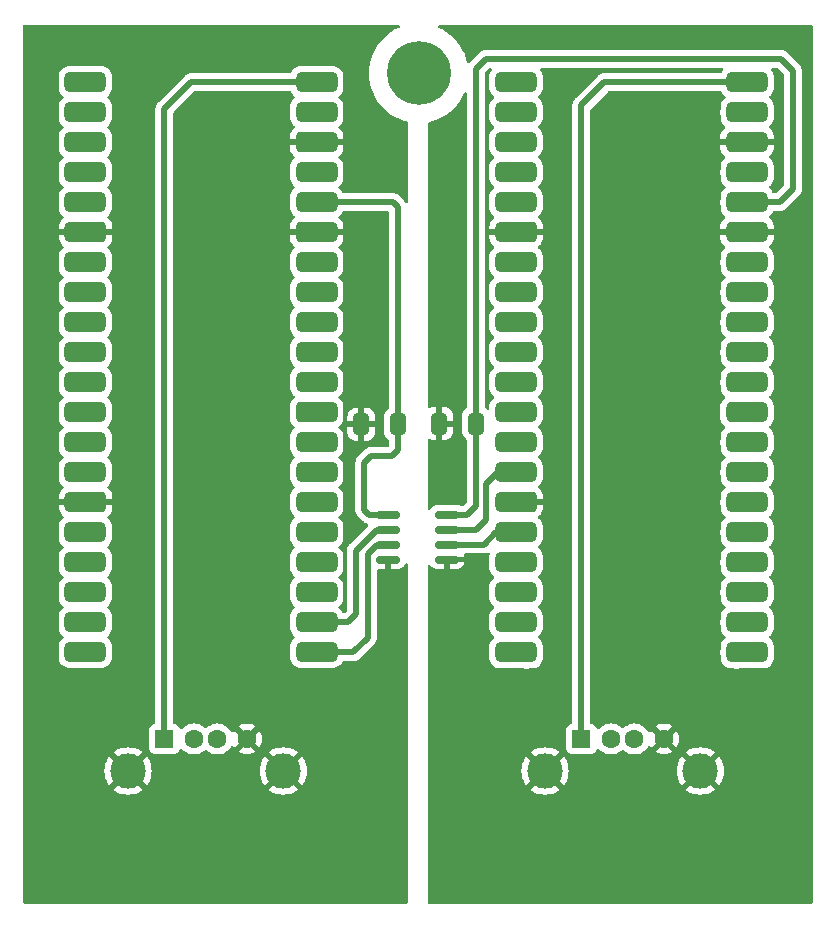
<source format=gbr>
%TF.GenerationSoftware,KiCad,Pcbnew,7.0.10*%
%TF.CreationDate,2024-02-20T22:57:09+05:30*%
%TF.ProjectId,DeskHop,4465736b-486f-4702-9e6b-696361645f70,v1*%
%TF.SameCoordinates,Original*%
%TF.FileFunction,Copper,L1,Top*%
%TF.FilePolarity,Positive*%
%FSLAX46Y46*%
G04 Gerber Fmt 4.6, Leading zero omitted, Abs format (unit mm)*
G04 Created by KiCad (PCBNEW 7.0.10) date 2024-02-20 22:57:09*
%MOMM*%
%LPD*%
G01*
G04 APERTURE LIST*
G04 Aperture macros list*
%AMRoundRect*
0 Rectangle with rounded corners*
0 $1 Rounding radius*
0 $2 $3 $4 $5 $6 $7 $8 $9 X,Y pos of 4 corners*
0 Add a 4 corners polygon primitive as box body*
4,1,4,$2,$3,$4,$5,$6,$7,$8,$9,$2,$3,0*
0 Add four circle primitives for the rounded corners*
1,1,$1+$1,$2,$3*
1,1,$1+$1,$4,$5*
1,1,$1+$1,$6,$7*
1,1,$1+$1,$8,$9*
0 Add four rect primitives between the rounded corners*
20,1,$1+$1,$2,$3,$4,$5,0*
20,1,$1+$1,$4,$5,$6,$7,0*
20,1,$1+$1,$6,$7,$8,$9,0*
20,1,$1+$1,$8,$9,$2,$3,0*%
G04 Aperture macros list end*
%TA.AperFunction,ComponentPad*%
%ADD10C,3.100000*%
%TD*%
%TA.AperFunction,ConnectorPad*%
%ADD11C,5.400000*%
%TD*%
%TA.AperFunction,SMDPad,CuDef*%
%ADD12RoundRect,0.250000X-0.412500X-0.650000X0.412500X-0.650000X0.412500X0.650000X-0.412500X0.650000X0*%
%TD*%
%TA.AperFunction,ComponentPad*%
%ADD13R,1.600000X1.500000*%
%TD*%
%TA.AperFunction,ComponentPad*%
%ADD14C,1.600000*%
%TD*%
%TA.AperFunction,ComponentPad*%
%ADD15C,3.000000*%
%TD*%
%TA.AperFunction,ComponentPad*%
%ADD16C,1.752600*%
%TD*%
%TA.AperFunction,SMDPad,CuDef*%
%ADD17RoundRect,0.425000X1.325000X0.425000X-1.325000X0.425000X-1.325000X-0.425000X1.325000X-0.425000X0*%
%TD*%
%TA.AperFunction,SMDPad,CuDef*%
%ADD18RoundRect,0.425000X-1.325000X-0.425000X1.325000X-0.425000X1.325000X0.425000X-1.325000X0.425000X0*%
%TD*%
%TA.AperFunction,ComponentPad*%
%ADD19RoundRect,0.438150X-0.438150X-0.438150X0.438150X-0.438150X0.438150X0.438150X-0.438150X0.438150X0*%
%TD*%
%TA.AperFunction,SMDPad,CuDef*%
%ADD20RoundRect,0.150000X-0.825000X-0.150000X0.825000X-0.150000X0.825000X0.150000X-0.825000X0.150000X0*%
%TD*%
%TA.AperFunction,SMDPad,CuDef*%
%ADD21RoundRect,0.250000X0.412500X0.650000X-0.412500X0.650000X-0.412500X-0.650000X0.412500X-0.650000X0*%
%TD*%
%TA.AperFunction,ViaPad*%
%ADD22C,0.800000*%
%TD*%
%TA.AperFunction,Conductor*%
%ADD23C,0.500000*%
%TD*%
G04 APERTURE END LIST*
D10*
%TO.P,H3,1,1*%
%TO.N,unconnected-(H3-Pad1)*%
X67310000Y-45212000D03*
D11*
X67310000Y-45212000D03*
%TD*%
D12*
%TO.P,C2,1*%
%TO.N,GND2*%
X69041691Y-74877665D03*
%TO.P,C2,2*%
%TO.N,3V3_BUS1*%
X72166691Y-74877665D03*
%TD*%
D13*
%TO.P,J4,1,VBUS*%
%TO.N,VBUS2*%
X45776000Y-101574000D03*
D14*
%TO.P,J4,2,D-*%
%TO.N,MCU1 D-*%
X48276000Y-101574000D03*
%TO.P,J4,3,D+*%
%TO.N,MCU1 D+*%
X50276000Y-101574000D03*
%TO.P,J4,4,GND*%
%TO.N,GND*%
X52776000Y-101574000D03*
D15*
%TO.P,J4,5,Shield*%
X42706000Y-104284000D03*
X55846000Y-104284000D03*
%TD*%
D10*
%TO.P,H2,1,1*%
%TO.N,GND2*%
X96774000Y-111506000D03*
D11*
X96774000Y-111506000D03*
%TD*%
D13*
%TO.P,J1,1,VBUS*%
%TO.N,VBUS1*%
X81082000Y-101574000D03*
D14*
%TO.P,J1,2,D-*%
%TO.N,MCU2 D-*%
X83582000Y-101574000D03*
%TO.P,J1,3,D+*%
%TO.N,MCU2 D+*%
X85582000Y-101574000D03*
%TO.P,J1,4,GND*%
%TO.N,GND2*%
X88082000Y-101574000D03*
D15*
%TO.P,J1,5,Shield*%
X78012000Y-104284000D03*
X91152000Y-104284000D03*
%TD*%
D16*
%TO.P,MCU2,1,GP0*%
%TO.N,unconnected-(MCU2-GP0-Pad1)*%
X76454000Y-45974000D03*
D17*
X75554000Y-45974000D03*
D16*
%TO.P,MCU2,2,GP1*%
%TO.N,unconnected-(MCU2-GP1-Pad2)*%
X76454000Y-48514000D03*
D18*
X75554000Y-48514000D03*
D16*
%TO.P,MCU2,3,GP2*%
%TO.N,unconnected-(MCU2-GP2-Pad3)*%
X76454000Y-51054000D03*
D18*
X75554000Y-51054000D03*
D16*
%TO.P,MCU2,4,GP3*%
%TO.N,unconnected-(MCU2-GP3-Pad4)*%
X76454000Y-53594000D03*
D18*
X75554000Y-53594000D03*
D16*
%TO.P,MCU2,5,GP4*%
%TO.N,unconnected-(MCU2-GP4-Pad5)*%
X76454000Y-56134000D03*
D18*
X75554000Y-56134000D03*
D19*
%TO.P,MCU2,6,GND*%
%TO.N,GND2*%
X76454000Y-58674000D03*
D18*
X75554000Y-58674000D03*
D16*
%TO.P,MCU2,7,GP5*%
%TO.N,unconnected-(MCU2-GP5-Pad7)*%
X76454000Y-61214000D03*
D18*
X75554000Y-61214000D03*
D16*
%TO.P,MCU2,8,GP6*%
%TO.N,unconnected-(MCU2-GP6-Pad8)*%
X76454000Y-63754000D03*
D18*
X75554000Y-63754000D03*
D16*
%TO.P,MCU2,9,GP7*%
%TO.N,unconnected-(MCU2-GP7-Pad9)*%
X76454000Y-66294000D03*
D18*
X75554000Y-66294000D03*
D16*
%TO.P,MCU2,10,GP8*%
%TO.N,unconnected-(MCU2-GP8-Pad10)*%
X76454000Y-68834000D03*
D18*
X75554000Y-68834000D03*
D16*
%TO.P,MCU2,11,GP9*%
%TO.N,unconnected-(MCU2-GP9-Pad11)*%
X76454000Y-71374000D03*
D18*
X75554000Y-71374000D03*
D16*
%TO.P,MCU2,12,GP10*%
%TO.N,unconnected-(MCU2-GP10-Pad12)*%
X76454000Y-73914000D03*
D18*
X75554000Y-73914000D03*
D16*
%TO.P,MCU2,13,GP11*%
%TO.N,unconnected-(MCU2-GP11-Pad13)*%
X76454000Y-76454000D03*
D18*
X75554000Y-76454000D03*
D16*
%TO.P,MCU2,14,GP12*%
%TO.N,UART A TX*%
X76454000Y-78994000D03*
D18*
X75554000Y-78994000D03*
D19*
%TO.P,MCU2,15,GND*%
%TO.N,GND2*%
X76454000Y-81534000D03*
D18*
X75554000Y-81534000D03*
D16*
%TO.P,MCU2,16,GP13*%
%TO.N,UART A RX*%
X76454000Y-84074000D03*
D18*
X75554000Y-84074000D03*
D16*
%TO.P,MCU2,17,GP14*%
%TO.N,MCU2 D+*%
X76454000Y-86614000D03*
D18*
X75554000Y-86614000D03*
D16*
%TO.P,MCU2,18,GP15*%
%TO.N,MCU2 D-*%
X76454000Y-89154000D03*
D18*
X75554000Y-89154000D03*
D16*
%TO.P,MCU2,19,GP16*%
%TO.N,unconnected-(MCU2-GP16-Pad19)*%
X76454000Y-91694000D03*
D18*
X75554000Y-91694000D03*
D16*
%TO.P,MCU2,20,GP17*%
%TO.N,unconnected-(MCU2-GP17-Pad20)*%
X76454000Y-94234000D03*
D18*
X75554000Y-94234000D03*
D16*
%TO.P,MCU2,21,GP18*%
%TO.N,unconnected-(MCU2-GP18-Pad21)*%
X94234000Y-94234000D03*
D17*
X95134000Y-94234000D03*
D16*
%TO.P,MCU2,22,GP19*%
%TO.N,unconnected-(MCU2-GP19-Pad22)*%
X94234000Y-91694000D03*
D17*
X95134000Y-91694000D03*
D16*
%TO.P,MCU2,23,GP20*%
%TO.N,unconnected-(MCU2-GP20-Pad23)*%
X94234000Y-89154000D03*
D17*
X95134000Y-89154000D03*
D16*
%TO.P,MCU2,24,GP21*%
%TO.N,unconnected-(MCU2-GP21-Pad24)*%
X94234000Y-86614000D03*
D17*
X95134000Y-86614000D03*
D16*
%TO.P,MCU2,25,GP22*%
%TO.N,unconnected-(MCU2-GP22-Pad25)*%
X94234000Y-84074000D03*
D17*
X95134000Y-84074000D03*
D16*
%TO.P,MCU2,26,GP23*%
%TO.N,unconnected-(MCU2-GP23-Pad26)*%
X94234000Y-81534000D03*
D17*
X95134000Y-81534000D03*
D16*
%TO.P,MCU2,27,GP24*%
%TO.N,unconnected-(MCU2-GP24-Pad27)*%
X94234000Y-78994000D03*
D17*
X95134000Y-78994000D03*
D16*
%TO.P,MCU2,28,GP25*%
%TO.N,unconnected-(MCU2-GP25-Pad28)*%
X94234000Y-76454000D03*
D17*
X95134000Y-76454000D03*
D19*
%TO.P,MCU2,29,AGND*%
%TO.N,unconnected-(MCU2-AGND-Pad29)*%
X94234000Y-73914000D03*
D17*
X95134000Y-73914000D03*
D16*
%TO.P,MCU2,30,GP26_A0*%
%TO.N,unconnected-(MCU2-GP26_A0-Pad30)*%
X94234000Y-71374000D03*
D17*
X95134000Y-71374000D03*
D16*
%TO.P,MCU2,31,GP27_A1*%
%TO.N,unconnected-(MCU2-GP27_A1-Pad31)*%
X94234000Y-68834000D03*
D17*
X95134000Y-68834000D03*
D16*
%TO.P,MCU2,32,GP28_A2*%
%TO.N,unconnected-(MCU2-GP28_A2-Pad32)*%
X94234000Y-66294000D03*
D17*
X95134000Y-66294000D03*
D16*
%TO.P,MCU2,33,GP29_A3*%
%TO.N,unconnected-(MCU2-GP29_A3-Pad33)*%
X94234000Y-63754000D03*
D17*
X95134000Y-63754000D03*
D16*
%TO.P,MCU2,34,RUN*%
%TO.N,unconnected-(MCU2-RUN-Pad34)*%
X94234000Y-61214000D03*
D17*
X95134000Y-61214000D03*
D19*
%TO.P,MCU2,35,GND*%
%TO.N,GND2*%
X94234000Y-58674000D03*
D17*
X95134000Y-58674000D03*
D16*
%TO.P,MCU2,36,3V3*%
%TO.N,3V3_BUS1*%
X94234000Y-56134000D03*
D17*
X95134000Y-56134000D03*
D16*
%TO.P,MCU2,37,3V3_EN*%
%TO.N,unconnected-(MCU2-3V3_EN-Pad37)*%
X94234000Y-53594000D03*
D17*
X95134000Y-53594000D03*
D19*
%TO.P,MCU2,38,GND*%
%TO.N,GND2*%
X94234000Y-51054000D03*
D17*
X95134000Y-51054000D03*
D16*
%TO.P,MCU2,39,VIN*%
%TO.N,unconnected-(MCU2-VIN-Pad39)*%
X94234000Y-48514000D03*
D17*
X95134000Y-48514000D03*
D16*
%TO.P,MCU2,40,VBUS*%
%TO.N,VBUS1*%
X94234000Y-45974000D03*
D17*
X95134000Y-45974000D03*
%TD*%
D10*
%TO.P,H1,1,1*%
%TO.N,GND*%
X37846000Y-111506000D03*
D11*
X37846000Y-111506000D03*
%TD*%
D20*
%TO.P,U4,1,VDD1*%
%TO.N,3V3_BUS2*%
X64753070Y-82571110D03*
%TO.P,U4,2,VOA*%
%TO.N,UART B RX*%
X64753070Y-83841110D03*
%TO.P,U4,3,VIB*%
%TO.N,UART B TX*%
X64753070Y-85111110D03*
%TO.P,U4,4,GND1*%
%TO.N,GND*%
X64753070Y-86381110D03*
%TO.P,U4,5,GND2*%
%TO.N,GND2*%
X69703070Y-86381110D03*
%TO.P,U4,6,VOB*%
%TO.N,UART A RX*%
X69703070Y-85111110D03*
%TO.P,U4,7,VIA*%
%TO.N,UART A TX*%
X69703070Y-83841110D03*
%TO.P,U4,8,VDD2*%
%TO.N,3V3_BUS1*%
X69703070Y-82571110D03*
%TD*%
D16*
%TO.P,MCU1,1,GP0*%
%TO.N,unconnected-(MCU1-GP0-Pad1)*%
X39995523Y-45958249D03*
D17*
X39095523Y-45958249D03*
D16*
%TO.P,MCU1,2,GP1*%
%TO.N,unconnected-(MCU1-GP1-Pad2)*%
X39995523Y-48498249D03*
D18*
X39095523Y-48498249D03*
D16*
%TO.P,MCU1,3,GP2*%
%TO.N,unconnected-(MCU1-GP2-Pad3)*%
X39995523Y-51038249D03*
D18*
X39095523Y-51038249D03*
D16*
%TO.P,MCU1,4,GP3*%
%TO.N,unconnected-(MCU1-GP3-Pad4)*%
X39995523Y-53578249D03*
D18*
X39095523Y-53578249D03*
D16*
%TO.P,MCU1,5,GP4*%
%TO.N,unconnected-(MCU1-GP4-Pad5)*%
X39995523Y-56118249D03*
D18*
X39095523Y-56118249D03*
D19*
%TO.P,MCU1,6,GND*%
%TO.N,GND*%
X39995523Y-58658249D03*
D18*
X39095523Y-58658249D03*
D16*
%TO.P,MCU1,7,GP5*%
%TO.N,unconnected-(MCU1-GP5-Pad7)*%
X39995523Y-61198249D03*
D18*
X39095523Y-61198249D03*
D16*
%TO.P,MCU1,8,GP6*%
%TO.N,unconnected-(MCU1-GP6-Pad8)*%
X39995523Y-63738249D03*
D18*
X39095523Y-63738249D03*
D16*
%TO.P,MCU1,9,GP7*%
%TO.N,unconnected-(MCU1-GP7-Pad9)*%
X39995523Y-66278249D03*
D18*
X39095523Y-66278249D03*
D16*
%TO.P,MCU1,10,GP8*%
%TO.N,unconnected-(MCU1-GP8-Pad10)*%
X39995523Y-68818249D03*
D18*
X39095523Y-68818249D03*
D16*
%TO.P,MCU1,11,GP9*%
%TO.N,unconnected-(MCU1-GP9-Pad11)*%
X39995523Y-71358249D03*
D18*
X39095523Y-71358249D03*
%TO.P,MCU1,12,GP10*%
%TO.N,unconnected-(MCU1-GP10-Pad12)*%
X39095523Y-73898249D03*
D19*
X57775523Y-73898249D03*
D16*
%TO.P,MCU1,13,GP11*%
%TO.N,unconnected-(MCU1-GP11-Pad13)*%
X39995523Y-76438249D03*
D18*
X39095523Y-76438249D03*
D16*
%TO.P,MCU1,14,GP12*%
%TO.N,unconnected-(MCU1-GP12-Pad14)*%
X39995523Y-78978249D03*
D18*
X39095523Y-78978249D03*
D19*
%TO.P,MCU1,15,GND*%
%TO.N,GND*%
X39995523Y-81518249D03*
D18*
X39095523Y-81518249D03*
D16*
%TO.P,MCU1,16,GP13*%
%TO.N,unconnected-(MCU1-GP13-Pad16)*%
X39995523Y-84058249D03*
D18*
X39095523Y-84058249D03*
D16*
%TO.P,MCU1,17,GP14*%
%TO.N,MCU1 D+*%
X39995523Y-86598249D03*
D18*
X39095523Y-86598249D03*
D16*
%TO.P,MCU1,18,GP15*%
%TO.N,MCU1 D-*%
X39995523Y-89138249D03*
D18*
X39095523Y-89138249D03*
D16*
%TO.P,MCU1,19,GP16*%
%TO.N,unconnected-(MCU1-GP16-Pad19)*%
X39995523Y-91678249D03*
D18*
X39095523Y-91678249D03*
D16*
%TO.P,MCU1,20,GP17*%
%TO.N,unconnected-(MCU1-GP17-Pad20)*%
X39995523Y-94218249D03*
D18*
X39095523Y-94218249D03*
D16*
%TO.P,MCU1,21,GP18*%
%TO.N,UART B TX*%
X57775523Y-94218249D03*
D17*
X58675523Y-94218249D03*
D16*
%TO.P,MCU1,22,GP19*%
%TO.N,UART B RX*%
X57775523Y-91678249D03*
D17*
X58675523Y-91678249D03*
D16*
%TO.P,MCU1,23,GP20*%
%TO.N,unconnected-(MCU1-GP20-Pad23)*%
X57775523Y-89138249D03*
D17*
X58675523Y-89138249D03*
D16*
%TO.P,MCU1,24,GP21*%
%TO.N,unconnected-(MCU1-GP21-Pad24)*%
X57775523Y-86598249D03*
D17*
X58675523Y-86598249D03*
D16*
%TO.P,MCU1,25,GP22*%
%TO.N,unconnected-(MCU1-GP22-Pad25)*%
X57775523Y-84058249D03*
D17*
X58675523Y-84058249D03*
D16*
%TO.P,MCU1,26,GP23*%
%TO.N,unconnected-(MCU1-GP23-Pad26)*%
X57775523Y-81518249D03*
D17*
X58675523Y-81518249D03*
D16*
%TO.P,MCU1,27,GP24*%
%TO.N,unconnected-(MCU1-GP24-Pad27)*%
X57775523Y-78978249D03*
D17*
X58675523Y-78978249D03*
D16*
%TO.P,MCU1,28,GP25*%
%TO.N,unconnected-(MCU1-GP25-Pad28)*%
X57775523Y-76438249D03*
D17*
X58675523Y-76438249D03*
D16*
%TO.P,MCU1,29,AGND*%
%TO.N,unconnected-(MCU1-AGND-Pad29)*%
X39995523Y-73898249D03*
D17*
X58675523Y-73898249D03*
D16*
%TO.P,MCU1,30,GP26_A0*%
%TO.N,unconnected-(MCU1-GP26_A0-Pad30)*%
X57775523Y-71358249D03*
D17*
X58675523Y-71358249D03*
D16*
%TO.P,MCU1,31,GP27_A1*%
%TO.N,unconnected-(MCU1-GP27_A1-Pad31)*%
X57775523Y-68818249D03*
D17*
X58675523Y-68818249D03*
D16*
%TO.P,MCU1,32,GP28_A2*%
%TO.N,unconnected-(MCU1-GP28_A2-Pad32)*%
X57775523Y-66278249D03*
D17*
X58675523Y-66278249D03*
D16*
%TO.P,MCU1,33,GP29_A3*%
%TO.N,unconnected-(MCU1-GP29_A3-Pad33)*%
X57775523Y-63738249D03*
D17*
X58675523Y-63738249D03*
D16*
%TO.P,MCU1,34,RUN*%
%TO.N,unconnected-(MCU1-RUN-Pad34)*%
X57775523Y-61198249D03*
D17*
X58675523Y-61198249D03*
D19*
%TO.P,MCU1,35,GND*%
%TO.N,GND*%
X57775523Y-58658249D03*
D17*
X58675523Y-58658249D03*
D16*
%TO.P,MCU1,36,3V3*%
%TO.N,3V3_BUS2*%
X57775523Y-56118249D03*
D17*
X58675523Y-56118249D03*
D16*
%TO.P,MCU1,37,3V3_EN*%
%TO.N,unconnected-(MCU1-3V3_EN-Pad37)*%
X57775523Y-53578249D03*
D17*
X58675523Y-53578249D03*
D19*
%TO.P,MCU1,38,GND*%
%TO.N,GND*%
X57775523Y-51038249D03*
D17*
X58675523Y-51038249D03*
D16*
%TO.P,MCU1,39,VIN*%
%TO.N,unconnected-(MCU1-VIN-Pad39)*%
X57775523Y-48498249D03*
D17*
X58675523Y-48498249D03*
D16*
%TO.P,MCU1,40,VBUS*%
%TO.N,VBUS2*%
X57775523Y-45958249D03*
D17*
X58675523Y-45958249D03*
%TD*%
D21*
%TO.P,C1,1*%
%TO.N,3V3_BUS2*%
X65572536Y-74929999D03*
%TO.P,C1,2*%
%TO.N,GND*%
X62447536Y-74929999D03*
%TD*%
D22*
%TO.N,GND2*%
X69060600Y-75014100D03*
%TD*%
D23*
%TO.N,3V3_BUS2*%
X62710200Y-82158300D02*
X63123010Y-82571110D01*
X62710200Y-78189300D02*
X62710200Y-82158300D01*
X65091600Y-77593950D02*
X63305550Y-77593950D01*
X63305550Y-77593950D02*
X62710200Y-78189300D01*
X65572536Y-77113014D02*
X65091600Y-77593950D01*
X65572536Y-74929999D02*
X65572536Y-77113014D01*
X63123010Y-82571110D02*
X64753070Y-82571110D01*
X65572536Y-74929999D02*
X65572536Y-56572536D01*
X65572536Y-56572536D02*
X65118249Y-56118249D01*
X65118249Y-56118249D02*
X57775523Y-56118249D01*
%TO.N,3V3_BUS1*%
X72166691Y-74877665D02*
X72166691Y-44833309D01*
X73000000Y-44000000D02*
X98000000Y-44000000D01*
X72166691Y-74877665D02*
X72166691Y-81833309D01*
X72166691Y-44833309D02*
X73000000Y-44000000D01*
X97866000Y-56134000D02*
X94234000Y-56134000D01*
X98000000Y-44000000D02*
X99000000Y-45000000D01*
X72166691Y-81833309D02*
X71428890Y-82571110D01*
X99000000Y-45000000D02*
X99000000Y-55000000D01*
X71428890Y-82571110D02*
X69703070Y-82571110D01*
X99000000Y-55000000D02*
X97866000Y-56134000D01*
%TO.N,VBUS1*%
X81082000Y-47918000D02*
X81082000Y-101574000D01*
X94234000Y-45974000D02*
X83026000Y-45974000D01*
X83026000Y-45974000D02*
X81082000Y-47918000D01*
%TO.N,VBUS2*%
X45776000Y-48224000D02*
X48041751Y-45958249D01*
X45776000Y-101574000D02*
X45776000Y-48224000D01*
X48041751Y-45958249D02*
X57775523Y-45958249D01*
%TO.N,UART B TX*%
X63000000Y-93000000D02*
X61781751Y-94218249D01*
X61781751Y-94218249D02*
X57775523Y-94218249D01*
X64753070Y-85111110D02*
X63778071Y-85111110D01*
X63778071Y-85111110D02*
X63000000Y-85889181D01*
X63000000Y-85889181D02*
X63000000Y-93000000D01*
%TO.N,UART B RX*%
X62000000Y-91000000D02*
X62000000Y-85619181D01*
X63778071Y-83841110D02*
X64753070Y-83841110D01*
X62000000Y-85619181D02*
X63778071Y-83841110D01*
X57775523Y-91678249D02*
X61321751Y-91678249D01*
X61321751Y-91678249D02*
X62000000Y-91000000D01*
%TO.N,UART A TX*%
X73000000Y-80000000D02*
X74006000Y-78994000D01*
X69703070Y-83841110D02*
X72158890Y-83841110D01*
X74006000Y-78994000D02*
X76454000Y-78994000D01*
X73000000Y-83000000D02*
X73000000Y-80000000D01*
X72158890Y-83841110D02*
X73000000Y-83000000D01*
%TO.N,UART A RX*%
X69703070Y-85111110D02*
X72814890Y-85111110D01*
X72814890Y-85111110D02*
X73852000Y-84074000D01*
X73852000Y-84074000D02*
X76454000Y-84074000D01*
%TD*%
%TA.AperFunction,Conductor*%
%TO.N,GND2*%
G36*
X100607112Y-41130309D02*
G01*
X100652867Y-41183113D01*
X100664073Y-41234624D01*
X100664073Y-115416875D01*
X100644388Y-115483914D01*
X100591584Y-115529669D01*
X100540073Y-115540875D01*
X68196000Y-115540875D01*
X68128961Y-115521190D01*
X68083206Y-115468386D01*
X68072000Y-115416875D01*
X68072000Y-111506000D01*
X94719210Y-111506000D01*
X94738347Y-111785794D01*
X94738348Y-111785796D01*
X94795403Y-112060364D01*
X94795408Y-112060381D01*
X94889319Y-112324622D01*
X94889320Y-112324624D01*
X95018348Y-112573637D01*
X95018352Y-112573643D01*
X95156745Y-112769701D01*
X95659073Y-112267372D01*
X95735890Y-112377078D01*
X95902922Y-112544110D01*
X96012626Y-112620925D01*
X95511741Y-113121811D01*
X95589035Y-113184696D01*
X95589049Y-113184706D01*
X95828664Y-113330419D01*
X95828668Y-113330421D01*
X96085888Y-113442146D01*
X96355935Y-113517810D01*
X96355941Y-113517811D01*
X96633775Y-113556000D01*
X96914225Y-113556000D01*
X97192058Y-113517811D01*
X97192064Y-113517810D01*
X97462111Y-113442146D01*
X97719331Y-113330421D01*
X97719335Y-113330419D01*
X97958950Y-113184706D01*
X97958964Y-113184696D01*
X98036258Y-113121811D01*
X97535373Y-112620926D01*
X97645078Y-112544110D01*
X97812110Y-112377078D01*
X97888926Y-112267373D01*
X98391253Y-112769700D01*
X98529651Y-112573636D01*
X98658679Y-112324624D01*
X98658680Y-112324622D01*
X98752591Y-112060381D01*
X98752596Y-112060364D01*
X98809651Y-111785796D01*
X98809652Y-111785794D01*
X98828789Y-111506000D01*
X98809652Y-111226205D01*
X98809651Y-111226203D01*
X98752596Y-110951635D01*
X98752591Y-110951618D01*
X98658680Y-110687377D01*
X98658679Y-110687375D01*
X98529651Y-110438362D01*
X98529647Y-110438356D01*
X98391253Y-110242297D01*
X97888925Y-110744625D01*
X97812110Y-110634922D01*
X97645078Y-110467890D01*
X97535372Y-110391073D01*
X98036258Y-109890188D01*
X97958965Y-109827303D01*
X97958950Y-109827293D01*
X97719335Y-109681580D01*
X97719331Y-109681578D01*
X97462111Y-109569853D01*
X97192064Y-109494189D01*
X97192058Y-109494188D01*
X96914225Y-109456000D01*
X96633775Y-109456000D01*
X96355941Y-109494188D01*
X96355935Y-109494189D01*
X96085888Y-109569853D01*
X95828668Y-109681578D01*
X95828664Y-109681580D01*
X95589046Y-109827295D01*
X95511740Y-109890188D01*
X96012626Y-110391074D01*
X95902922Y-110467890D01*
X95735890Y-110634922D01*
X95659074Y-110744626D01*
X95156746Y-110242298D01*
X95018345Y-110438368D01*
X94889320Y-110687375D01*
X94889319Y-110687377D01*
X94795408Y-110951618D01*
X94795403Y-110951635D01*
X94738348Y-111226203D01*
X94738347Y-111226205D01*
X94719210Y-111506000D01*
X68072000Y-111506000D01*
X68072000Y-104284001D01*
X76006891Y-104284001D01*
X76027300Y-104569362D01*
X76088109Y-104848895D01*
X76188091Y-105116958D01*
X76325191Y-105368038D01*
X76325196Y-105368046D01*
X76431882Y-105510561D01*
X76431883Y-105510562D01*
X77041438Y-104901006D01*
X77090348Y-104979999D01*
X77233931Y-105137501D01*
X77392388Y-105257163D01*
X76785436Y-105864115D01*
X76927960Y-105970807D01*
X76927961Y-105970808D01*
X77179042Y-106107908D01*
X77179041Y-106107908D01*
X77447104Y-106207890D01*
X77726637Y-106268699D01*
X78011999Y-106289109D01*
X78012001Y-106289109D01*
X78297362Y-106268699D01*
X78576895Y-106207890D01*
X78844958Y-106107908D01*
X79096047Y-105970803D01*
X79238561Y-105864116D01*
X79238562Y-105864115D01*
X78631611Y-105257163D01*
X78790069Y-105137501D01*
X78933652Y-104979999D01*
X78982560Y-104901007D01*
X79592115Y-105510562D01*
X79592116Y-105510561D01*
X79698803Y-105368047D01*
X79835908Y-105116958D01*
X79935890Y-104848895D01*
X79996699Y-104569362D01*
X80017109Y-104284001D01*
X89146891Y-104284001D01*
X89167300Y-104569362D01*
X89228109Y-104848895D01*
X89328091Y-105116958D01*
X89465191Y-105368038D01*
X89465196Y-105368046D01*
X89571882Y-105510561D01*
X89571883Y-105510562D01*
X90181438Y-104901006D01*
X90230348Y-104979999D01*
X90373931Y-105137501D01*
X90532388Y-105257163D01*
X89925436Y-105864115D01*
X90067960Y-105970807D01*
X90067961Y-105970808D01*
X90319042Y-106107908D01*
X90319041Y-106107908D01*
X90587104Y-106207890D01*
X90866637Y-106268699D01*
X91151999Y-106289109D01*
X91152001Y-106289109D01*
X91437362Y-106268699D01*
X91716895Y-106207890D01*
X91984958Y-106107908D01*
X92236047Y-105970803D01*
X92378561Y-105864116D01*
X92378562Y-105864115D01*
X91771611Y-105257163D01*
X91930069Y-105137501D01*
X92073652Y-104979999D01*
X92122560Y-104901007D01*
X92732115Y-105510562D01*
X92732116Y-105510561D01*
X92838803Y-105368047D01*
X92975908Y-105116958D01*
X93075890Y-104848895D01*
X93136699Y-104569362D01*
X93157109Y-104284001D01*
X93157109Y-104283998D01*
X93136699Y-103998637D01*
X93075890Y-103719104D01*
X92975908Y-103451041D01*
X92838808Y-103199961D01*
X92838807Y-103199960D01*
X92732115Y-103057436D01*
X92122560Y-103666991D01*
X92073652Y-103588001D01*
X91930069Y-103430499D01*
X91771610Y-103310835D01*
X92378562Y-102703883D01*
X92378561Y-102703882D01*
X92236046Y-102597196D01*
X92236038Y-102597191D01*
X91984957Y-102460091D01*
X91984958Y-102460091D01*
X91716895Y-102360109D01*
X91437362Y-102299300D01*
X91152001Y-102278891D01*
X91151999Y-102278891D01*
X90866637Y-102299300D01*
X90587104Y-102360109D01*
X90319041Y-102460091D01*
X90067961Y-102597191D01*
X90067953Y-102597196D01*
X89925437Y-102703882D01*
X89925436Y-102703883D01*
X90532389Y-103310835D01*
X90373931Y-103430499D01*
X90230348Y-103588001D01*
X90181439Y-103666992D01*
X89571883Y-103057436D01*
X89571882Y-103057437D01*
X89465196Y-103199953D01*
X89465191Y-103199961D01*
X89328091Y-103451041D01*
X89228109Y-103719104D01*
X89167300Y-103998637D01*
X89146891Y-104283998D01*
X89146891Y-104284001D01*
X80017109Y-104284001D01*
X80017109Y-104283998D01*
X79996699Y-103998637D01*
X79935890Y-103719104D01*
X79835908Y-103451041D01*
X79698808Y-103199961D01*
X79698807Y-103199960D01*
X79592115Y-103057436D01*
X78982560Y-103666991D01*
X78933652Y-103588001D01*
X78790069Y-103430499D01*
X78631610Y-103310835D01*
X79238562Y-102703883D01*
X79238561Y-102703882D01*
X79096046Y-102597196D01*
X79096038Y-102597191D01*
X78844957Y-102460091D01*
X78844958Y-102460091D01*
X78576895Y-102360109D01*
X78297362Y-102299300D01*
X78012001Y-102278891D01*
X78011999Y-102278891D01*
X77726637Y-102299300D01*
X77447104Y-102360109D01*
X77179041Y-102460091D01*
X76927961Y-102597191D01*
X76927953Y-102597196D01*
X76785437Y-102703882D01*
X76785436Y-102703883D01*
X77392389Y-103310835D01*
X77233931Y-103430499D01*
X77090348Y-103588001D01*
X77041439Y-103666992D01*
X76431883Y-103057436D01*
X76431882Y-103057437D01*
X76325196Y-103199953D01*
X76325191Y-103199961D01*
X76188091Y-103451041D01*
X76088109Y-103719104D01*
X76027300Y-103998637D01*
X76006891Y-104283998D01*
X76006891Y-104284001D01*
X68072000Y-104284001D01*
X68072000Y-86898297D01*
X68091685Y-86831258D01*
X68144489Y-86785503D01*
X68213647Y-86775559D01*
X68277203Y-86804584D01*
X68302732Y-86835176D01*
X68360385Y-86932663D01*
X68360391Y-86932671D01*
X68476508Y-87048788D01*
X68476517Y-87048795D01*
X68617873Y-87132392D01*
X68617876Y-87132393D01*
X68775574Y-87178209D01*
X68775580Y-87178210D01*
X68812420Y-87181109D01*
X68812436Y-87181110D01*
X69453070Y-87181110D01*
X69453070Y-86631110D01*
X69953070Y-86631110D01*
X69953070Y-87181110D01*
X70593704Y-87181110D01*
X70593719Y-87181109D01*
X70630559Y-87178210D01*
X70630565Y-87178209D01*
X70788263Y-87132393D01*
X70788266Y-87132392D01*
X70929622Y-87048795D01*
X70929631Y-87048788D01*
X71045748Y-86932671D01*
X71045755Y-86932662D01*
X71129351Y-86791308D01*
X71175170Y-86633596D01*
X71175365Y-86631111D01*
X71175365Y-86631110D01*
X69953070Y-86631110D01*
X69453070Y-86631110D01*
X69453070Y-86255110D01*
X69472755Y-86188071D01*
X69525559Y-86142316D01*
X69577070Y-86131110D01*
X71175365Y-86131110D01*
X71175365Y-86131108D01*
X71175170Y-86128621D01*
X71145997Y-86028204D01*
X71146197Y-85958335D01*
X71184140Y-85899665D01*
X71247778Y-85870822D01*
X71265074Y-85869610D01*
X72750596Y-85869610D01*
X72768566Y-85870919D01*
X72771064Y-85871284D01*
X72792679Y-85874451D01*
X72842617Y-85870081D01*
X72853424Y-85869610D01*
X72859065Y-85869610D01*
X72859070Y-85869610D01*
X72890260Y-85865963D01*
X72893741Y-85865608D01*
X72944712Y-85861149D01*
X72969308Y-85858998D01*
X72969310Y-85858997D01*
X72969316Y-85858997D01*
X72969321Y-85858995D01*
X72976383Y-85857537D01*
X72976392Y-85857584D01*
X72983987Y-85855900D01*
X72983977Y-85855854D01*
X72990998Y-85854189D01*
X72991003Y-85854189D01*
X73062304Y-85828236D01*
X73065598Y-85827091D01*
X73137628Y-85803224D01*
X73137634Y-85803220D01*
X73144174Y-85800171D01*
X73144195Y-85800216D01*
X73151188Y-85796830D01*
X73151166Y-85796787D01*
X73154382Y-85795172D01*
X73154754Y-85795104D01*
X73159056Y-85793022D01*
X73164425Y-85791069D01*
X73165202Y-85793205D01*
X73223125Y-85782678D01*
X73287711Y-85809332D01*
X73327633Y-85866673D01*
X73330217Y-85936495D01*
X73329804Y-85938077D01*
X73301913Y-86042165D01*
X73295500Y-86123657D01*
X73295500Y-87104326D01*
X73295501Y-87104345D01*
X73301913Y-87185834D01*
X73301914Y-87185836D01*
X73352702Y-87375379D01*
X73441789Y-87550221D01*
X73565280Y-87702720D01*
X73651103Y-87772218D01*
X73670140Y-87787634D01*
X73709851Y-87845121D01*
X73712179Y-87914952D01*
X73676383Y-87974956D01*
X73670140Y-87980366D01*
X73565280Y-88065280D01*
X73441793Y-88217773D01*
X73441788Y-88217780D01*
X73352701Y-88392622D01*
X73301913Y-88582165D01*
X73295500Y-88663657D01*
X73295500Y-89644326D01*
X73295501Y-89644345D01*
X73301913Y-89725834D01*
X73301914Y-89725836D01*
X73352702Y-89915379D01*
X73441789Y-90090221D01*
X73565280Y-90242720D01*
X73651103Y-90312218D01*
X73670140Y-90327634D01*
X73709851Y-90385121D01*
X73712179Y-90454952D01*
X73676383Y-90514956D01*
X73670140Y-90520366D01*
X73565280Y-90605280D01*
X73441793Y-90757773D01*
X73441788Y-90757780D01*
X73352701Y-90932622D01*
X73301913Y-91122165D01*
X73295500Y-91203657D01*
X73295500Y-92184326D01*
X73295501Y-92184345D01*
X73301913Y-92265834D01*
X73301914Y-92265836D01*
X73352702Y-92455379D01*
X73441789Y-92630221D01*
X73565280Y-92782720D01*
X73651103Y-92852218D01*
X73670140Y-92867634D01*
X73709851Y-92925121D01*
X73712179Y-92994952D01*
X73676383Y-93054956D01*
X73670140Y-93060366D01*
X73565280Y-93145280D01*
X73441793Y-93297773D01*
X73441788Y-93297780D01*
X73352701Y-93472622D01*
X73301913Y-93662165D01*
X73295500Y-93743657D01*
X73295500Y-94724326D01*
X73295501Y-94724345D01*
X73301913Y-94805834D01*
X73301914Y-94805836D01*
X73352702Y-94995379D01*
X73441789Y-95170221D01*
X73565280Y-95322720D01*
X73717779Y-95446211D01*
X73892621Y-95535298D01*
X74082164Y-95586086D01*
X74163663Y-95592500D01*
X76171364Y-95592499D01*
X76191774Y-95594190D01*
X76339252Y-95618800D01*
X76339253Y-95618800D01*
X76568747Y-95618800D01*
X76568748Y-95618800D01*
X76716226Y-95594189D01*
X76736635Y-95592499D01*
X76944327Y-95592499D01*
X76944336Y-95592499D01*
X77025836Y-95586086D01*
X77215379Y-95535298D01*
X77390221Y-95446211D01*
X77542720Y-95322720D01*
X77666211Y-95170221D01*
X77755298Y-94995379D01*
X77806086Y-94805836D01*
X77812500Y-94724337D01*
X77812499Y-94525927D01*
X77816294Y-94495485D01*
X77824594Y-94462712D01*
X77843546Y-94234000D01*
X77824594Y-94005288D01*
X77824593Y-94005283D01*
X77816293Y-93972507D01*
X77812499Y-93942067D01*
X77812499Y-93743673D01*
X77812498Y-93743663D01*
X77806086Y-93662164D01*
X77755298Y-93472621D01*
X77666211Y-93297779D01*
X77542720Y-93145280D01*
X77437858Y-93060364D01*
X77398148Y-93002879D01*
X77395820Y-92933048D01*
X77431615Y-92873044D01*
X77437848Y-92867642D01*
X77542720Y-92782720D01*
X77666211Y-92630221D01*
X77755298Y-92455379D01*
X77806086Y-92265836D01*
X77812500Y-92184337D01*
X77812499Y-91985927D01*
X77816294Y-91955485D01*
X77824594Y-91922712D01*
X77843546Y-91694000D01*
X77824594Y-91465288D01*
X77824593Y-91465283D01*
X77816293Y-91432507D01*
X77812499Y-91402067D01*
X77812499Y-91203673D01*
X77812498Y-91203663D01*
X77806086Y-91122164D01*
X77755298Y-90932621D01*
X77666211Y-90757779D01*
X77542720Y-90605280D01*
X77437858Y-90520364D01*
X77398148Y-90462879D01*
X77395820Y-90393048D01*
X77431615Y-90333044D01*
X77437848Y-90327642D01*
X77542720Y-90242720D01*
X77666211Y-90090221D01*
X77755298Y-89915379D01*
X77806086Y-89725836D01*
X77812500Y-89644337D01*
X77812499Y-89445927D01*
X77816294Y-89415485D01*
X77824594Y-89382712D01*
X77843546Y-89154000D01*
X77824594Y-88925288D01*
X77824593Y-88925283D01*
X77816293Y-88892507D01*
X77812499Y-88862067D01*
X77812499Y-88663673D01*
X77812498Y-88663663D01*
X77806086Y-88582164D01*
X77755298Y-88392621D01*
X77666211Y-88217779D01*
X77542720Y-88065280D01*
X77437858Y-87980364D01*
X77398148Y-87922879D01*
X77395820Y-87853048D01*
X77431615Y-87793044D01*
X77437848Y-87787642D01*
X77542720Y-87702720D01*
X77666211Y-87550221D01*
X77755298Y-87375379D01*
X77806086Y-87185836D01*
X77812500Y-87104337D01*
X77812499Y-86905927D01*
X77816294Y-86875485D01*
X77824594Y-86842712D01*
X77830159Y-86775559D01*
X77843546Y-86614005D01*
X77843546Y-86613994D01*
X77824595Y-86385296D01*
X77824593Y-86385283D01*
X77816293Y-86352507D01*
X77812499Y-86322067D01*
X77812499Y-86123673D01*
X77812498Y-86123663D01*
X77806086Y-86042164D01*
X77755298Y-85852621D01*
X77666211Y-85677779D01*
X77542720Y-85525280D01*
X77437858Y-85440364D01*
X77398148Y-85382879D01*
X77395820Y-85313048D01*
X77431615Y-85253044D01*
X77437848Y-85247642D01*
X77542720Y-85162720D01*
X77666211Y-85010221D01*
X77755298Y-84835379D01*
X77806086Y-84645836D01*
X77812500Y-84564337D01*
X77812499Y-84365927D01*
X77816294Y-84335485D01*
X77822273Y-84311875D01*
X77824594Y-84302712D01*
X77843546Y-84074000D01*
X77842188Y-84057612D01*
X77824595Y-83845296D01*
X77824593Y-83845283D01*
X77816293Y-83812507D01*
X77812499Y-83782067D01*
X77812499Y-83583673D01*
X77812498Y-83583663D01*
X77806086Y-83502164D01*
X77755298Y-83312621D01*
X77666211Y-83137779D01*
X77542720Y-82985280D01*
X77456249Y-82915257D01*
X77416538Y-82857769D01*
X77414210Y-82787939D01*
X77450006Y-82727935D01*
X77456250Y-82722524D01*
X77559180Y-82639174D01*
X77683283Y-82485918D01*
X77683283Y-82485917D01*
X77772813Y-82310203D01*
X77823854Y-82119715D01*
X77823854Y-82119714D01*
X77830299Y-82037819D01*
X77830300Y-82037806D01*
X77830300Y-81784000D01*
X76944713Y-81784000D01*
X76993704Y-81646152D01*
X77003949Y-81496382D01*
X76973406Y-81349403D01*
X76939517Y-81284000D01*
X77830300Y-81284000D01*
X77830300Y-81030193D01*
X77830299Y-81030180D01*
X77823854Y-80948285D01*
X77823854Y-80948284D01*
X77772813Y-80757796D01*
X77683283Y-80582082D01*
X77683283Y-80582081D01*
X77559178Y-80428823D01*
X77559176Y-80428821D01*
X77456250Y-80345474D01*
X77416538Y-80287988D01*
X77414210Y-80218157D01*
X77450005Y-80158153D01*
X77456236Y-80152752D01*
X77542720Y-80082720D01*
X77666211Y-79930221D01*
X77755298Y-79755379D01*
X77806086Y-79565836D01*
X77812500Y-79484337D01*
X77812499Y-79285927D01*
X77816294Y-79255485D01*
X77824594Y-79222712D01*
X77829876Y-79158958D01*
X77843546Y-78994005D01*
X77843546Y-78993994D01*
X77824595Y-78765296D01*
X77824593Y-78765283D01*
X77816293Y-78732507D01*
X77812499Y-78702067D01*
X77812499Y-78503673D01*
X77812498Y-78503663D01*
X77806086Y-78422164D01*
X77755298Y-78232621D01*
X77666211Y-78057779D01*
X77542720Y-77905280D01*
X77437858Y-77820364D01*
X77398148Y-77762879D01*
X77395820Y-77693048D01*
X77431615Y-77633044D01*
X77437848Y-77627642D01*
X77542720Y-77542720D01*
X77666211Y-77390221D01*
X77755298Y-77215379D01*
X77806086Y-77025836D01*
X77812500Y-76944337D01*
X77812499Y-76745927D01*
X77816294Y-76715485D01*
X77824594Y-76682712D01*
X77843546Y-76454000D01*
X77829737Y-76287355D01*
X77824595Y-76225296D01*
X77824593Y-76225283D01*
X77816293Y-76192507D01*
X77812499Y-76162067D01*
X77812499Y-75963673D01*
X77812498Y-75963663D01*
X77806086Y-75882164D01*
X77755298Y-75692621D01*
X77666211Y-75517779D01*
X77542720Y-75365280D01*
X77437858Y-75280364D01*
X77398148Y-75222879D01*
X77395820Y-75153048D01*
X77431615Y-75093044D01*
X77437848Y-75087642D01*
X77542720Y-75002720D01*
X77666211Y-74850221D01*
X77755298Y-74675379D01*
X77806086Y-74485836D01*
X77812500Y-74404337D01*
X77812499Y-74205927D01*
X77816294Y-74175485D01*
X77824594Y-74142712D01*
X77843546Y-73914000D01*
X77842794Y-73904929D01*
X77824595Y-73685296D01*
X77824593Y-73685283D01*
X77816293Y-73652507D01*
X77812499Y-73622067D01*
X77812499Y-73423673D01*
X77812498Y-73423663D01*
X77806086Y-73342164D01*
X77755298Y-73152621D01*
X77666211Y-72977779D01*
X77542720Y-72825280D01*
X77437858Y-72740364D01*
X77398148Y-72682879D01*
X77395820Y-72613048D01*
X77431615Y-72553044D01*
X77437848Y-72547642D01*
X77542720Y-72462720D01*
X77666211Y-72310221D01*
X77755298Y-72135379D01*
X77806086Y-71945836D01*
X77812500Y-71864337D01*
X77812499Y-71665927D01*
X77816294Y-71635485D01*
X77824594Y-71602712D01*
X77843546Y-71374000D01*
X77824594Y-71145288D01*
X77824593Y-71145283D01*
X77816293Y-71112507D01*
X77812499Y-71082067D01*
X77812499Y-70883673D01*
X77812498Y-70883663D01*
X77806086Y-70802164D01*
X77755298Y-70612621D01*
X77666211Y-70437779D01*
X77542720Y-70285280D01*
X77437858Y-70200364D01*
X77398148Y-70142879D01*
X77395820Y-70073048D01*
X77431615Y-70013044D01*
X77437848Y-70007642D01*
X77542720Y-69922720D01*
X77666211Y-69770221D01*
X77755298Y-69595379D01*
X77806086Y-69405836D01*
X77812500Y-69324337D01*
X77812499Y-69125927D01*
X77816294Y-69095485D01*
X77824594Y-69062712D01*
X77843546Y-68834000D01*
X77824594Y-68605288D01*
X77824593Y-68605283D01*
X77816293Y-68572507D01*
X77812499Y-68542067D01*
X77812499Y-68343673D01*
X77812498Y-68343663D01*
X77806086Y-68262164D01*
X77755298Y-68072621D01*
X77666211Y-67897779D01*
X77542720Y-67745280D01*
X77437858Y-67660364D01*
X77398148Y-67602879D01*
X77395820Y-67533048D01*
X77431615Y-67473044D01*
X77437848Y-67467642D01*
X77542720Y-67382720D01*
X77666211Y-67230221D01*
X77755298Y-67055379D01*
X77806086Y-66865836D01*
X77812500Y-66784337D01*
X77812499Y-66585927D01*
X77816294Y-66555485D01*
X77824594Y-66522712D01*
X77843546Y-66294000D01*
X77824594Y-66065288D01*
X77824593Y-66065283D01*
X77816293Y-66032507D01*
X77812499Y-66002067D01*
X77812499Y-65803673D01*
X77812498Y-65803663D01*
X77806086Y-65722164D01*
X77755298Y-65532621D01*
X77666211Y-65357779D01*
X77542720Y-65205280D01*
X77437858Y-65120364D01*
X77398148Y-65062879D01*
X77395820Y-64993048D01*
X77431615Y-64933044D01*
X77437848Y-64927642D01*
X77542720Y-64842720D01*
X77666211Y-64690221D01*
X77755298Y-64515379D01*
X77806086Y-64325836D01*
X77812500Y-64244337D01*
X77812499Y-64045927D01*
X77816294Y-64015485D01*
X77824594Y-63982712D01*
X77843546Y-63754000D01*
X77824594Y-63525288D01*
X77824593Y-63525283D01*
X77816293Y-63492507D01*
X77812499Y-63462067D01*
X77812499Y-63263673D01*
X77812498Y-63263663D01*
X77806086Y-63182164D01*
X77755298Y-62992621D01*
X77666211Y-62817779D01*
X77542720Y-62665280D01*
X77437858Y-62580364D01*
X77398148Y-62522879D01*
X77395820Y-62453048D01*
X77431615Y-62393044D01*
X77437848Y-62387642D01*
X77542720Y-62302720D01*
X77666211Y-62150221D01*
X77755298Y-61975379D01*
X77806086Y-61785836D01*
X77812500Y-61704337D01*
X77812499Y-61505927D01*
X77816294Y-61475485D01*
X77824594Y-61442712D01*
X77843546Y-61214000D01*
X77824594Y-60985288D01*
X77824593Y-60985283D01*
X77816293Y-60952507D01*
X77812499Y-60922067D01*
X77812499Y-60723673D01*
X77812498Y-60723663D01*
X77806086Y-60642164D01*
X77755298Y-60452621D01*
X77666211Y-60277779D01*
X77542720Y-60125280D01*
X77456249Y-60055257D01*
X77416538Y-59997769D01*
X77414210Y-59927939D01*
X77450006Y-59867935D01*
X77456250Y-59862524D01*
X77559180Y-59779174D01*
X77683283Y-59625918D01*
X77683283Y-59625917D01*
X77772813Y-59450203D01*
X77823854Y-59259715D01*
X77823854Y-59259714D01*
X77830299Y-59177819D01*
X77830300Y-59177806D01*
X77830300Y-58924000D01*
X76944713Y-58924000D01*
X76993704Y-58786152D01*
X77003949Y-58636382D01*
X76973406Y-58489403D01*
X76939517Y-58424000D01*
X77830300Y-58424000D01*
X77830300Y-58170193D01*
X77830299Y-58170180D01*
X77823854Y-58088285D01*
X77823854Y-58088284D01*
X77772813Y-57897796D01*
X77683283Y-57722082D01*
X77683283Y-57722081D01*
X77559178Y-57568823D01*
X77559176Y-57568821D01*
X77456250Y-57485474D01*
X77416538Y-57427988D01*
X77414210Y-57358157D01*
X77450005Y-57298153D01*
X77456236Y-57292752D01*
X77542720Y-57222720D01*
X77666211Y-57070221D01*
X77755298Y-56895379D01*
X77806086Y-56705836D01*
X77812500Y-56624337D01*
X77812499Y-56425927D01*
X77816294Y-56395485D01*
X77824594Y-56362712D01*
X77843546Y-56134000D01*
X77824594Y-55905288D01*
X77824593Y-55905283D01*
X77816293Y-55872507D01*
X77812499Y-55842067D01*
X77812499Y-55643673D01*
X77812498Y-55643663D01*
X77806086Y-55562164D01*
X77755298Y-55372621D01*
X77666211Y-55197779D01*
X77542720Y-55045280D01*
X77437858Y-54960364D01*
X77398148Y-54902879D01*
X77395820Y-54833048D01*
X77431615Y-54773044D01*
X77437848Y-54767642D01*
X77542720Y-54682720D01*
X77666211Y-54530221D01*
X77755298Y-54355379D01*
X77806086Y-54165836D01*
X77812500Y-54084337D01*
X77812499Y-53885927D01*
X77816294Y-53855485D01*
X77824594Y-53822712D01*
X77843546Y-53594000D01*
X77824594Y-53365288D01*
X77824593Y-53365283D01*
X77816293Y-53332507D01*
X77812499Y-53302067D01*
X77812499Y-53103673D01*
X77812498Y-53103663D01*
X77806086Y-53022164D01*
X77755298Y-52832621D01*
X77666211Y-52657779D01*
X77542720Y-52505280D01*
X77437858Y-52420364D01*
X77398148Y-52362879D01*
X77395820Y-52293048D01*
X77431615Y-52233044D01*
X77437848Y-52227642D01*
X77542720Y-52142720D01*
X77666211Y-51990221D01*
X77755298Y-51815379D01*
X77806086Y-51625836D01*
X77812500Y-51544337D01*
X77812499Y-51345927D01*
X77816294Y-51315485D01*
X77818290Y-51307603D01*
X77824594Y-51282712D01*
X77843546Y-51054000D01*
X77824594Y-50825288D01*
X77816293Y-50792507D01*
X77812499Y-50762067D01*
X77812499Y-50563673D01*
X77812498Y-50563663D01*
X77806086Y-50482164D01*
X77755298Y-50292621D01*
X77666211Y-50117779D01*
X77542720Y-49965280D01*
X77437858Y-49880364D01*
X77398148Y-49822879D01*
X77395820Y-49753048D01*
X77431615Y-49693044D01*
X77437848Y-49687642D01*
X77542720Y-49602720D01*
X77666211Y-49450221D01*
X77755298Y-49275379D01*
X77806086Y-49085836D01*
X77812500Y-49004337D01*
X77812499Y-48805927D01*
X77816294Y-48775485D01*
X77824594Y-48742712D01*
X77843546Y-48514000D01*
X77839315Y-48462946D01*
X77824595Y-48285296D01*
X77824593Y-48285283D01*
X77816293Y-48252507D01*
X77812499Y-48222067D01*
X77812499Y-48023673D01*
X77812498Y-48023663D01*
X77806086Y-47942164D01*
X77755298Y-47752621D01*
X77666211Y-47577779D01*
X77542720Y-47425280D01*
X77437858Y-47340364D01*
X77398148Y-47282879D01*
X77395820Y-47213048D01*
X77431615Y-47153044D01*
X77437848Y-47147642D01*
X77542720Y-47062720D01*
X77666211Y-46910221D01*
X77755298Y-46735379D01*
X77806086Y-46545836D01*
X77812500Y-46464337D01*
X77812499Y-46265927D01*
X77816294Y-46235485D01*
X77824594Y-46202712D01*
X77829913Y-46138522D01*
X77843546Y-45974005D01*
X77843546Y-45973994D01*
X77824595Y-45745296D01*
X77824593Y-45745283D01*
X77816293Y-45712507D01*
X77812499Y-45682067D01*
X77812499Y-45483673D01*
X77812498Y-45483663D01*
X77806086Y-45402164D01*
X77755298Y-45212621D01*
X77666211Y-45037779D01*
X77666207Y-45037774D01*
X77666203Y-45037768D01*
X77603661Y-44960535D01*
X77576769Y-44896048D01*
X77589011Y-44827259D01*
X77636500Y-44776009D01*
X77700027Y-44758500D01*
X92987973Y-44758500D01*
X93055012Y-44778185D01*
X93100767Y-44830989D01*
X93110711Y-44900147D01*
X93084339Y-44960535D01*
X93021796Y-45037768D01*
X93021786Y-45037784D01*
X92965732Y-45147796D01*
X92917758Y-45198591D01*
X92855248Y-45215500D01*
X83090294Y-45215500D01*
X83072324Y-45214191D01*
X83048206Y-45210658D01*
X83001411Y-45214753D01*
X82998272Y-45215028D01*
X82987466Y-45215500D01*
X82981816Y-45215500D01*
X82950678Y-45219139D01*
X82947095Y-45219505D01*
X82871576Y-45226112D01*
X82864503Y-45227573D01*
X82864493Y-45227526D01*
X82856905Y-45229209D01*
X82856916Y-45229255D01*
X82849890Y-45230920D01*
X82778661Y-45256844D01*
X82775260Y-45258026D01*
X82703260Y-45281886D01*
X82696713Y-45284939D01*
X82696693Y-45284896D01*
X82689702Y-45288280D01*
X82689724Y-45288323D01*
X82683270Y-45291564D01*
X82683269Y-45291564D01*
X82683268Y-45291565D01*
X82619891Y-45333247D01*
X82616885Y-45335162D01*
X82552352Y-45374968D01*
X82546682Y-45379451D01*
X82546652Y-45379413D01*
X82540627Y-45384322D01*
X82540657Y-45384357D01*
X82535126Y-45388997D01*
X82483052Y-45444191D01*
X82480541Y-45446776D01*
X80591122Y-47336195D01*
X80577495Y-47347973D01*
X80557941Y-47362531D01*
X80525713Y-47400938D01*
X80518421Y-47408897D01*
X80514420Y-47412898D01*
X80494983Y-47437479D01*
X80492710Y-47440269D01*
X80443967Y-47498360D01*
X80440001Y-47504391D01*
X80439963Y-47504366D01*
X80435782Y-47510928D01*
X80435821Y-47510952D01*
X80432035Y-47517088D01*
X80413168Y-47557547D01*
X80399967Y-47585855D01*
X80398412Y-47589068D01*
X80364391Y-47656810D01*
X80361923Y-47663593D01*
X80361878Y-47663576D01*
X80359322Y-47670932D01*
X80359366Y-47670947D01*
X80357096Y-47677794D01*
X80341758Y-47752073D01*
X80340978Y-47755589D01*
X80323499Y-47829344D01*
X80322661Y-47836519D01*
X80322613Y-47836513D01*
X80321823Y-47844244D01*
X80321870Y-47844249D01*
X80321240Y-47851438D01*
X80323448Y-47927290D01*
X80323500Y-47930897D01*
X80323500Y-100194425D01*
X80303815Y-100261464D01*
X80251011Y-100307219D01*
X80212758Y-100317714D01*
X80172796Y-100322011D01*
X80172795Y-100322011D01*
X80035795Y-100373111D01*
X79918739Y-100460739D01*
X79831111Y-100577795D01*
X79780011Y-100714795D01*
X79780011Y-100714797D01*
X79773500Y-100775345D01*
X79773500Y-102372654D01*
X79780011Y-102433202D01*
X79780011Y-102433204D01*
X79831111Y-102570203D01*
X79831111Y-102570204D01*
X79918739Y-102687261D01*
X80035796Y-102774889D01*
X80172799Y-102825989D01*
X80200050Y-102828918D01*
X80233345Y-102832499D01*
X80233362Y-102832500D01*
X81930638Y-102832500D01*
X81930654Y-102832499D01*
X81957692Y-102829591D01*
X81991201Y-102825989D01*
X82128204Y-102774889D01*
X82245261Y-102687261D01*
X82332889Y-102570204D01*
X82346586Y-102533480D01*
X82372717Y-102463424D01*
X82414588Y-102407490D01*
X82480053Y-102383074D01*
X82548326Y-102397926D01*
X82576579Y-102419077D01*
X82737700Y-102580198D01*
X82925251Y-102711523D01*
X83050091Y-102769736D01*
X83132750Y-102808281D01*
X83132752Y-102808281D01*
X83132757Y-102808284D01*
X83353913Y-102867543D01*
X83516832Y-102881796D01*
X83581998Y-102887498D01*
X83582000Y-102887498D01*
X83582002Y-102887498D01*
X83639021Y-102882509D01*
X83810087Y-102867543D01*
X84031243Y-102808284D01*
X84238749Y-102711523D01*
X84426300Y-102580198D01*
X84494319Y-102512179D01*
X84555642Y-102478694D01*
X84625334Y-102483678D01*
X84669681Y-102512179D01*
X84737700Y-102580198D01*
X84925251Y-102711523D01*
X85050091Y-102769736D01*
X85132750Y-102808281D01*
X85132752Y-102808281D01*
X85132757Y-102808284D01*
X85353913Y-102867543D01*
X85516832Y-102881796D01*
X85581998Y-102887498D01*
X85582000Y-102887498D01*
X85582002Y-102887498D01*
X85639021Y-102882509D01*
X85810087Y-102867543D01*
X86031243Y-102808284D01*
X86238749Y-102711523D01*
X86426300Y-102580198D01*
X86588198Y-102418300D01*
X86719523Y-102230749D01*
X86724305Y-102220493D01*
X86770472Y-102168054D01*
X86837665Y-102148898D01*
X86904547Y-102169110D01*
X86949067Y-102220483D01*
X86951862Y-102226477D01*
X86951863Y-102226478D01*
X87002974Y-102299472D01*
X87619064Y-101683382D01*
X87645481Y-101773351D01*
X87719327Y-101888258D01*
X87822555Y-101977705D01*
X87946801Y-102034446D01*
X87971548Y-102038004D01*
X87356526Y-102653025D01*
X87429513Y-102704132D01*
X87429521Y-102704136D01*
X87635668Y-102800264D01*
X87635682Y-102800269D01*
X87855389Y-102859139D01*
X87855400Y-102859141D01*
X88081998Y-102878966D01*
X88082002Y-102878966D01*
X88308599Y-102859141D01*
X88308610Y-102859139D01*
X88528317Y-102800269D01*
X88528331Y-102800264D01*
X88734478Y-102704136D01*
X88807471Y-102653024D01*
X88192451Y-102038004D01*
X88217199Y-102034446D01*
X88341445Y-101977705D01*
X88444673Y-101888258D01*
X88518519Y-101773351D01*
X88544935Y-101683382D01*
X89161024Y-102299471D01*
X89212136Y-102226478D01*
X89308264Y-102020331D01*
X89308269Y-102020317D01*
X89367139Y-101800610D01*
X89367141Y-101800599D01*
X89386966Y-101574002D01*
X89386966Y-101573997D01*
X89367141Y-101347400D01*
X89367139Y-101347389D01*
X89308269Y-101127682D01*
X89308264Y-101127668D01*
X89212136Y-100921521D01*
X89212132Y-100921513D01*
X89161025Y-100848526D01*
X88544935Y-101464616D01*
X88518519Y-101374649D01*
X88444673Y-101259742D01*
X88341445Y-101170295D01*
X88217199Y-101113554D01*
X88192451Y-101109995D01*
X88807472Y-100494974D01*
X88734478Y-100443863D01*
X88528331Y-100347735D01*
X88528317Y-100347730D01*
X88308610Y-100288860D01*
X88308599Y-100288858D01*
X88082002Y-100269034D01*
X88081998Y-100269034D01*
X87855400Y-100288858D01*
X87855389Y-100288860D01*
X87635682Y-100347730D01*
X87635673Y-100347734D01*
X87429516Y-100443866D01*
X87429512Y-100443868D01*
X87356526Y-100494973D01*
X87356526Y-100494974D01*
X87971548Y-101109995D01*
X87946801Y-101113554D01*
X87822555Y-101170295D01*
X87719327Y-101259742D01*
X87645481Y-101374649D01*
X87619064Y-101464616D01*
X87002974Y-100848526D01*
X87002973Y-100848526D01*
X86951868Y-100921512D01*
X86951865Y-100921518D01*
X86949070Y-100927513D01*
X86902897Y-100979951D01*
X86835703Y-100999102D01*
X86768822Y-100978885D01*
X86724307Y-100927511D01*
X86719523Y-100917251D01*
X86588198Y-100729700D01*
X86426300Y-100567802D01*
X86238749Y-100436477D01*
X86238745Y-100436475D01*
X86031249Y-100339718D01*
X86031238Y-100339714D01*
X85810089Y-100280457D01*
X85810081Y-100280456D01*
X85582002Y-100260502D01*
X85581998Y-100260502D01*
X85353918Y-100280456D01*
X85353910Y-100280457D01*
X85132761Y-100339714D01*
X85132750Y-100339718D01*
X84925254Y-100436475D01*
X84925252Y-100436476D01*
X84890601Y-100460739D01*
X84737700Y-100567802D01*
X84737698Y-100567803D01*
X84737695Y-100567806D01*
X84669681Y-100635821D01*
X84608358Y-100669306D01*
X84538666Y-100664322D01*
X84494319Y-100635821D01*
X84426304Y-100567806D01*
X84426300Y-100567802D01*
X84238749Y-100436477D01*
X84238745Y-100436475D01*
X84031249Y-100339718D01*
X84031238Y-100339714D01*
X83810089Y-100280457D01*
X83810081Y-100280456D01*
X83582002Y-100260502D01*
X83581998Y-100260502D01*
X83353918Y-100280456D01*
X83353910Y-100280457D01*
X83132761Y-100339714D01*
X83132750Y-100339718D01*
X82925254Y-100436475D01*
X82925252Y-100436476D01*
X82737699Y-100567803D01*
X82576579Y-100728923D01*
X82515256Y-100762407D01*
X82445564Y-100757423D01*
X82389631Y-100715551D01*
X82372717Y-100684576D01*
X82351544Y-100627813D01*
X82332889Y-100577796D01*
X82245261Y-100460739D01*
X82128204Y-100373111D01*
X81991203Y-100322011D01*
X81951242Y-100317714D01*
X81886692Y-100290975D01*
X81846845Y-100233581D01*
X81840500Y-100194425D01*
X81840500Y-48283543D01*
X81860185Y-48216504D01*
X81876819Y-48195862D01*
X83303862Y-46768819D01*
X83365185Y-46735334D01*
X83391543Y-46732500D01*
X92855248Y-46732500D01*
X92922287Y-46752185D01*
X92965732Y-46800204D01*
X92976000Y-46820355D01*
X93021789Y-46910221D01*
X93145280Y-47062720D01*
X93231103Y-47132218D01*
X93250140Y-47147634D01*
X93289851Y-47205121D01*
X93292179Y-47274952D01*
X93256383Y-47334956D01*
X93250140Y-47340366D01*
X93145280Y-47425280D01*
X93021793Y-47577773D01*
X93021788Y-47577780D01*
X92932701Y-47752622D01*
X92881913Y-47942165D01*
X92875500Y-48023657D01*
X92875500Y-48222071D01*
X92871706Y-48252510D01*
X92863405Y-48285289D01*
X92844454Y-48513994D01*
X92844454Y-48514005D01*
X92863404Y-48742705D01*
X92863405Y-48742711D01*
X92871706Y-48775489D01*
X92875500Y-48805927D01*
X92875500Y-49004326D01*
X92875501Y-49004345D01*
X92881913Y-49085834D01*
X92922278Y-49236476D01*
X92932702Y-49275379D01*
X93021789Y-49450221D01*
X93145280Y-49602720D01*
X93222526Y-49665273D01*
X93231750Y-49672742D01*
X93271461Y-49730229D01*
X93273789Y-49800060D01*
X93237993Y-49860064D01*
X93231750Y-49865474D01*
X93128820Y-49948824D01*
X93004716Y-50102081D01*
X93004716Y-50102082D01*
X92915186Y-50277796D01*
X92864145Y-50468284D01*
X92864145Y-50468285D01*
X92857700Y-50550180D01*
X92857700Y-50804000D01*
X93743287Y-50804000D01*
X93694296Y-50941848D01*
X93684051Y-51091618D01*
X93714594Y-51238597D01*
X93748483Y-51304000D01*
X92857700Y-51304000D01*
X92857700Y-51557819D01*
X92864145Y-51639714D01*
X92864145Y-51639715D01*
X92915186Y-51830203D01*
X93004716Y-52005917D01*
X93004716Y-52005918D01*
X93128819Y-52159174D01*
X93231749Y-52242524D01*
X93271461Y-52300011D01*
X93273789Y-52369842D01*
X93237994Y-52429846D01*
X93231751Y-52435256D01*
X93145280Y-52505279D01*
X93021793Y-52657773D01*
X93021788Y-52657780D01*
X92932701Y-52832622D01*
X92881913Y-53022165D01*
X92875500Y-53103657D01*
X92875500Y-53302071D01*
X92871706Y-53332510D01*
X92863405Y-53365289D01*
X92844454Y-53593994D01*
X92844454Y-53594005D01*
X92863404Y-53822705D01*
X92863405Y-53822711D01*
X92871706Y-53855489D01*
X92875500Y-53885927D01*
X92875500Y-54084326D01*
X92875501Y-54084345D01*
X92881913Y-54165834D01*
X92881914Y-54165836D01*
X92932702Y-54355379D01*
X93021789Y-54530221D01*
X93145280Y-54682720D01*
X93231103Y-54752218D01*
X93250140Y-54767634D01*
X93289851Y-54825121D01*
X93292179Y-54894952D01*
X93256383Y-54954956D01*
X93250140Y-54960366D01*
X93145280Y-55045280D01*
X93021793Y-55197773D01*
X93021788Y-55197780D01*
X92932701Y-55372622D01*
X92881913Y-55562165D01*
X92875500Y-55643657D01*
X92875500Y-55842071D01*
X92871706Y-55872510D01*
X92863405Y-55905289D01*
X92844454Y-56133994D01*
X92844454Y-56134005D01*
X92863404Y-56362705D01*
X92863405Y-56362711D01*
X92871706Y-56395489D01*
X92875500Y-56425927D01*
X92875500Y-56624326D01*
X92875501Y-56624345D01*
X92881913Y-56705834D01*
X92931931Y-56892500D01*
X92932702Y-56895379D01*
X93021789Y-57070221D01*
X93145280Y-57222720D01*
X93222526Y-57285273D01*
X93231750Y-57292742D01*
X93271461Y-57350229D01*
X93273789Y-57420060D01*
X93237993Y-57480064D01*
X93231750Y-57485474D01*
X93128820Y-57568824D01*
X93004716Y-57722081D01*
X93004716Y-57722082D01*
X92915186Y-57897796D01*
X92864145Y-58088284D01*
X92864145Y-58088285D01*
X92857700Y-58170180D01*
X92857700Y-58424000D01*
X93743287Y-58424000D01*
X93694296Y-58561848D01*
X93684051Y-58711618D01*
X93714594Y-58858597D01*
X93748483Y-58924000D01*
X92857700Y-58924000D01*
X92857700Y-59177819D01*
X92864145Y-59259714D01*
X92864145Y-59259715D01*
X92915186Y-59450203D01*
X93004716Y-59625917D01*
X93004716Y-59625918D01*
X93128819Y-59779174D01*
X93231749Y-59862524D01*
X93271461Y-59920011D01*
X93273789Y-59989842D01*
X93237994Y-60049846D01*
X93231751Y-60055256D01*
X93145280Y-60125279D01*
X93021793Y-60277773D01*
X93021788Y-60277780D01*
X92932701Y-60452622D01*
X92881913Y-60642165D01*
X92875500Y-60723657D01*
X92875500Y-60922071D01*
X92871706Y-60952510D01*
X92863405Y-60985289D01*
X92844454Y-61213994D01*
X92844454Y-61214005D01*
X92863404Y-61442705D01*
X92863405Y-61442711D01*
X92871706Y-61475489D01*
X92875500Y-61505927D01*
X92875500Y-61704326D01*
X92875501Y-61704345D01*
X92881913Y-61785834D01*
X92881914Y-61785836D01*
X92932702Y-61975379D01*
X93021789Y-62150221D01*
X93145280Y-62302720D01*
X93231103Y-62372218D01*
X93250140Y-62387634D01*
X93289851Y-62445121D01*
X93292179Y-62514952D01*
X93256383Y-62574956D01*
X93250140Y-62580366D01*
X93145280Y-62665280D01*
X93021793Y-62817773D01*
X93021788Y-62817780D01*
X92932701Y-62992622D01*
X92881913Y-63182165D01*
X92875500Y-63263657D01*
X92875500Y-63462071D01*
X92871706Y-63492510D01*
X92863405Y-63525289D01*
X92844454Y-63753994D01*
X92844454Y-63754005D01*
X92863404Y-63982705D01*
X92863405Y-63982711D01*
X92871706Y-64015489D01*
X92875500Y-64045927D01*
X92875500Y-64244326D01*
X92875501Y-64244345D01*
X92881913Y-64325834D01*
X92881914Y-64325836D01*
X92932702Y-64515379D01*
X93021789Y-64690221D01*
X93145280Y-64842720D01*
X93231103Y-64912218D01*
X93250140Y-64927634D01*
X93289851Y-64985121D01*
X93292179Y-65054952D01*
X93256383Y-65114956D01*
X93250140Y-65120366D01*
X93145280Y-65205280D01*
X93021793Y-65357773D01*
X93021788Y-65357780D01*
X92932701Y-65532622D01*
X92881913Y-65722165D01*
X92875500Y-65803657D01*
X92875500Y-66002071D01*
X92871706Y-66032510D01*
X92863405Y-66065289D01*
X92844454Y-66293994D01*
X92844454Y-66294005D01*
X92863404Y-66522705D01*
X92863405Y-66522711D01*
X92871706Y-66555489D01*
X92875500Y-66585927D01*
X92875500Y-66784326D01*
X92875501Y-66784345D01*
X92881913Y-66865834D01*
X92881914Y-66865836D01*
X92932702Y-67055379D01*
X93021789Y-67230221D01*
X93145280Y-67382720D01*
X93231103Y-67452218D01*
X93250140Y-67467634D01*
X93289851Y-67525121D01*
X93292179Y-67594952D01*
X93256383Y-67654956D01*
X93250140Y-67660366D01*
X93145280Y-67745280D01*
X93021793Y-67897773D01*
X93021788Y-67897780D01*
X92932701Y-68072622D01*
X92881913Y-68262165D01*
X92875500Y-68343657D01*
X92875500Y-68542071D01*
X92871706Y-68572510D01*
X92863405Y-68605289D01*
X92844454Y-68833994D01*
X92844454Y-68834005D01*
X92863404Y-69062705D01*
X92863405Y-69062711D01*
X92871706Y-69095489D01*
X92875500Y-69125927D01*
X92875500Y-69324326D01*
X92875501Y-69324345D01*
X92881913Y-69405834D01*
X92881914Y-69405836D01*
X92932702Y-69595379D01*
X93021789Y-69770221D01*
X93145280Y-69922720D01*
X93231103Y-69992218D01*
X93250140Y-70007634D01*
X93289851Y-70065121D01*
X93292179Y-70134952D01*
X93256383Y-70194956D01*
X93250140Y-70200366D01*
X93145280Y-70285280D01*
X93021793Y-70437773D01*
X93021788Y-70437780D01*
X92932701Y-70612622D01*
X92881913Y-70802165D01*
X92875500Y-70883657D01*
X92875500Y-71082071D01*
X92871706Y-71112510D01*
X92863405Y-71145289D01*
X92844454Y-71373994D01*
X92844454Y-71374005D01*
X92863404Y-71602705D01*
X92863405Y-71602711D01*
X92871706Y-71635489D01*
X92875500Y-71665927D01*
X92875500Y-71864326D01*
X92875501Y-71864345D01*
X92881913Y-71945834D01*
X92881914Y-71945836D01*
X92932702Y-72135379D01*
X93021789Y-72310221D01*
X93145280Y-72462720D01*
X93224907Y-72527201D01*
X93264618Y-72584687D01*
X93266946Y-72654518D01*
X93231151Y-72714522D01*
X93225232Y-72719668D01*
X93123015Y-72803015D01*
X93001348Y-72952229D01*
X92956777Y-73037554D01*
X92912205Y-73122883D01*
X92859243Y-73307982D01*
X92859242Y-73307985D01*
X92849200Y-73420943D01*
X92849200Y-74407056D01*
X92859242Y-74520014D01*
X92859242Y-74520016D01*
X92859243Y-74520019D01*
X92880471Y-74594209D01*
X92912205Y-74705116D01*
X92912206Y-74705119D01*
X92912207Y-74705120D01*
X93001348Y-74875771D01*
X93123015Y-75024985D01*
X93225232Y-75108331D01*
X93264749Y-75165952D01*
X93266841Y-75235790D01*
X93230843Y-75295673D01*
X93224907Y-75300799D01*
X93145280Y-75365280D01*
X93021793Y-75517773D01*
X93021788Y-75517780D01*
X92932701Y-75692622D01*
X92881913Y-75882165D01*
X92875500Y-75963657D01*
X92875500Y-76162071D01*
X92871706Y-76192510D01*
X92863405Y-76225289D01*
X92844454Y-76453994D01*
X92844454Y-76454005D01*
X92863404Y-76682705D01*
X92863405Y-76682711D01*
X92871706Y-76715489D01*
X92875500Y-76745927D01*
X92875500Y-76944326D01*
X92875501Y-76944345D01*
X92881913Y-77025834D01*
X92881914Y-77025836D01*
X92932702Y-77215379D01*
X93021789Y-77390221D01*
X93145280Y-77542720D01*
X93231103Y-77612218D01*
X93250140Y-77627634D01*
X93289851Y-77685121D01*
X93292179Y-77754952D01*
X93256383Y-77814956D01*
X93250140Y-77820366D01*
X93145280Y-77905280D01*
X93021793Y-78057773D01*
X93021788Y-78057780D01*
X92932701Y-78232622D01*
X92881913Y-78422165D01*
X92875500Y-78503657D01*
X92875500Y-78702071D01*
X92871706Y-78732510D01*
X92863405Y-78765289D01*
X92844454Y-78993994D01*
X92844454Y-78994005D01*
X92863404Y-79222705D01*
X92863405Y-79222711D01*
X92871706Y-79255489D01*
X92875500Y-79285927D01*
X92875500Y-79484326D01*
X92875501Y-79484345D01*
X92881913Y-79565834D01*
X92881914Y-79565836D01*
X92932702Y-79755379D01*
X93021789Y-79930221D01*
X93145280Y-80082720D01*
X93231103Y-80152218D01*
X93250140Y-80167634D01*
X93289851Y-80225121D01*
X93292179Y-80294952D01*
X93256383Y-80354956D01*
X93250140Y-80360366D01*
X93145280Y-80445280D01*
X93021793Y-80597773D01*
X93021788Y-80597780D01*
X92932701Y-80772622D01*
X92881913Y-80962165D01*
X92875500Y-81043657D01*
X92875500Y-81242071D01*
X92871706Y-81272510D01*
X92863405Y-81305289D01*
X92844454Y-81533994D01*
X92844454Y-81534005D01*
X92863404Y-81762705D01*
X92863405Y-81762706D01*
X92863405Y-81762708D01*
X92863406Y-81762712D01*
X92868797Y-81784000D01*
X92871706Y-81795489D01*
X92875500Y-81825927D01*
X92875500Y-82024326D01*
X92875501Y-82024345D01*
X92881913Y-82105834D01*
X92896570Y-82160531D01*
X92932702Y-82295379D01*
X93021789Y-82470221D01*
X93145280Y-82622720D01*
X93227376Y-82689200D01*
X93250140Y-82707634D01*
X93289851Y-82765121D01*
X93292179Y-82834952D01*
X93256383Y-82894956D01*
X93250140Y-82900366D01*
X93145280Y-82985280D01*
X93021793Y-83137773D01*
X93021788Y-83137780D01*
X92932701Y-83312622D01*
X92881913Y-83502165D01*
X92875500Y-83583657D01*
X92875500Y-83782071D01*
X92871706Y-83812510D01*
X92863405Y-83845289D01*
X92844454Y-84073994D01*
X92844454Y-84074005D01*
X92863404Y-84302705D01*
X92863405Y-84302711D01*
X92871706Y-84335489D01*
X92875500Y-84365927D01*
X92875500Y-84564326D01*
X92875501Y-84564345D01*
X92881913Y-84645834D01*
X92896570Y-84700531D01*
X92932702Y-84835379D01*
X93021789Y-85010221D01*
X93145280Y-85162720D01*
X93231103Y-85232218D01*
X93250140Y-85247634D01*
X93289851Y-85305121D01*
X93292179Y-85374952D01*
X93256383Y-85434956D01*
X93250140Y-85440366D01*
X93145280Y-85525280D01*
X93021793Y-85677773D01*
X93021788Y-85677780D01*
X92932701Y-85852622D01*
X92881913Y-86042165D01*
X92875500Y-86123657D01*
X92875500Y-86322071D01*
X92871706Y-86352510D01*
X92863405Y-86385289D01*
X92844454Y-86613994D01*
X92844454Y-86614005D01*
X92863404Y-86842705D01*
X92863405Y-86842711D01*
X92871706Y-86875489D01*
X92875500Y-86905927D01*
X92875500Y-87104326D01*
X92875501Y-87104345D01*
X92881913Y-87185834D01*
X92881914Y-87185836D01*
X92932702Y-87375379D01*
X93021789Y-87550221D01*
X93145280Y-87702720D01*
X93231103Y-87772218D01*
X93250140Y-87787634D01*
X93289851Y-87845121D01*
X93292179Y-87914952D01*
X93256383Y-87974956D01*
X93250140Y-87980366D01*
X93145280Y-88065280D01*
X93021793Y-88217773D01*
X93021788Y-88217780D01*
X92932701Y-88392622D01*
X92881913Y-88582165D01*
X92875500Y-88663657D01*
X92875500Y-88862071D01*
X92871706Y-88892510D01*
X92863405Y-88925289D01*
X92844454Y-89153994D01*
X92844454Y-89154005D01*
X92863404Y-89382705D01*
X92863405Y-89382711D01*
X92871706Y-89415489D01*
X92875500Y-89445927D01*
X92875500Y-89644326D01*
X92875501Y-89644345D01*
X92881913Y-89725834D01*
X92881914Y-89725836D01*
X92932702Y-89915379D01*
X93021789Y-90090221D01*
X93145280Y-90242720D01*
X93231103Y-90312218D01*
X93250140Y-90327634D01*
X93289851Y-90385121D01*
X93292179Y-90454952D01*
X93256383Y-90514956D01*
X93250140Y-90520366D01*
X93145280Y-90605280D01*
X93021793Y-90757773D01*
X93021788Y-90757780D01*
X92932701Y-90932622D01*
X92881913Y-91122165D01*
X92875500Y-91203657D01*
X92875500Y-91402071D01*
X92871706Y-91432510D01*
X92863405Y-91465289D01*
X92844454Y-91693994D01*
X92844454Y-91694005D01*
X92863404Y-91922705D01*
X92863405Y-91922711D01*
X92871706Y-91955489D01*
X92875500Y-91985927D01*
X92875500Y-92184326D01*
X92875501Y-92184345D01*
X92881913Y-92265834D01*
X92881914Y-92265836D01*
X92932702Y-92455379D01*
X93021789Y-92630221D01*
X93145280Y-92782720D01*
X93231103Y-92852218D01*
X93250140Y-92867634D01*
X93289851Y-92925121D01*
X93292179Y-92994952D01*
X93256383Y-93054956D01*
X93250140Y-93060366D01*
X93145280Y-93145280D01*
X93021793Y-93297773D01*
X93021788Y-93297780D01*
X92932701Y-93472622D01*
X92881913Y-93662165D01*
X92875500Y-93743657D01*
X92875500Y-93942071D01*
X92871706Y-93972510D01*
X92863405Y-94005289D01*
X92844454Y-94233994D01*
X92844454Y-94234005D01*
X92863404Y-94462705D01*
X92863405Y-94462711D01*
X92871706Y-94495489D01*
X92875500Y-94525927D01*
X92875500Y-94724326D01*
X92875501Y-94724345D01*
X92881913Y-94805834D01*
X92881914Y-94805836D01*
X92932702Y-94995379D01*
X93021789Y-95170221D01*
X93145280Y-95322720D01*
X93297779Y-95446211D01*
X93472621Y-95535298D01*
X93662164Y-95586086D01*
X93743663Y-95592500D01*
X93951366Y-95592499D01*
X93971777Y-95594190D01*
X94027367Y-95603466D01*
X94119252Y-95618800D01*
X94119257Y-95618800D01*
X94348743Y-95618800D01*
X94348748Y-95618800D01*
X94453875Y-95601256D01*
X94496223Y-95594190D01*
X94516633Y-95592499D01*
X96524327Y-95592499D01*
X96524336Y-95592499D01*
X96605836Y-95586086D01*
X96795379Y-95535298D01*
X96970221Y-95446211D01*
X97122720Y-95322720D01*
X97246211Y-95170221D01*
X97335298Y-94995379D01*
X97386086Y-94805836D01*
X97392500Y-94724337D01*
X97392499Y-93743664D01*
X97386086Y-93662164D01*
X97335298Y-93472621D01*
X97246211Y-93297779D01*
X97122720Y-93145280D01*
X97017858Y-93060364D01*
X96978148Y-93002879D01*
X96975820Y-92933048D01*
X97011615Y-92873044D01*
X97017848Y-92867642D01*
X97122720Y-92782720D01*
X97246211Y-92630221D01*
X97335298Y-92455379D01*
X97386086Y-92265836D01*
X97392500Y-92184337D01*
X97392499Y-91203664D01*
X97386086Y-91122164D01*
X97335298Y-90932621D01*
X97246211Y-90757779D01*
X97122720Y-90605280D01*
X97017858Y-90520364D01*
X96978148Y-90462879D01*
X96975820Y-90393048D01*
X97011615Y-90333044D01*
X97017848Y-90327642D01*
X97122720Y-90242720D01*
X97246211Y-90090221D01*
X97335298Y-89915379D01*
X97386086Y-89725836D01*
X97392500Y-89644337D01*
X97392499Y-88663664D01*
X97386086Y-88582164D01*
X97335298Y-88392621D01*
X97246211Y-88217779D01*
X97122720Y-88065280D01*
X97017858Y-87980364D01*
X96978148Y-87922879D01*
X96975820Y-87853048D01*
X97011615Y-87793044D01*
X97017848Y-87787642D01*
X97122720Y-87702720D01*
X97246211Y-87550221D01*
X97335298Y-87375379D01*
X97386086Y-87185836D01*
X97392500Y-87104337D01*
X97392499Y-86123664D01*
X97386086Y-86042164D01*
X97335298Y-85852621D01*
X97246211Y-85677779D01*
X97122720Y-85525280D01*
X97017858Y-85440364D01*
X96978148Y-85382879D01*
X96975820Y-85313048D01*
X97011615Y-85253044D01*
X97017848Y-85247642D01*
X97122720Y-85162720D01*
X97246211Y-85010221D01*
X97335298Y-84835379D01*
X97386086Y-84645836D01*
X97392500Y-84564337D01*
X97392499Y-83583664D01*
X97386086Y-83502164D01*
X97335298Y-83312621D01*
X97246211Y-83137779D01*
X97122720Y-82985280D01*
X97017858Y-82900364D01*
X96978148Y-82842879D01*
X96975820Y-82773048D01*
X97011615Y-82713044D01*
X97017848Y-82707642D01*
X97122720Y-82622720D01*
X97246211Y-82470221D01*
X97335298Y-82295379D01*
X97386086Y-82105836D01*
X97392500Y-82024337D01*
X97392499Y-81043664D01*
X97386086Y-80962164D01*
X97335298Y-80772621D01*
X97246211Y-80597779D01*
X97122720Y-80445280D01*
X97017858Y-80360364D01*
X96978148Y-80302879D01*
X96975820Y-80233048D01*
X97011615Y-80173044D01*
X97017848Y-80167642D01*
X97122720Y-80082720D01*
X97246211Y-79930221D01*
X97335298Y-79755379D01*
X97386086Y-79565836D01*
X97392500Y-79484337D01*
X97392499Y-78503664D01*
X97386086Y-78422164D01*
X97335298Y-78232621D01*
X97246211Y-78057779D01*
X97122720Y-77905280D01*
X97017858Y-77820364D01*
X96978148Y-77762879D01*
X96975820Y-77693048D01*
X97011615Y-77633044D01*
X97017848Y-77627642D01*
X97122720Y-77542720D01*
X97246211Y-77390221D01*
X97335298Y-77215379D01*
X97386086Y-77025836D01*
X97392500Y-76944337D01*
X97392499Y-75963664D01*
X97386086Y-75882164D01*
X97335298Y-75692621D01*
X97246211Y-75517779D01*
X97122720Y-75365280D01*
X97017858Y-75280364D01*
X96978148Y-75222879D01*
X96975820Y-75153048D01*
X97011615Y-75093044D01*
X97017848Y-75087642D01*
X97122720Y-75002720D01*
X97246211Y-74850221D01*
X97335298Y-74675379D01*
X97386086Y-74485836D01*
X97392500Y-74404337D01*
X97392499Y-73914000D01*
X97392499Y-73423673D01*
X97392498Y-73423663D01*
X97386086Y-73342164D01*
X97335298Y-73152621D01*
X97246211Y-72977779D01*
X97122720Y-72825280D01*
X97017858Y-72740364D01*
X96978148Y-72682879D01*
X96975820Y-72613048D01*
X97011615Y-72553044D01*
X97017848Y-72547642D01*
X97122720Y-72462720D01*
X97246211Y-72310221D01*
X97335298Y-72135379D01*
X97386086Y-71945836D01*
X97392500Y-71864337D01*
X97392499Y-70883664D01*
X97386086Y-70802164D01*
X97335298Y-70612621D01*
X97246211Y-70437779D01*
X97122720Y-70285280D01*
X97017858Y-70200364D01*
X96978148Y-70142879D01*
X96975820Y-70073048D01*
X97011615Y-70013044D01*
X97017848Y-70007642D01*
X97122720Y-69922720D01*
X97246211Y-69770221D01*
X97335298Y-69595379D01*
X97386086Y-69405836D01*
X97392500Y-69324337D01*
X97392499Y-68343664D01*
X97386086Y-68262164D01*
X97335298Y-68072621D01*
X97246211Y-67897779D01*
X97122720Y-67745280D01*
X97017858Y-67660364D01*
X96978148Y-67602879D01*
X96975820Y-67533048D01*
X97011615Y-67473044D01*
X97017848Y-67467642D01*
X97122720Y-67382720D01*
X97246211Y-67230221D01*
X97335298Y-67055379D01*
X97386086Y-66865836D01*
X97392500Y-66784337D01*
X97392499Y-65803664D01*
X97386086Y-65722164D01*
X97335298Y-65532621D01*
X97246211Y-65357779D01*
X97122720Y-65205280D01*
X97017858Y-65120364D01*
X96978148Y-65062879D01*
X96975820Y-64993048D01*
X97011615Y-64933044D01*
X97017848Y-64927642D01*
X97122720Y-64842720D01*
X97246211Y-64690221D01*
X97335298Y-64515379D01*
X97386086Y-64325836D01*
X97392500Y-64244337D01*
X97392499Y-63263664D01*
X97386086Y-63182164D01*
X97335298Y-62992621D01*
X97246211Y-62817779D01*
X97122720Y-62665280D01*
X97017858Y-62580364D01*
X96978148Y-62522879D01*
X96975820Y-62453048D01*
X97011615Y-62393044D01*
X97017848Y-62387642D01*
X97122720Y-62302720D01*
X97246211Y-62150221D01*
X97335298Y-61975379D01*
X97386086Y-61785836D01*
X97392500Y-61704337D01*
X97392499Y-60723664D01*
X97386086Y-60642164D01*
X97335298Y-60452621D01*
X97246211Y-60277779D01*
X97122720Y-60125280D01*
X97011103Y-60034895D01*
X96971394Y-59977410D01*
X96969066Y-59907579D01*
X97004861Y-59847575D01*
X97011105Y-59842165D01*
X97116675Y-59756675D01*
X97239042Y-59605567D01*
X97327317Y-59432315D01*
X97377644Y-59244497D01*
X97383999Y-59163743D01*
X97384000Y-59163730D01*
X97384000Y-58924000D01*
X94724713Y-58924000D01*
X94773704Y-58786152D01*
X94783949Y-58636382D01*
X94753406Y-58489403D01*
X94719517Y-58424000D01*
X97384000Y-58424000D01*
X97384000Y-58184269D01*
X97383999Y-58184256D01*
X97377644Y-58103502D01*
X97327317Y-57915684D01*
X97239042Y-57742432D01*
X97116675Y-57591323D01*
X97011105Y-57505833D01*
X96971394Y-57448346D01*
X96969067Y-57378515D01*
X97004863Y-57318511D01*
X97011107Y-57313102D01*
X97122720Y-57222720D01*
X97246211Y-57070221D01*
X97302268Y-56960204D01*
X97350242Y-56909409D01*
X97412752Y-56892500D01*
X97801706Y-56892500D01*
X97819676Y-56893809D01*
X97822174Y-56894174D01*
X97843789Y-56897341D01*
X97893727Y-56892971D01*
X97904534Y-56892500D01*
X97910175Y-56892500D01*
X97910180Y-56892500D01*
X97941370Y-56888853D01*
X97944851Y-56888498D01*
X97995822Y-56884039D01*
X98020418Y-56881888D01*
X98020420Y-56881887D01*
X98020426Y-56881887D01*
X98020431Y-56881885D01*
X98027493Y-56880427D01*
X98027502Y-56880474D01*
X98035097Y-56878790D01*
X98035087Y-56878744D01*
X98042108Y-56877079D01*
X98042113Y-56877079D01*
X98113414Y-56851126D01*
X98116708Y-56849981D01*
X98188738Y-56826114D01*
X98188744Y-56826110D01*
X98195284Y-56823061D01*
X98195305Y-56823106D01*
X98202302Y-56819719D01*
X98202280Y-56819675D01*
X98208728Y-56816436D01*
X98208732Y-56816435D01*
X98272103Y-56774753D01*
X98275110Y-56772837D01*
X98339651Y-56733030D01*
X98339656Y-56733024D01*
X98345319Y-56728548D01*
X98345350Y-56728587D01*
X98351374Y-56723680D01*
X98351342Y-56723642D01*
X98356864Y-56719006D01*
X98356874Y-56719001D01*
X98408962Y-56663789D01*
X98411409Y-56661270D01*
X99490880Y-55581799D01*
X99504506Y-55570023D01*
X99524058Y-55555469D01*
X99524060Y-55555467D01*
X99556274Y-55517075D01*
X99563590Y-55509090D01*
X99567580Y-55505101D01*
X99587043Y-55480485D01*
X99589245Y-55477781D01*
X99638032Y-55419640D01*
X99638033Y-55419636D01*
X99638036Y-55419634D01*
X99642003Y-55413603D01*
X99642043Y-55413629D01*
X99646212Y-55407086D01*
X99646171Y-55407061D01*
X99649960Y-55400913D01*
X99649967Y-55400906D01*
X99682024Y-55332159D01*
X99683552Y-55328999D01*
X99717609Y-55261188D01*
X99717609Y-55261185D01*
X99720079Y-55254400D01*
X99720126Y-55254417D01*
X99722678Y-55247075D01*
X99722631Y-55247060D01*
X99724901Y-55240210D01*
X99724902Y-55240206D01*
X99740248Y-55165879D01*
X99740996Y-55162502D01*
X99758500Y-55088656D01*
X99758500Y-55088652D01*
X99758501Y-55088648D01*
X99759339Y-55081483D01*
X99759386Y-55081488D01*
X99760176Y-55073757D01*
X99760129Y-55073753D01*
X99760758Y-55066562D01*
X99758552Y-54990741D01*
X99758500Y-54987135D01*
X99758500Y-45064294D01*
X99759809Y-45046324D01*
X99761060Y-45037780D01*
X99763341Y-45022211D01*
X99758971Y-44972272D01*
X99758500Y-44961466D01*
X99758500Y-44955824D01*
X99758499Y-44955815D01*
X99754862Y-44924700D01*
X99754495Y-44921108D01*
X99747887Y-44845576D01*
X99746427Y-44838503D01*
X99746473Y-44838493D01*
X99744790Y-44830902D01*
X99744744Y-44830914D01*
X99743079Y-44823893D01*
X99743079Y-44823887D01*
X99717120Y-44752566D01*
X99715981Y-44749290D01*
X99692114Y-44677262D01*
X99692111Y-44677257D01*
X99689061Y-44670715D01*
X99689105Y-44670694D01*
X99685717Y-44663695D01*
X99685674Y-44663717D01*
X99682437Y-44657271D01*
X99681534Y-44655898D01*
X99640717Y-44593840D01*
X99638834Y-44590883D01*
X99599030Y-44526349D01*
X99594553Y-44520687D01*
X99594590Y-44520656D01*
X99589681Y-44514629D01*
X99589645Y-44514660D01*
X99585002Y-44509127D01*
X99529825Y-44457070D01*
X99527238Y-44454557D01*
X98581804Y-43509123D01*
X98570022Y-43495490D01*
X98555472Y-43475946D01*
X98555471Y-43475945D01*
X98555469Y-43475942D01*
X98548615Y-43470191D01*
X98517059Y-43443711D01*
X98509085Y-43436404D01*
X98505102Y-43432421D01*
X98505096Y-43432416D01*
X98480512Y-43412976D01*
X98477719Y-43410701D01*
X98419642Y-43361970D01*
X98419640Y-43361968D01*
X98419635Y-43361965D01*
X98413605Y-43357999D01*
X98413630Y-43357959D01*
X98407069Y-43353779D01*
X98407045Y-43353820D01*
X98400907Y-43350034D01*
X98400906Y-43350033D01*
X98400903Y-43350032D01*
X98400899Y-43350029D01*
X98332160Y-43317974D01*
X98328916Y-43316404D01*
X98261185Y-43282389D01*
X98254401Y-43279920D01*
X98254416Y-43279876D01*
X98247071Y-43277322D01*
X98247057Y-43277367D01*
X98240205Y-43275096D01*
X98165926Y-43259758D01*
X98162408Y-43258978D01*
X98088653Y-43241499D01*
X98081482Y-43240661D01*
X98081487Y-43240612D01*
X98073757Y-43239822D01*
X98073753Y-43239870D01*
X98066562Y-43239240D01*
X97990707Y-43241448D01*
X97987101Y-43241500D01*
X73064294Y-43241500D01*
X73046324Y-43240191D01*
X73022206Y-43236658D01*
X72975411Y-43240753D01*
X72972272Y-43241028D01*
X72961466Y-43241500D01*
X72955816Y-43241500D01*
X72924680Y-43245139D01*
X72921097Y-43245505D01*
X72845574Y-43252112D01*
X72838506Y-43253572D01*
X72838496Y-43253528D01*
X72830906Y-43255210D01*
X72830917Y-43255254D01*
X72823886Y-43256920D01*
X72752652Y-43282847D01*
X72749249Y-43284030D01*
X72677262Y-43307885D01*
X72670720Y-43310936D01*
X72670700Y-43310894D01*
X72663696Y-43314285D01*
X72663717Y-43314326D01*
X72657264Y-43317566D01*
X72593900Y-43359241D01*
X72590861Y-43361178D01*
X72526346Y-43400972D01*
X72520683Y-43405450D01*
X72520653Y-43405413D01*
X72514627Y-43410322D01*
X72514657Y-43410357D01*
X72509126Y-43414997D01*
X72457052Y-43470191D01*
X72454541Y-43472776D01*
X71675813Y-44251504D01*
X71662186Y-44263282D01*
X71642630Y-44277842D01*
X71616832Y-44308586D01*
X71558660Y-44347287D01*
X71488799Y-44348393D01*
X71429430Y-44311555D01*
X71401561Y-44259008D01*
X71394971Y-44232702D01*
X71334476Y-43991189D01*
X71324654Y-43963738D01*
X71195444Y-43602620D01*
X71195437Y-43602604D01*
X71195436Y-43602600D01*
X71018978Y-43229510D01*
X70806800Y-42875513D01*
X70560946Y-42544017D01*
X70560941Y-42544011D01*
X70283784Y-42238215D01*
X69977988Y-41961058D01*
X69646484Y-41715198D01*
X69292493Y-41503023D01*
X69031371Y-41379522D01*
X68979184Y-41333064D01*
X68960399Y-41265767D01*
X68980979Y-41198997D01*
X69034391Y-41153953D01*
X69083821Y-41143429D01*
X76340525Y-41110625D01*
X76341086Y-41110624D01*
X100540073Y-41110624D01*
X100607112Y-41130309D01*
G37*
%TD.AperFunction*%
%TA.AperFunction,Conductor*%
G36*
X71352621Y-46820355D02*
G01*
X71397665Y-46873767D01*
X71408191Y-46923764D01*
X71408191Y-73480691D01*
X71388506Y-73547730D01*
X71349289Y-73586229D01*
X71280539Y-73628634D01*
X71155162Y-73754011D01*
X71062077Y-73904924D01*
X71062075Y-73904929D01*
X71006304Y-74073237D01*
X70995691Y-74177112D01*
X70995691Y-75578202D01*
X70995692Y-75578218D01*
X71006304Y-75682092D01*
X71060877Y-75846784D01*
X71062076Y-75850403D01*
X71155161Y-76001317D01*
X71280539Y-76126695D01*
X71349289Y-76169100D01*
X71396012Y-76221047D01*
X71408191Y-76274638D01*
X71408191Y-81467766D01*
X71388506Y-81534805D01*
X71371872Y-81555447D01*
X71151028Y-81776291D01*
X71089705Y-81809776D01*
X71063347Y-81812610D01*
X70811538Y-81812610D01*
X70776943Y-81807686D01*
X70631905Y-81765548D01*
X70631899Y-81765547D01*
X70594577Y-81762610D01*
X70594572Y-81762610D01*
X68811568Y-81762610D01*
X68811562Y-81762610D01*
X68774240Y-81765547D01*
X68774234Y-81765548D01*
X68614473Y-81811963D01*
X68614468Y-81811965D01*
X68471266Y-81896654D01*
X68471257Y-81896661D01*
X68353621Y-82014297D01*
X68353614Y-82014306D01*
X68302732Y-82100344D01*
X68251663Y-82148028D01*
X68182921Y-82160531D01*
X68118332Y-82133885D01*
X68078402Y-82076550D01*
X68072000Y-82037223D01*
X68072000Y-76287355D01*
X68091685Y-76220316D01*
X68144489Y-76174561D01*
X68213647Y-76164617D01*
X68261097Y-76181817D01*
X68310060Y-76212018D01*
X68310071Y-76212023D01*
X68476493Y-76267170D01*
X68476500Y-76267171D01*
X68579210Y-76277664D01*
X68791690Y-76277664D01*
X68791691Y-76277663D01*
X68791691Y-75127665D01*
X69291691Y-75127665D01*
X69291691Y-76277664D01*
X69504163Y-76277664D01*
X69504177Y-76277663D01*
X69606888Y-76267170D01*
X69773310Y-76212023D01*
X69773315Y-76212021D01*
X69922536Y-76119980D01*
X70046506Y-75996010D01*
X70138547Y-75846789D01*
X70138549Y-75846784D01*
X70193696Y-75680362D01*
X70193697Y-75680355D01*
X70204190Y-75577651D01*
X70204191Y-75577638D01*
X70204191Y-75127665D01*
X69291691Y-75127665D01*
X68791691Y-75127665D01*
X68791691Y-73477665D01*
X69291691Y-73477665D01*
X69291691Y-74627665D01*
X70204190Y-74627665D01*
X70204190Y-74177693D01*
X70204189Y-74177678D01*
X70193696Y-74074967D01*
X70138549Y-73908545D01*
X70138547Y-73908540D01*
X70046506Y-73759319D01*
X69922536Y-73635349D01*
X69773315Y-73543308D01*
X69773310Y-73543306D01*
X69606888Y-73488159D01*
X69606881Y-73488158D01*
X69504177Y-73477665D01*
X69291691Y-73477665D01*
X68791691Y-73477665D01*
X68579220Y-73477665D01*
X68579203Y-73477666D01*
X68476493Y-73488159D01*
X68310071Y-73543306D01*
X68310062Y-73543311D01*
X68261096Y-73573513D01*
X68193703Y-73591953D01*
X68127040Y-73571030D01*
X68082271Y-73517387D01*
X68072000Y-73467974D01*
X68072000Y-49448172D01*
X68091685Y-49381133D01*
X68144489Y-49335378D01*
X68165868Y-49327889D01*
X68530811Y-49236476D01*
X68530817Y-49236474D01*
X68530820Y-49236473D01*
X68919379Y-49097444D01*
X68919385Y-49097441D01*
X68919400Y-49097436D01*
X69292490Y-48920978D01*
X69646487Y-48708800D01*
X69977983Y-48462946D01*
X70283784Y-48185784D01*
X70560946Y-47879983D01*
X70806800Y-47548487D01*
X71018978Y-47194490D01*
X71172097Y-46870745D01*
X71218554Y-46818561D01*
X71285851Y-46799775D01*
X71352621Y-46820355D01*
G37*
%TD.AperFunction*%
%TA.AperFunction,Conductor*%
G36*
X75914296Y-81421848D02*
G01*
X75904051Y-81571618D01*
X75934594Y-81718597D01*
X75968483Y-81784000D01*
X75428000Y-81784000D01*
X75360961Y-81764315D01*
X75315206Y-81711511D01*
X75304000Y-81660000D01*
X75304000Y-81408000D01*
X75323685Y-81340961D01*
X75376489Y-81295206D01*
X75428000Y-81284000D01*
X75963287Y-81284000D01*
X75914296Y-81421848D01*
G37*
%TD.AperFunction*%
%TA.AperFunction,Conductor*%
G36*
X73475012Y-44778185D02*
G01*
X73520767Y-44830989D01*
X73530711Y-44900147D01*
X73504339Y-44960535D01*
X73441796Y-45037768D01*
X73441788Y-45037780D01*
X73352701Y-45212622D01*
X73301913Y-45402165D01*
X73295500Y-45483657D01*
X73295500Y-46464326D01*
X73295501Y-46464345D01*
X73301913Y-46545834D01*
X73352690Y-46735334D01*
X73352702Y-46735379D01*
X73441789Y-46910221D01*
X73565280Y-47062720D01*
X73651103Y-47132218D01*
X73670140Y-47147634D01*
X73709851Y-47205121D01*
X73712179Y-47274952D01*
X73676383Y-47334956D01*
X73670140Y-47340366D01*
X73565280Y-47425280D01*
X73441793Y-47577773D01*
X73441788Y-47577780D01*
X73352701Y-47752622D01*
X73301913Y-47942165D01*
X73295500Y-48023657D01*
X73295500Y-49004326D01*
X73295501Y-49004345D01*
X73301913Y-49085834D01*
X73342278Y-49236476D01*
X73352702Y-49275379D01*
X73441789Y-49450221D01*
X73565280Y-49602720D01*
X73651103Y-49672218D01*
X73670140Y-49687634D01*
X73709851Y-49745121D01*
X73712179Y-49814952D01*
X73676383Y-49874956D01*
X73670140Y-49880366D01*
X73565280Y-49965280D01*
X73441793Y-50117773D01*
X73441788Y-50117780D01*
X73352701Y-50292622D01*
X73301913Y-50482165D01*
X73295500Y-50563657D01*
X73295500Y-51544326D01*
X73295501Y-51544345D01*
X73301913Y-51625834D01*
X73305633Y-51639715D01*
X73352702Y-51815379D01*
X73441789Y-51990221D01*
X73565280Y-52142720D01*
X73647376Y-52209200D01*
X73670140Y-52227634D01*
X73709851Y-52285121D01*
X73712179Y-52354952D01*
X73676383Y-52414956D01*
X73670140Y-52420366D01*
X73565280Y-52505280D01*
X73441793Y-52657773D01*
X73441788Y-52657780D01*
X73352701Y-52832622D01*
X73301913Y-53022165D01*
X73295500Y-53103657D01*
X73295500Y-54084326D01*
X73295501Y-54084345D01*
X73301913Y-54165834D01*
X73301914Y-54165836D01*
X73352702Y-54355379D01*
X73441789Y-54530221D01*
X73565280Y-54682720D01*
X73651103Y-54752218D01*
X73670140Y-54767634D01*
X73709851Y-54825121D01*
X73712179Y-54894952D01*
X73676383Y-54954956D01*
X73670140Y-54960366D01*
X73565280Y-55045280D01*
X73441793Y-55197773D01*
X73441788Y-55197780D01*
X73352701Y-55372622D01*
X73301913Y-55562165D01*
X73295500Y-55643657D01*
X73295500Y-56624326D01*
X73295501Y-56624345D01*
X73301913Y-56705834D01*
X73351931Y-56892500D01*
X73352702Y-56895379D01*
X73441789Y-57070221D01*
X73565280Y-57222720D01*
X73676893Y-57313102D01*
X73716604Y-57370589D01*
X73718932Y-57440420D01*
X73683137Y-57500424D01*
X73676894Y-57505833D01*
X73571324Y-57591323D01*
X73448957Y-57742432D01*
X73360682Y-57915684D01*
X73310355Y-58103502D01*
X73304000Y-58184256D01*
X73304000Y-58424000D01*
X75963287Y-58424000D01*
X75914296Y-58561848D01*
X75904051Y-58711618D01*
X75934594Y-58858597D01*
X75968483Y-58924000D01*
X73304000Y-58924000D01*
X73304000Y-59163743D01*
X73310355Y-59244497D01*
X73360682Y-59432315D01*
X73448957Y-59605567D01*
X73571324Y-59756675D01*
X73676893Y-59842164D01*
X73716604Y-59899651D01*
X73718932Y-59969482D01*
X73683136Y-60029486D01*
X73676894Y-60034895D01*
X73565280Y-60125279D01*
X73441793Y-60277773D01*
X73441788Y-60277780D01*
X73352701Y-60452622D01*
X73301913Y-60642165D01*
X73295500Y-60723657D01*
X73295500Y-61704326D01*
X73295501Y-61704345D01*
X73301913Y-61785834D01*
X73301914Y-61785836D01*
X73352702Y-61975379D01*
X73441789Y-62150221D01*
X73565280Y-62302720D01*
X73651103Y-62372218D01*
X73670140Y-62387634D01*
X73709851Y-62445121D01*
X73712179Y-62514952D01*
X73676383Y-62574956D01*
X73670140Y-62580366D01*
X73565280Y-62665280D01*
X73441793Y-62817773D01*
X73441788Y-62817780D01*
X73352701Y-62992622D01*
X73301913Y-63182165D01*
X73295500Y-63263657D01*
X73295500Y-64244326D01*
X73295501Y-64244345D01*
X73301913Y-64325834D01*
X73301914Y-64325836D01*
X73352702Y-64515379D01*
X73441789Y-64690221D01*
X73565280Y-64842720D01*
X73651103Y-64912218D01*
X73670140Y-64927634D01*
X73709851Y-64985121D01*
X73712179Y-65054952D01*
X73676383Y-65114956D01*
X73670140Y-65120366D01*
X73565280Y-65205280D01*
X73441793Y-65357773D01*
X73441788Y-65357780D01*
X73352701Y-65532622D01*
X73301913Y-65722165D01*
X73295500Y-65803657D01*
X73295500Y-66784326D01*
X73295501Y-66784345D01*
X73301913Y-66865834D01*
X73301914Y-66865836D01*
X73352702Y-67055379D01*
X73441789Y-67230221D01*
X73565280Y-67382720D01*
X73651103Y-67452218D01*
X73670140Y-67467634D01*
X73709851Y-67525121D01*
X73712179Y-67594952D01*
X73676383Y-67654956D01*
X73670140Y-67660366D01*
X73565280Y-67745280D01*
X73441793Y-67897773D01*
X73441788Y-67897780D01*
X73352701Y-68072622D01*
X73301913Y-68262165D01*
X73295500Y-68343657D01*
X73295500Y-69324326D01*
X73295501Y-69324345D01*
X73301913Y-69405834D01*
X73301914Y-69405836D01*
X73352702Y-69595379D01*
X73441789Y-69770221D01*
X73565280Y-69922720D01*
X73651103Y-69992218D01*
X73670140Y-70007634D01*
X73709851Y-70065121D01*
X73712179Y-70134952D01*
X73676383Y-70194956D01*
X73670140Y-70200366D01*
X73565280Y-70285280D01*
X73441793Y-70437773D01*
X73441788Y-70437780D01*
X73352701Y-70612622D01*
X73301913Y-70802165D01*
X73295500Y-70883657D01*
X73295500Y-71864326D01*
X73295501Y-71864345D01*
X73301913Y-71945834D01*
X73301914Y-71945836D01*
X73352702Y-72135379D01*
X73441789Y-72310221D01*
X73565280Y-72462720D01*
X73644906Y-72527200D01*
X73670140Y-72547634D01*
X73709851Y-72605121D01*
X73712179Y-72674952D01*
X73676383Y-72734956D01*
X73670140Y-72740366D01*
X73565280Y-72825280D01*
X73441793Y-72977773D01*
X73441788Y-72977780D01*
X73352701Y-73152622D01*
X73301913Y-73342165D01*
X73295500Y-73423657D01*
X73295500Y-73571930D01*
X73275815Y-73638969D01*
X73223011Y-73684724D01*
X73153853Y-73694668D01*
X73090297Y-73665643D01*
X73083819Y-73659611D01*
X73052842Y-73628634D01*
X72984093Y-73586229D01*
X72937369Y-73534281D01*
X72925191Y-73480691D01*
X72925191Y-45198852D01*
X72944876Y-45131813D01*
X72961510Y-45111171D01*
X73277862Y-44794819D01*
X73339185Y-44761334D01*
X73365543Y-44758500D01*
X73407973Y-44758500D01*
X73475012Y-44778185D01*
G37*
%TD.AperFunction*%
%TA.AperFunction,Conductor*%
G36*
X97701496Y-44778185D02*
G01*
X97722138Y-44794819D01*
X98205181Y-45277862D01*
X98238666Y-45339185D01*
X98241500Y-45365543D01*
X98241500Y-54634457D01*
X98221815Y-54701496D01*
X98205181Y-54722138D01*
X97588138Y-55339181D01*
X97526815Y-55372666D01*
X97500457Y-55375500D01*
X97412752Y-55375500D01*
X97345713Y-55355815D01*
X97302268Y-55307796D01*
X97267829Y-55240206D01*
X97246211Y-55197779D01*
X97122720Y-55045280D01*
X97017858Y-54960364D01*
X96978148Y-54902879D01*
X96975820Y-54833048D01*
X97011615Y-54773044D01*
X97017848Y-54767642D01*
X97122720Y-54682720D01*
X97246211Y-54530221D01*
X97335298Y-54355379D01*
X97386086Y-54165836D01*
X97392500Y-54084337D01*
X97392499Y-53103664D01*
X97386086Y-53022164D01*
X97335298Y-52832621D01*
X97246211Y-52657779D01*
X97122720Y-52505280D01*
X97011103Y-52414895D01*
X96971394Y-52357410D01*
X96969066Y-52287579D01*
X97004861Y-52227575D01*
X97011105Y-52222165D01*
X97116675Y-52136675D01*
X97239042Y-51985567D01*
X97327317Y-51812315D01*
X97377644Y-51624497D01*
X97383999Y-51543743D01*
X97384000Y-51543730D01*
X97384000Y-51304000D01*
X94724713Y-51304000D01*
X94773704Y-51166152D01*
X94783949Y-51016382D01*
X94753406Y-50869403D01*
X94719517Y-50804000D01*
X97384000Y-50804000D01*
X97384000Y-50564269D01*
X97383999Y-50564256D01*
X97377644Y-50483502D01*
X97327317Y-50295684D01*
X97239042Y-50122432D01*
X97116675Y-49971323D01*
X97011105Y-49885833D01*
X96971394Y-49828346D01*
X96969067Y-49758515D01*
X97004863Y-49698511D01*
X97011107Y-49693102D01*
X97011179Y-49693044D01*
X97122720Y-49602720D01*
X97246211Y-49450221D01*
X97335298Y-49275379D01*
X97386086Y-49085836D01*
X97392500Y-49004337D01*
X97392499Y-48023664D01*
X97386086Y-47942164D01*
X97335298Y-47752621D01*
X97246211Y-47577779D01*
X97122720Y-47425280D01*
X97017858Y-47340364D01*
X96978148Y-47282879D01*
X96975820Y-47213048D01*
X97011615Y-47153044D01*
X97017848Y-47147642D01*
X97122720Y-47062720D01*
X97246211Y-46910221D01*
X97335298Y-46735379D01*
X97386086Y-46545836D01*
X97392500Y-46464337D01*
X97392499Y-45483664D01*
X97386086Y-45402164D01*
X97335298Y-45212621D01*
X97246211Y-45037779D01*
X97246207Y-45037774D01*
X97246203Y-45037768D01*
X97183661Y-44960535D01*
X97156769Y-44896048D01*
X97169011Y-44827259D01*
X97216500Y-44776009D01*
X97280027Y-44758500D01*
X97634457Y-44758500D01*
X97701496Y-44778185D01*
G37*
%TD.AperFunction*%
%TD*%
%TA.AperFunction,Conductor*%
%TO.N,GND*%
G36*
X65672009Y-41130309D02*
G01*
X65717764Y-41183113D01*
X65727708Y-41252271D01*
X65698683Y-41315827D01*
X65657989Y-41346717D01*
X65327510Y-41503022D01*
X65327506Y-41503024D01*
X64973515Y-41715198D01*
X64642011Y-41961058D01*
X64336215Y-42238215D01*
X64059058Y-42544011D01*
X63813198Y-42875515D01*
X63601024Y-43229506D01*
X63424562Y-43602604D01*
X63424555Y-43602620D01*
X63285527Y-43991178D01*
X63185244Y-44391528D01*
X63132657Y-44746042D01*
X63124685Y-44799782D01*
X63104434Y-45212000D01*
X63124685Y-45624218D01*
X63124685Y-45624223D01*
X63124686Y-45624227D01*
X63185244Y-46032471D01*
X63285527Y-46432821D01*
X63424555Y-46821379D01*
X63424562Y-46821395D01*
X63424564Y-46821400D01*
X63601022Y-47194490D01*
X63813200Y-47548487D01*
X64016862Y-47823094D01*
X64059058Y-47879988D01*
X64336215Y-48185784D01*
X64642011Y-48462941D01*
X64642017Y-48462946D01*
X64973513Y-48708800D01*
X65327510Y-48920978D01*
X65700600Y-49097436D01*
X65700609Y-49097439D01*
X65700620Y-49097444D01*
X66089179Y-49236473D01*
X66089182Y-49236474D01*
X66089186Y-49236475D01*
X66089189Y-49236476D01*
X66327131Y-49296076D01*
X66387376Y-49331458D01*
X66418930Y-49393797D01*
X66421000Y-49416359D01*
X66421000Y-56066044D01*
X66401315Y-56133083D01*
X66348511Y-56178838D01*
X66279353Y-56188782D01*
X66215797Y-56159757D01*
X66191461Y-56131140D01*
X66171567Y-56098886D01*
X66167089Y-56093223D01*
X66167126Y-56093192D01*
X66162217Y-56087165D01*
X66162181Y-56087196D01*
X66157538Y-56081663D01*
X66102361Y-56029606D01*
X66099774Y-56027093D01*
X65700053Y-55627372D01*
X65688271Y-55613739D01*
X65673721Y-55594195D01*
X65673720Y-55594194D01*
X65673718Y-55594191D01*
X65672629Y-55593277D01*
X65635308Y-55561960D01*
X65627334Y-55554653D01*
X65623351Y-55550670D01*
X65623345Y-55550665D01*
X65598761Y-55531225D01*
X65595968Y-55528950D01*
X65537891Y-55480219D01*
X65537889Y-55480217D01*
X65537884Y-55480214D01*
X65531854Y-55476248D01*
X65531879Y-55476208D01*
X65525318Y-55472028D01*
X65525294Y-55472069D01*
X65519156Y-55468283D01*
X65519155Y-55468282D01*
X65519152Y-55468281D01*
X65519148Y-55468278D01*
X65450409Y-55436223D01*
X65447165Y-55434653D01*
X65379434Y-55400638D01*
X65372650Y-55398169D01*
X65372665Y-55398125D01*
X65365320Y-55395571D01*
X65365306Y-55395616D01*
X65358454Y-55393345D01*
X65284175Y-55378007D01*
X65280657Y-55377227D01*
X65206902Y-55359748D01*
X65199731Y-55358910D01*
X65199736Y-55358861D01*
X65192006Y-55358071D01*
X65192002Y-55358119D01*
X65184811Y-55357489D01*
X65108956Y-55359697D01*
X65105350Y-55359749D01*
X60954275Y-55359749D01*
X60887236Y-55340064D01*
X60843791Y-55292045D01*
X60829257Y-55263522D01*
X60787734Y-55182028D01*
X60664243Y-55029529D01*
X60559381Y-54944613D01*
X60519671Y-54887128D01*
X60517343Y-54817297D01*
X60553138Y-54757293D01*
X60559371Y-54751891D01*
X60664243Y-54666969D01*
X60787734Y-54514470D01*
X60876821Y-54339628D01*
X60927609Y-54150085D01*
X60934023Y-54068586D01*
X60934022Y-53087913D01*
X60927609Y-53006413D01*
X60876821Y-52816870D01*
X60787734Y-52642028D01*
X60664243Y-52489529D01*
X60552626Y-52399144D01*
X60512917Y-52341659D01*
X60510589Y-52271828D01*
X60546384Y-52211824D01*
X60552628Y-52206414D01*
X60658198Y-52120924D01*
X60780565Y-51969816D01*
X60868840Y-51796564D01*
X60919167Y-51608746D01*
X60925522Y-51527992D01*
X60925523Y-51527979D01*
X60925523Y-51288249D01*
X58266236Y-51288249D01*
X58315227Y-51150401D01*
X58325472Y-51000631D01*
X58294929Y-50853652D01*
X58261040Y-50788249D01*
X60925523Y-50788249D01*
X60925523Y-50548518D01*
X60925522Y-50548505D01*
X60919167Y-50467751D01*
X60868840Y-50279933D01*
X60780565Y-50106681D01*
X60658198Y-49955572D01*
X60552628Y-49870082D01*
X60512917Y-49812595D01*
X60510590Y-49742764D01*
X60546386Y-49682760D01*
X60552630Y-49677351D01*
X60552702Y-49677293D01*
X60664243Y-49586969D01*
X60787734Y-49434470D01*
X60876821Y-49259628D01*
X60927609Y-49070085D01*
X60934023Y-48988586D01*
X60934022Y-48007913D01*
X60927609Y-47926413D01*
X60876821Y-47736870D01*
X60787734Y-47562028D01*
X60664243Y-47409529D01*
X60559381Y-47324613D01*
X60519671Y-47267128D01*
X60517343Y-47197297D01*
X60553138Y-47137293D01*
X60559371Y-47131891D01*
X60664243Y-47046969D01*
X60787734Y-46894470D01*
X60876821Y-46719628D01*
X60927609Y-46530085D01*
X60934023Y-46448586D01*
X60934022Y-45467913D01*
X60927609Y-45386413D01*
X60876821Y-45196870D01*
X60787734Y-45022028D01*
X60664243Y-44869529D01*
X60511744Y-44746038D01*
X60336902Y-44656951D01*
X60336901Y-44656950D01*
X60336900Y-44656950D01*
X60147357Y-44606162D01*
X60065865Y-44599749D01*
X60065860Y-44599749D01*
X58058156Y-44599749D01*
X58037747Y-44598058D01*
X57890271Y-44573449D01*
X57660775Y-44573449D01*
X57513296Y-44598058D01*
X57492888Y-44599749D01*
X57285196Y-44599749D01*
X57285177Y-44599750D01*
X57203688Y-44606162D01*
X57014145Y-44656950D01*
X56839303Y-44746037D01*
X56839296Y-44746042D01*
X56686803Y-44869529D01*
X56563316Y-45022022D01*
X56563312Y-45022026D01*
X56563312Y-45022028D01*
X56563311Y-45022029D01*
X56563309Y-45022033D01*
X56507255Y-45132045D01*
X56459281Y-45182840D01*
X56396771Y-45199749D01*
X48106045Y-45199749D01*
X48088075Y-45198440D01*
X48063957Y-45194907D01*
X48017162Y-45199002D01*
X48014023Y-45199277D01*
X48003217Y-45199749D01*
X47997567Y-45199749D01*
X47966431Y-45203388D01*
X47962848Y-45203754D01*
X47887325Y-45210361D01*
X47880257Y-45211821D01*
X47880247Y-45211777D01*
X47872657Y-45213459D01*
X47872668Y-45213503D01*
X47865637Y-45215169D01*
X47794403Y-45241096D01*
X47791000Y-45242279D01*
X47719013Y-45266134D01*
X47712471Y-45269185D01*
X47712451Y-45269143D01*
X47705447Y-45272534D01*
X47705468Y-45272575D01*
X47699015Y-45275815D01*
X47635651Y-45317490D01*
X47632612Y-45319427D01*
X47568097Y-45359221D01*
X47562434Y-45363699D01*
X47562404Y-45363662D01*
X47556378Y-45368571D01*
X47556408Y-45368606D01*
X47550877Y-45373246D01*
X47498803Y-45428440D01*
X47496292Y-45431025D01*
X45285122Y-47642195D01*
X45271495Y-47653973D01*
X45251941Y-47668531D01*
X45219713Y-47706938D01*
X45212421Y-47714897D01*
X45208420Y-47718898D01*
X45188983Y-47743479D01*
X45186710Y-47746269D01*
X45137967Y-47804360D01*
X45134001Y-47810391D01*
X45133963Y-47810366D01*
X45129782Y-47816928D01*
X45129821Y-47816952D01*
X45126035Y-47823088D01*
X45107168Y-47863547D01*
X45093967Y-47891855D01*
X45092412Y-47895068D01*
X45058391Y-47962810D01*
X45055923Y-47969593D01*
X45055878Y-47969576D01*
X45053322Y-47976932D01*
X45053366Y-47976947D01*
X45051096Y-47983794D01*
X45035758Y-48058073D01*
X45034978Y-48061589D01*
X45017499Y-48135344D01*
X45016661Y-48142519D01*
X45016613Y-48142513D01*
X45015823Y-48150244D01*
X45015870Y-48150249D01*
X45015240Y-48157438D01*
X45017448Y-48233290D01*
X45017500Y-48236897D01*
X45017500Y-100194425D01*
X44997815Y-100261464D01*
X44945011Y-100307219D01*
X44906758Y-100317714D01*
X44866796Y-100322011D01*
X44866795Y-100322011D01*
X44729795Y-100373111D01*
X44612739Y-100460739D01*
X44525111Y-100577795D01*
X44474011Y-100714795D01*
X44474011Y-100714797D01*
X44467500Y-100775345D01*
X44467500Y-102372654D01*
X44474011Y-102433202D01*
X44474011Y-102433204D01*
X44525111Y-102570203D01*
X44525111Y-102570204D01*
X44612739Y-102687261D01*
X44729796Y-102774889D01*
X44866799Y-102825989D01*
X44894050Y-102828918D01*
X44927345Y-102832499D01*
X44927362Y-102832500D01*
X46624638Y-102832500D01*
X46624654Y-102832499D01*
X46651692Y-102829591D01*
X46685201Y-102825989D01*
X46822204Y-102774889D01*
X46939261Y-102687261D01*
X47026889Y-102570204D01*
X47040586Y-102533480D01*
X47066717Y-102463424D01*
X47108588Y-102407490D01*
X47174053Y-102383074D01*
X47242326Y-102397926D01*
X47270579Y-102419077D01*
X47431700Y-102580198D01*
X47619251Y-102711523D01*
X47744091Y-102769736D01*
X47826750Y-102808281D01*
X47826752Y-102808281D01*
X47826757Y-102808284D01*
X48047913Y-102867543D01*
X48210832Y-102881796D01*
X48275998Y-102887498D01*
X48276000Y-102887498D01*
X48276002Y-102887498D01*
X48333021Y-102882509D01*
X48504087Y-102867543D01*
X48725243Y-102808284D01*
X48932749Y-102711523D01*
X49120300Y-102580198D01*
X49188319Y-102512179D01*
X49249642Y-102478694D01*
X49319334Y-102483678D01*
X49363681Y-102512179D01*
X49431700Y-102580198D01*
X49619251Y-102711523D01*
X49744091Y-102769736D01*
X49826750Y-102808281D01*
X49826752Y-102808281D01*
X49826757Y-102808284D01*
X50047913Y-102867543D01*
X50210832Y-102881796D01*
X50275998Y-102887498D01*
X50276000Y-102887498D01*
X50276002Y-102887498D01*
X50333021Y-102882509D01*
X50504087Y-102867543D01*
X50725243Y-102808284D01*
X50932749Y-102711523D01*
X51120300Y-102580198D01*
X51282198Y-102418300D01*
X51413523Y-102230749D01*
X51418305Y-102220493D01*
X51464472Y-102168054D01*
X51531665Y-102148898D01*
X51598547Y-102169110D01*
X51643067Y-102220483D01*
X51645862Y-102226477D01*
X51645863Y-102226478D01*
X51696974Y-102299472D01*
X52313064Y-101683382D01*
X52339481Y-101773351D01*
X52413327Y-101888258D01*
X52516555Y-101977705D01*
X52640801Y-102034446D01*
X52665548Y-102038004D01*
X52050526Y-102653025D01*
X52123513Y-102704132D01*
X52123521Y-102704136D01*
X52329668Y-102800264D01*
X52329682Y-102800269D01*
X52549389Y-102859139D01*
X52549400Y-102859141D01*
X52775998Y-102878966D01*
X52776002Y-102878966D01*
X53002599Y-102859141D01*
X53002610Y-102859139D01*
X53222317Y-102800269D01*
X53222331Y-102800264D01*
X53428478Y-102704136D01*
X53501471Y-102653024D01*
X52886451Y-102038004D01*
X52911199Y-102034446D01*
X53035445Y-101977705D01*
X53138673Y-101888258D01*
X53212519Y-101773351D01*
X53238935Y-101683382D01*
X53855024Y-102299471D01*
X53906136Y-102226478D01*
X54002264Y-102020331D01*
X54002269Y-102020317D01*
X54061139Y-101800610D01*
X54061141Y-101800599D01*
X54080966Y-101574002D01*
X54080966Y-101573997D01*
X54061141Y-101347400D01*
X54061139Y-101347389D01*
X54002269Y-101127682D01*
X54002264Y-101127668D01*
X53906136Y-100921521D01*
X53906132Y-100921513D01*
X53855025Y-100848526D01*
X53238935Y-101464616D01*
X53212519Y-101374649D01*
X53138673Y-101259742D01*
X53035445Y-101170295D01*
X52911199Y-101113554D01*
X52886451Y-101109995D01*
X53501472Y-100494974D01*
X53428478Y-100443863D01*
X53222331Y-100347735D01*
X53222317Y-100347730D01*
X53002610Y-100288860D01*
X53002599Y-100288858D01*
X52776002Y-100269034D01*
X52775998Y-100269034D01*
X52549400Y-100288858D01*
X52549389Y-100288860D01*
X52329682Y-100347730D01*
X52329673Y-100347734D01*
X52123516Y-100443866D01*
X52123512Y-100443868D01*
X52050526Y-100494973D01*
X52050526Y-100494974D01*
X52665548Y-101109995D01*
X52640801Y-101113554D01*
X52516555Y-101170295D01*
X52413327Y-101259742D01*
X52339481Y-101374649D01*
X52313064Y-101464616D01*
X51696974Y-100848526D01*
X51696973Y-100848526D01*
X51645868Y-100921512D01*
X51645865Y-100921518D01*
X51643070Y-100927513D01*
X51596897Y-100979951D01*
X51529703Y-100999102D01*
X51462822Y-100978885D01*
X51418307Y-100927511D01*
X51413523Y-100917251D01*
X51282198Y-100729700D01*
X51120300Y-100567802D01*
X50932749Y-100436477D01*
X50932745Y-100436475D01*
X50725249Y-100339718D01*
X50725238Y-100339714D01*
X50504089Y-100280457D01*
X50504081Y-100280456D01*
X50276002Y-100260502D01*
X50275998Y-100260502D01*
X50047918Y-100280456D01*
X50047910Y-100280457D01*
X49826761Y-100339714D01*
X49826750Y-100339718D01*
X49619254Y-100436475D01*
X49619252Y-100436476D01*
X49584601Y-100460739D01*
X49431700Y-100567802D01*
X49431698Y-100567803D01*
X49431695Y-100567806D01*
X49363681Y-100635821D01*
X49302358Y-100669306D01*
X49232666Y-100664322D01*
X49188319Y-100635821D01*
X49120304Y-100567806D01*
X49120300Y-100567802D01*
X48932749Y-100436477D01*
X48932745Y-100436475D01*
X48725249Y-100339718D01*
X48725238Y-100339714D01*
X48504089Y-100280457D01*
X48504081Y-100280456D01*
X48276002Y-100260502D01*
X48275998Y-100260502D01*
X48047918Y-100280456D01*
X48047910Y-100280457D01*
X47826761Y-100339714D01*
X47826750Y-100339718D01*
X47619254Y-100436475D01*
X47619252Y-100436476D01*
X47431699Y-100567803D01*
X47270579Y-100728923D01*
X47209256Y-100762407D01*
X47139564Y-100757423D01*
X47083631Y-100715551D01*
X47066717Y-100684576D01*
X47045544Y-100627813D01*
X47026889Y-100577796D01*
X46939261Y-100460739D01*
X46822204Y-100373111D01*
X46685203Y-100322011D01*
X46645242Y-100317714D01*
X46580692Y-100290975D01*
X46540845Y-100233581D01*
X46534500Y-100194425D01*
X46534500Y-48589543D01*
X46554185Y-48522504D01*
X46570819Y-48501862D01*
X48319613Y-46753068D01*
X48380936Y-46719583D01*
X48407294Y-46716749D01*
X56396771Y-46716749D01*
X56463810Y-46736434D01*
X56507255Y-46784453D01*
X56563312Y-46894470D01*
X56686803Y-47046969D01*
X56772626Y-47116467D01*
X56791663Y-47131883D01*
X56831374Y-47189370D01*
X56833702Y-47259201D01*
X56797906Y-47319205D01*
X56791663Y-47324615D01*
X56686803Y-47409529D01*
X56563316Y-47562022D01*
X56563311Y-47562029D01*
X56474224Y-47736871D01*
X56423436Y-47926414D01*
X56417023Y-48007906D01*
X56417023Y-48206320D01*
X56413229Y-48236759D01*
X56404928Y-48269538D01*
X56385977Y-48498243D01*
X56385977Y-48498254D01*
X56404927Y-48726954D01*
X56404928Y-48726960D01*
X56413229Y-48759738D01*
X56417023Y-48790176D01*
X56417023Y-48988575D01*
X56417024Y-48988594D01*
X56423436Y-49070083D01*
X56468021Y-49236474D01*
X56474225Y-49259628D01*
X56563312Y-49434470D01*
X56686803Y-49586969D01*
X56764049Y-49649522D01*
X56773273Y-49656991D01*
X56812984Y-49714478D01*
X56815312Y-49784309D01*
X56779516Y-49844313D01*
X56773273Y-49849723D01*
X56670343Y-49933073D01*
X56546239Y-50086330D01*
X56546239Y-50086331D01*
X56456709Y-50262045D01*
X56405668Y-50452533D01*
X56405668Y-50452534D01*
X56399223Y-50534429D01*
X56399223Y-50788249D01*
X57284810Y-50788249D01*
X57235819Y-50926097D01*
X57225574Y-51075867D01*
X57256117Y-51222846D01*
X57290006Y-51288249D01*
X56399223Y-51288249D01*
X56399223Y-51542068D01*
X56405668Y-51623963D01*
X56405668Y-51623964D01*
X56456709Y-51814452D01*
X56546239Y-51990166D01*
X56546239Y-51990167D01*
X56670342Y-52143423D01*
X56773272Y-52226773D01*
X56812984Y-52284260D01*
X56815312Y-52354091D01*
X56779517Y-52414095D01*
X56773274Y-52419505D01*
X56686803Y-52489528D01*
X56563316Y-52642022D01*
X56563311Y-52642029D01*
X56474224Y-52816871D01*
X56423436Y-53006414D01*
X56417023Y-53087906D01*
X56417023Y-53286320D01*
X56413229Y-53316759D01*
X56404928Y-53349538D01*
X56385977Y-53578243D01*
X56385977Y-53578254D01*
X56404927Y-53806954D01*
X56404928Y-53806960D01*
X56413229Y-53839738D01*
X56417023Y-53870176D01*
X56417023Y-54068575D01*
X56417024Y-54068594D01*
X56423436Y-54150083D01*
X56423437Y-54150085D01*
X56474225Y-54339628D01*
X56563312Y-54514470D01*
X56686803Y-54666969D01*
X56772626Y-54736467D01*
X56791663Y-54751883D01*
X56831374Y-54809370D01*
X56833702Y-54879201D01*
X56797906Y-54939205D01*
X56791663Y-54944615D01*
X56686803Y-55029529D01*
X56563316Y-55182022D01*
X56563311Y-55182029D01*
X56474224Y-55356871D01*
X56423436Y-55546414D01*
X56417023Y-55627906D01*
X56417023Y-55826320D01*
X56413229Y-55856759D01*
X56404928Y-55889538D01*
X56385977Y-56118243D01*
X56385977Y-56118254D01*
X56404927Y-56346954D01*
X56404928Y-56346960D01*
X56413229Y-56379738D01*
X56417023Y-56410176D01*
X56417023Y-56608575D01*
X56417024Y-56608594D01*
X56423436Y-56690083D01*
X56473454Y-56876749D01*
X56474225Y-56879628D01*
X56563312Y-57054470D01*
X56686803Y-57206969D01*
X56764049Y-57269522D01*
X56773273Y-57276991D01*
X56812984Y-57334478D01*
X56815312Y-57404309D01*
X56779516Y-57464313D01*
X56773273Y-57469723D01*
X56670343Y-57553073D01*
X56546239Y-57706330D01*
X56546239Y-57706331D01*
X56456709Y-57882045D01*
X56405668Y-58072533D01*
X56405668Y-58072534D01*
X56399223Y-58154429D01*
X56399223Y-58408249D01*
X57284810Y-58408249D01*
X57235819Y-58546097D01*
X57225574Y-58695867D01*
X57256117Y-58842846D01*
X57290006Y-58908249D01*
X56399223Y-58908249D01*
X56399223Y-59162068D01*
X56405668Y-59243963D01*
X56405668Y-59243964D01*
X56456709Y-59434452D01*
X56546239Y-59610166D01*
X56546239Y-59610167D01*
X56670342Y-59763423D01*
X56773272Y-59846773D01*
X56812984Y-59904260D01*
X56815312Y-59974091D01*
X56779517Y-60034095D01*
X56773274Y-60039505D01*
X56686803Y-60109528D01*
X56563316Y-60262022D01*
X56563311Y-60262029D01*
X56474224Y-60436871D01*
X56423436Y-60626414D01*
X56417023Y-60707906D01*
X56417023Y-60906320D01*
X56413229Y-60936759D01*
X56404928Y-60969538D01*
X56385977Y-61198243D01*
X56385977Y-61198254D01*
X56404927Y-61426954D01*
X56404928Y-61426960D01*
X56413229Y-61459738D01*
X56417023Y-61490176D01*
X56417023Y-61688575D01*
X56417024Y-61688594D01*
X56423436Y-61770083D01*
X56423437Y-61770085D01*
X56474225Y-61959628D01*
X56563312Y-62134470D01*
X56686803Y-62286969D01*
X56772626Y-62356467D01*
X56791663Y-62371883D01*
X56831374Y-62429370D01*
X56833702Y-62499201D01*
X56797906Y-62559205D01*
X56791663Y-62564615D01*
X56686803Y-62649529D01*
X56563316Y-62802022D01*
X56563311Y-62802029D01*
X56474224Y-62976871D01*
X56423436Y-63166414D01*
X56417023Y-63247906D01*
X56417023Y-63446320D01*
X56413229Y-63476759D01*
X56404928Y-63509538D01*
X56385977Y-63738243D01*
X56385977Y-63738254D01*
X56404927Y-63966954D01*
X56404928Y-63966960D01*
X56413229Y-63999738D01*
X56417023Y-64030176D01*
X56417023Y-64228575D01*
X56417024Y-64228594D01*
X56423436Y-64310083D01*
X56423437Y-64310085D01*
X56474225Y-64499628D01*
X56563312Y-64674470D01*
X56686803Y-64826969D01*
X56772626Y-64896467D01*
X56791663Y-64911883D01*
X56831374Y-64969370D01*
X56833702Y-65039201D01*
X56797906Y-65099205D01*
X56791663Y-65104615D01*
X56686803Y-65189529D01*
X56563316Y-65342022D01*
X56563311Y-65342029D01*
X56474224Y-65516871D01*
X56423436Y-65706414D01*
X56417023Y-65787906D01*
X56417023Y-65986320D01*
X56413229Y-66016759D01*
X56404928Y-66049538D01*
X56385977Y-66278243D01*
X56385977Y-66278254D01*
X56404927Y-66506954D01*
X56404928Y-66506960D01*
X56413229Y-66539738D01*
X56417023Y-66570176D01*
X56417023Y-66768575D01*
X56417024Y-66768594D01*
X56423436Y-66850083D01*
X56423437Y-66850085D01*
X56474225Y-67039628D01*
X56563312Y-67214470D01*
X56686803Y-67366969D01*
X56772626Y-67436467D01*
X56791663Y-67451883D01*
X56831374Y-67509370D01*
X56833702Y-67579201D01*
X56797906Y-67639205D01*
X56791663Y-67644615D01*
X56686803Y-67729529D01*
X56563316Y-67882022D01*
X56563311Y-67882029D01*
X56474224Y-68056871D01*
X56423436Y-68246414D01*
X56417023Y-68327906D01*
X56417023Y-68526320D01*
X56413229Y-68556759D01*
X56404928Y-68589538D01*
X56385977Y-68818243D01*
X56385977Y-68818254D01*
X56404927Y-69046954D01*
X56404928Y-69046960D01*
X56413229Y-69079738D01*
X56417023Y-69110176D01*
X56417023Y-69308575D01*
X56417024Y-69308594D01*
X56423436Y-69390083D01*
X56423437Y-69390085D01*
X56474225Y-69579628D01*
X56563312Y-69754470D01*
X56686803Y-69906969D01*
X56772626Y-69976467D01*
X56791663Y-69991883D01*
X56831374Y-70049370D01*
X56833702Y-70119201D01*
X56797906Y-70179205D01*
X56791663Y-70184615D01*
X56686803Y-70269529D01*
X56563316Y-70422022D01*
X56563311Y-70422029D01*
X56474224Y-70596871D01*
X56423436Y-70786414D01*
X56417023Y-70867906D01*
X56417023Y-71066320D01*
X56413229Y-71096759D01*
X56404928Y-71129538D01*
X56385977Y-71358243D01*
X56385977Y-71358254D01*
X56404927Y-71586954D01*
X56404928Y-71586960D01*
X56413229Y-71619738D01*
X56417023Y-71650176D01*
X56417023Y-71848575D01*
X56417024Y-71848594D01*
X56423436Y-71930083D01*
X56423437Y-71930085D01*
X56474225Y-72119628D01*
X56563312Y-72294470D01*
X56686803Y-72446969D01*
X56766430Y-72511450D01*
X56806141Y-72568936D01*
X56808469Y-72638767D01*
X56772674Y-72698771D01*
X56766755Y-72703917D01*
X56664538Y-72787264D01*
X56542871Y-72936478D01*
X56498300Y-73021803D01*
X56453728Y-73107132D01*
X56400766Y-73292231D01*
X56400765Y-73292234D01*
X56390723Y-73405192D01*
X56390723Y-74391305D01*
X56400765Y-74504263D01*
X56400765Y-74504265D01*
X56400766Y-74504268D01*
X56421994Y-74578458D01*
X56453728Y-74689365D01*
X56453729Y-74689368D01*
X56453730Y-74689369D01*
X56542871Y-74860020D01*
X56664538Y-75009234D01*
X56766755Y-75092580D01*
X56806272Y-75150201D01*
X56808364Y-75220039D01*
X56772366Y-75279922D01*
X56766430Y-75285048D01*
X56686803Y-75349529D01*
X56563316Y-75502022D01*
X56563311Y-75502029D01*
X56474224Y-75676871D01*
X56423436Y-75866414D01*
X56417023Y-75947906D01*
X56417023Y-76146320D01*
X56413229Y-76176759D01*
X56404928Y-76209538D01*
X56385977Y-76438243D01*
X56385977Y-76438254D01*
X56404927Y-76666954D01*
X56404928Y-76666960D01*
X56413229Y-76699738D01*
X56417023Y-76730176D01*
X56417023Y-76928575D01*
X56417024Y-76928594D01*
X56423436Y-77010083D01*
X56438614Y-77066726D01*
X56474225Y-77199628D01*
X56563312Y-77374470D01*
X56686803Y-77526969D01*
X56765527Y-77590718D01*
X56791663Y-77611883D01*
X56831374Y-77669370D01*
X56833702Y-77739201D01*
X56797906Y-77799205D01*
X56791663Y-77804615D01*
X56686803Y-77889529D01*
X56563316Y-78042022D01*
X56563311Y-78042029D01*
X56474224Y-78216871D01*
X56423436Y-78406414D01*
X56417023Y-78487906D01*
X56417023Y-78686320D01*
X56413229Y-78716759D01*
X56404928Y-78749538D01*
X56385977Y-78978243D01*
X56385977Y-78978254D01*
X56404927Y-79206954D01*
X56404928Y-79206960D01*
X56413229Y-79239738D01*
X56417023Y-79270176D01*
X56417023Y-79468575D01*
X56417024Y-79468594D01*
X56423436Y-79550083D01*
X56423437Y-79550085D01*
X56474225Y-79739628D01*
X56563312Y-79914470D01*
X56686803Y-80066969D01*
X56772626Y-80136467D01*
X56791663Y-80151883D01*
X56831374Y-80209370D01*
X56833702Y-80279201D01*
X56797906Y-80339205D01*
X56791663Y-80344615D01*
X56686803Y-80429529D01*
X56563316Y-80582022D01*
X56563311Y-80582029D01*
X56474224Y-80756871D01*
X56423436Y-80946414D01*
X56417023Y-81027906D01*
X56417023Y-81226320D01*
X56413229Y-81256759D01*
X56404928Y-81289538D01*
X56385977Y-81518243D01*
X56385977Y-81518254D01*
X56404927Y-81746954D01*
X56404928Y-81746960D01*
X56413229Y-81779738D01*
X56417023Y-81810176D01*
X56417023Y-82008575D01*
X56417024Y-82008594D01*
X56423436Y-82090083D01*
X56462858Y-82237205D01*
X56474225Y-82279628D01*
X56563312Y-82454470D01*
X56686803Y-82606969D01*
X56732128Y-82643672D01*
X56791663Y-82691883D01*
X56831374Y-82749370D01*
X56833702Y-82819201D01*
X56797906Y-82879205D01*
X56791663Y-82884615D01*
X56686803Y-82969529D01*
X56563316Y-83122022D01*
X56563311Y-83122029D01*
X56474224Y-83296871D01*
X56423436Y-83486414D01*
X56417023Y-83567906D01*
X56417023Y-83766320D01*
X56413229Y-83796759D01*
X56404928Y-83829538D01*
X56385977Y-84058243D01*
X56385977Y-84058254D01*
X56404927Y-84286954D01*
X56404928Y-84286960D01*
X56413229Y-84319738D01*
X56417023Y-84350176D01*
X56417023Y-84548575D01*
X56417024Y-84548594D01*
X56423436Y-84630083D01*
X56458861Y-84762288D01*
X56474225Y-84819628D01*
X56563312Y-84994470D01*
X56686803Y-85146969D01*
X56751724Y-85199541D01*
X56791663Y-85231883D01*
X56831374Y-85289370D01*
X56833702Y-85359201D01*
X56797906Y-85419205D01*
X56791663Y-85424615D01*
X56686803Y-85509529D01*
X56563316Y-85662022D01*
X56563311Y-85662029D01*
X56474224Y-85836871D01*
X56423436Y-86026414D01*
X56417023Y-86107906D01*
X56417023Y-86306320D01*
X56413229Y-86336759D01*
X56404928Y-86369538D01*
X56385977Y-86598243D01*
X56385977Y-86598254D01*
X56404927Y-86826954D01*
X56404928Y-86826960D01*
X56413229Y-86859738D01*
X56417023Y-86890176D01*
X56417023Y-87088575D01*
X56417024Y-87088594D01*
X56423436Y-87170083D01*
X56459617Y-87305110D01*
X56474225Y-87359628D01*
X56563312Y-87534470D01*
X56686803Y-87686969D01*
X56772626Y-87756467D01*
X56791663Y-87771883D01*
X56831374Y-87829370D01*
X56833702Y-87899201D01*
X56797906Y-87959205D01*
X56791663Y-87964615D01*
X56686803Y-88049529D01*
X56563316Y-88202022D01*
X56563311Y-88202029D01*
X56474224Y-88376871D01*
X56423436Y-88566414D01*
X56417023Y-88647906D01*
X56417023Y-88846320D01*
X56413229Y-88876759D01*
X56404928Y-88909538D01*
X56385977Y-89138243D01*
X56385977Y-89138254D01*
X56404927Y-89366954D01*
X56404928Y-89366960D01*
X56413229Y-89399738D01*
X56417023Y-89430176D01*
X56417023Y-89628575D01*
X56417024Y-89628594D01*
X56423436Y-89710083D01*
X56423437Y-89710085D01*
X56474225Y-89899628D01*
X56563312Y-90074470D01*
X56686803Y-90226969D01*
X56772626Y-90296467D01*
X56791663Y-90311883D01*
X56831374Y-90369370D01*
X56833702Y-90439201D01*
X56797906Y-90499205D01*
X56791663Y-90504615D01*
X56686803Y-90589529D01*
X56563316Y-90742022D01*
X56563311Y-90742029D01*
X56474224Y-90916871D01*
X56423436Y-91106414D01*
X56417023Y-91187906D01*
X56417023Y-91386320D01*
X56413229Y-91416759D01*
X56404928Y-91449538D01*
X56385977Y-91678243D01*
X56385977Y-91678254D01*
X56404927Y-91906954D01*
X56404928Y-91906960D01*
X56413229Y-91939738D01*
X56417023Y-91970176D01*
X56417023Y-92168575D01*
X56417024Y-92168594D01*
X56423436Y-92250083D01*
X56473454Y-92436749D01*
X56474225Y-92439628D01*
X56563312Y-92614470D01*
X56686803Y-92766969D01*
X56772626Y-92836467D01*
X56791663Y-92851883D01*
X56831374Y-92909370D01*
X56833702Y-92979201D01*
X56797906Y-93039205D01*
X56791663Y-93044615D01*
X56686803Y-93129529D01*
X56563316Y-93282022D01*
X56563311Y-93282029D01*
X56474224Y-93456871D01*
X56423436Y-93646414D01*
X56417023Y-93727906D01*
X56417023Y-93926320D01*
X56413229Y-93956759D01*
X56404928Y-93989538D01*
X56385977Y-94218243D01*
X56385977Y-94218254D01*
X56404927Y-94446954D01*
X56404928Y-94446960D01*
X56413229Y-94479738D01*
X56417023Y-94510176D01*
X56417023Y-94708575D01*
X56417024Y-94708594D01*
X56423436Y-94790083D01*
X56473454Y-94976749D01*
X56474225Y-94979628D01*
X56563312Y-95154470D01*
X56686803Y-95306969D01*
X56839302Y-95430460D01*
X57014144Y-95519547D01*
X57203687Y-95570335D01*
X57285186Y-95576749D01*
X57492889Y-95576748D01*
X57513300Y-95578439D01*
X57568890Y-95587715D01*
X57660775Y-95603049D01*
X57660780Y-95603049D01*
X57890266Y-95603049D01*
X57890271Y-95603049D01*
X57995398Y-95585505D01*
X58037746Y-95578439D01*
X58058156Y-95576748D01*
X60065850Y-95576748D01*
X60065859Y-95576748D01*
X60147359Y-95570335D01*
X60336902Y-95519547D01*
X60511744Y-95430460D01*
X60664243Y-95306969D01*
X60787734Y-95154470D01*
X60843791Y-95044453D01*
X60891765Y-94993658D01*
X60954275Y-94976749D01*
X61717457Y-94976749D01*
X61735427Y-94978058D01*
X61737925Y-94978423D01*
X61759540Y-94981590D01*
X61809478Y-94977220D01*
X61820285Y-94976749D01*
X61825926Y-94976749D01*
X61825931Y-94976749D01*
X61857121Y-94973102D01*
X61860602Y-94972747D01*
X61911573Y-94968288D01*
X61936169Y-94966137D01*
X61936171Y-94966136D01*
X61936177Y-94966136D01*
X61936182Y-94966134D01*
X61943244Y-94964676D01*
X61943253Y-94964723D01*
X61950848Y-94963039D01*
X61950838Y-94962993D01*
X61957859Y-94961328D01*
X61957864Y-94961328D01*
X62029165Y-94935375D01*
X62032459Y-94934230D01*
X62104489Y-94910363D01*
X62104495Y-94910359D01*
X62111035Y-94907310D01*
X62111056Y-94907355D01*
X62118053Y-94903968D01*
X62118031Y-94903924D01*
X62124479Y-94900685D01*
X62124483Y-94900684D01*
X62187854Y-94859002D01*
X62190861Y-94857086D01*
X62255402Y-94817279D01*
X62255407Y-94817273D01*
X62261070Y-94812797D01*
X62261101Y-94812836D01*
X62267125Y-94807929D01*
X62267093Y-94807891D01*
X62272615Y-94803255D01*
X62272625Y-94803250D01*
X62324713Y-94748038D01*
X62327160Y-94745519D01*
X63490880Y-93581799D01*
X63504506Y-93570023D01*
X63524058Y-93555469D01*
X63524060Y-93555467D01*
X63556274Y-93517075D01*
X63563590Y-93509090D01*
X63567580Y-93505101D01*
X63587043Y-93480485D01*
X63589245Y-93477781D01*
X63638032Y-93419640D01*
X63638033Y-93419636D01*
X63638036Y-93419634D01*
X63642003Y-93413603D01*
X63642043Y-93413629D01*
X63646212Y-93407086D01*
X63646171Y-93407061D01*
X63649960Y-93400913D01*
X63649967Y-93400906D01*
X63682024Y-93332159D01*
X63683552Y-93328999D01*
X63717609Y-93261188D01*
X63717609Y-93261185D01*
X63720079Y-93254400D01*
X63720126Y-93254417D01*
X63722678Y-93247075D01*
X63722631Y-93247060D01*
X63724901Y-93240210D01*
X63724902Y-93240206D01*
X63740248Y-93165879D01*
X63740996Y-93162502D01*
X63758500Y-93088656D01*
X63758500Y-93088652D01*
X63758501Y-93088648D01*
X63759339Y-93081483D01*
X63759386Y-93081488D01*
X63760176Y-93073757D01*
X63760129Y-93073753D01*
X63760758Y-93066562D01*
X63760119Y-93044615D01*
X63758552Y-92990741D01*
X63758500Y-92987135D01*
X63758500Y-87305110D01*
X63778185Y-87238071D01*
X63830989Y-87192316D01*
X63882500Y-87181110D01*
X64503070Y-87181110D01*
X64503070Y-86255110D01*
X64522755Y-86188071D01*
X64575559Y-86142316D01*
X64627070Y-86131110D01*
X64879070Y-86131110D01*
X64946109Y-86150795D01*
X64991864Y-86203599D01*
X65003070Y-86255110D01*
X65003070Y-87181110D01*
X65643704Y-87181110D01*
X65643719Y-87181109D01*
X65680559Y-87178210D01*
X65680565Y-87178209D01*
X65838263Y-87132393D01*
X65838266Y-87132392D01*
X65979622Y-87048795D01*
X65979631Y-87048788D01*
X66095748Y-86932671D01*
X66095755Y-86932662D01*
X66179352Y-86791306D01*
X66182452Y-86784145D01*
X66184949Y-86785225D01*
X66215526Y-86737342D01*
X66278998Y-86708134D01*
X66348185Y-86717877D01*
X66401121Y-86763479D01*
X66420999Y-86830461D01*
X66421000Y-86830820D01*
X66421000Y-115382473D01*
X66401315Y-115449512D01*
X66348511Y-115495267D01*
X66297046Y-115506473D01*
X33922949Y-115518468D01*
X33855902Y-115498808D01*
X33810128Y-115446021D01*
X33798903Y-115394468D01*
X33798903Y-111506000D01*
X35791210Y-111506000D01*
X35810347Y-111785794D01*
X35810348Y-111785796D01*
X35867403Y-112060364D01*
X35867408Y-112060381D01*
X35961319Y-112324622D01*
X35961320Y-112324624D01*
X36090348Y-112573637D01*
X36090352Y-112573643D01*
X36228745Y-112769701D01*
X36731073Y-112267372D01*
X36807890Y-112377078D01*
X36974922Y-112544110D01*
X37084626Y-112620925D01*
X36583741Y-113121811D01*
X36661035Y-113184696D01*
X36661049Y-113184706D01*
X36900664Y-113330419D01*
X36900668Y-113330421D01*
X37157888Y-113442146D01*
X37427935Y-113517810D01*
X37427941Y-113517811D01*
X37705775Y-113556000D01*
X37986225Y-113556000D01*
X38264058Y-113517811D01*
X38264064Y-113517810D01*
X38534111Y-113442146D01*
X38791331Y-113330421D01*
X38791335Y-113330419D01*
X39030950Y-113184706D01*
X39030964Y-113184696D01*
X39108258Y-113121811D01*
X38607373Y-112620926D01*
X38717078Y-112544110D01*
X38884110Y-112377078D01*
X38960926Y-112267373D01*
X39463253Y-112769700D01*
X39601651Y-112573636D01*
X39730679Y-112324624D01*
X39730680Y-112324622D01*
X39824591Y-112060381D01*
X39824596Y-112060364D01*
X39881651Y-111785796D01*
X39881652Y-111785794D01*
X39900789Y-111506000D01*
X39881652Y-111226205D01*
X39881651Y-111226203D01*
X39824596Y-110951635D01*
X39824591Y-110951618D01*
X39730680Y-110687377D01*
X39730679Y-110687375D01*
X39601651Y-110438362D01*
X39601647Y-110438356D01*
X39463253Y-110242297D01*
X38960925Y-110744625D01*
X38884110Y-110634922D01*
X38717078Y-110467890D01*
X38607372Y-110391073D01*
X39108258Y-109890188D01*
X39030965Y-109827303D01*
X39030950Y-109827293D01*
X38791335Y-109681580D01*
X38791331Y-109681578D01*
X38534111Y-109569853D01*
X38264064Y-109494189D01*
X38264058Y-109494188D01*
X37986225Y-109456000D01*
X37705775Y-109456000D01*
X37427941Y-109494188D01*
X37427935Y-109494189D01*
X37157888Y-109569853D01*
X36900668Y-109681578D01*
X36900664Y-109681580D01*
X36661046Y-109827295D01*
X36583740Y-109890188D01*
X37084626Y-110391074D01*
X36974922Y-110467890D01*
X36807890Y-110634922D01*
X36731073Y-110744626D01*
X36228745Y-110242298D01*
X36090345Y-110438368D01*
X35961320Y-110687375D01*
X35961319Y-110687377D01*
X35867408Y-110951618D01*
X35867403Y-110951635D01*
X35810348Y-111226203D01*
X35810347Y-111226205D01*
X35791210Y-111506000D01*
X33798903Y-111506000D01*
X33798903Y-104284001D01*
X40700891Y-104284001D01*
X40721300Y-104569362D01*
X40782109Y-104848895D01*
X40882091Y-105116958D01*
X41019191Y-105368038D01*
X41019196Y-105368046D01*
X41125882Y-105510561D01*
X41125883Y-105510562D01*
X41735438Y-104901006D01*
X41784348Y-104979999D01*
X41927931Y-105137501D01*
X42086388Y-105257163D01*
X41479436Y-105864115D01*
X41621960Y-105970807D01*
X41621961Y-105970808D01*
X41873042Y-106107908D01*
X41873041Y-106107908D01*
X42141104Y-106207890D01*
X42420637Y-106268699D01*
X42705999Y-106289109D01*
X42706001Y-106289109D01*
X42991362Y-106268699D01*
X43270895Y-106207890D01*
X43538958Y-106107908D01*
X43790047Y-105970803D01*
X43932561Y-105864116D01*
X43932562Y-105864115D01*
X43325611Y-105257163D01*
X43484069Y-105137501D01*
X43627652Y-104979999D01*
X43676560Y-104901007D01*
X44286115Y-105510562D01*
X44286116Y-105510561D01*
X44392803Y-105368047D01*
X44529908Y-105116958D01*
X44629890Y-104848895D01*
X44690699Y-104569362D01*
X44711109Y-104284001D01*
X53840891Y-104284001D01*
X53861300Y-104569362D01*
X53922109Y-104848895D01*
X54022091Y-105116958D01*
X54159191Y-105368038D01*
X54159196Y-105368046D01*
X54265882Y-105510561D01*
X54265883Y-105510562D01*
X54875438Y-104901006D01*
X54924348Y-104979999D01*
X55067931Y-105137501D01*
X55226388Y-105257163D01*
X54619436Y-105864115D01*
X54761960Y-105970807D01*
X54761961Y-105970808D01*
X55013042Y-106107908D01*
X55013041Y-106107908D01*
X55281104Y-106207890D01*
X55560637Y-106268699D01*
X55845999Y-106289109D01*
X55846001Y-106289109D01*
X56131362Y-106268699D01*
X56410895Y-106207890D01*
X56678958Y-106107908D01*
X56930047Y-105970803D01*
X57072561Y-105864116D01*
X57072562Y-105864115D01*
X56465611Y-105257163D01*
X56624069Y-105137501D01*
X56767652Y-104979999D01*
X56816560Y-104901007D01*
X57426115Y-105510562D01*
X57426116Y-105510561D01*
X57532803Y-105368047D01*
X57669908Y-105116958D01*
X57769890Y-104848895D01*
X57830699Y-104569362D01*
X57851109Y-104284001D01*
X57851109Y-104283998D01*
X57830699Y-103998637D01*
X57769890Y-103719104D01*
X57669908Y-103451041D01*
X57532808Y-103199961D01*
X57532807Y-103199960D01*
X57426115Y-103057436D01*
X56816560Y-103666991D01*
X56767652Y-103588001D01*
X56624069Y-103430499D01*
X56465610Y-103310835D01*
X57072562Y-102703883D01*
X57072561Y-102703882D01*
X56930046Y-102597196D01*
X56930038Y-102597191D01*
X56678957Y-102460091D01*
X56678958Y-102460091D01*
X56410895Y-102360109D01*
X56131362Y-102299300D01*
X55846001Y-102278891D01*
X55845999Y-102278891D01*
X55560637Y-102299300D01*
X55281104Y-102360109D01*
X55013041Y-102460091D01*
X54761961Y-102597191D01*
X54761953Y-102597196D01*
X54619437Y-102703882D01*
X54619436Y-102703883D01*
X55226389Y-103310835D01*
X55067931Y-103430499D01*
X54924348Y-103588001D01*
X54875439Y-103666992D01*
X54265883Y-103057436D01*
X54265882Y-103057437D01*
X54159196Y-103199953D01*
X54159191Y-103199961D01*
X54022091Y-103451041D01*
X53922109Y-103719104D01*
X53861300Y-103998637D01*
X53840891Y-104283998D01*
X53840891Y-104284001D01*
X44711109Y-104284001D01*
X44711109Y-104283998D01*
X44690699Y-103998637D01*
X44629890Y-103719104D01*
X44529908Y-103451041D01*
X44392808Y-103199961D01*
X44392807Y-103199960D01*
X44286115Y-103057436D01*
X43676560Y-103666991D01*
X43627652Y-103588001D01*
X43484069Y-103430499D01*
X43325610Y-103310835D01*
X43932562Y-102703883D01*
X43932561Y-102703882D01*
X43790046Y-102597196D01*
X43790038Y-102597191D01*
X43538957Y-102460091D01*
X43538958Y-102460091D01*
X43270895Y-102360109D01*
X42991362Y-102299300D01*
X42706001Y-102278891D01*
X42705999Y-102278891D01*
X42420637Y-102299300D01*
X42141104Y-102360109D01*
X41873041Y-102460091D01*
X41621961Y-102597191D01*
X41621953Y-102597196D01*
X41479437Y-102703882D01*
X41479436Y-102703883D01*
X42086389Y-103310835D01*
X41927931Y-103430499D01*
X41784348Y-103588001D01*
X41735439Y-103666992D01*
X41125883Y-103057436D01*
X41125882Y-103057437D01*
X41019196Y-103199953D01*
X41019191Y-103199961D01*
X40882091Y-103451041D01*
X40782109Y-103719104D01*
X40721300Y-103998637D01*
X40700891Y-104283998D01*
X40700891Y-104284001D01*
X33798903Y-104284001D01*
X33798903Y-94708575D01*
X36837023Y-94708575D01*
X36837024Y-94708594D01*
X36843436Y-94790083D01*
X36893454Y-94976749D01*
X36894225Y-94979628D01*
X36983312Y-95154470D01*
X37106803Y-95306969D01*
X37259302Y-95430460D01*
X37434144Y-95519547D01*
X37623687Y-95570335D01*
X37705186Y-95576749D01*
X39712887Y-95576748D01*
X39733297Y-95578439D01*
X39880775Y-95603049D01*
X39880776Y-95603049D01*
X40110270Y-95603049D01*
X40110271Y-95603049D01*
X40257749Y-95578438D01*
X40278158Y-95576748D01*
X40485850Y-95576748D01*
X40485859Y-95576748D01*
X40567359Y-95570335D01*
X40756902Y-95519547D01*
X40931744Y-95430460D01*
X41084243Y-95306969D01*
X41207734Y-95154470D01*
X41296821Y-94979628D01*
X41347609Y-94790085D01*
X41354023Y-94708586D01*
X41354022Y-94510176D01*
X41357817Y-94479734D01*
X41366117Y-94446961D01*
X41385069Y-94218249D01*
X41366117Y-93989537D01*
X41366116Y-93989532D01*
X41357816Y-93956756D01*
X41354022Y-93926316D01*
X41354022Y-93727922D01*
X41354021Y-93727912D01*
X41347609Y-93646413D01*
X41296821Y-93456870D01*
X41207734Y-93282028D01*
X41084243Y-93129529D01*
X40979381Y-93044613D01*
X40939671Y-92987128D01*
X40937343Y-92917297D01*
X40973138Y-92857293D01*
X40979371Y-92851891D01*
X41084243Y-92766969D01*
X41207734Y-92614470D01*
X41296821Y-92439628D01*
X41347609Y-92250085D01*
X41354023Y-92168586D01*
X41354022Y-91970176D01*
X41357817Y-91939734D01*
X41366117Y-91906961D01*
X41385069Y-91678249D01*
X41366117Y-91449537D01*
X41366116Y-91449532D01*
X41357816Y-91416756D01*
X41354022Y-91386316D01*
X41354022Y-91187922D01*
X41354021Y-91187912D01*
X41347609Y-91106413D01*
X41296821Y-90916870D01*
X41207734Y-90742028D01*
X41084243Y-90589529D01*
X40979381Y-90504613D01*
X40939671Y-90447128D01*
X40937343Y-90377297D01*
X40973138Y-90317293D01*
X40979371Y-90311891D01*
X41084243Y-90226969D01*
X41207734Y-90074470D01*
X41296821Y-89899628D01*
X41347609Y-89710085D01*
X41354023Y-89628586D01*
X41354022Y-89430176D01*
X41357817Y-89399734D01*
X41366117Y-89366961D01*
X41385069Y-89138249D01*
X41366117Y-88909537D01*
X41366116Y-88909532D01*
X41357816Y-88876756D01*
X41354022Y-88846316D01*
X41354022Y-88647922D01*
X41354021Y-88647912D01*
X41347609Y-88566413D01*
X41296821Y-88376870D01*
X41207734Y-88202028D01*
X41084243Y-88049529D01*
X40979381Y-87964613D01*
X40939671Y-87907128D01*
X40937343Y-87837297D01*
X40973138Y-87777293D01*
X40979371Y-87771891D01*
X41084243Y-87686969D01*
X41207734Y-87534470D01*
X41296821Y-87359628D01*
X41347609Y-87170085D01*
X41354023Y-87088586D01*
X41354022Y-86890176D01*
X41357817Y-86859734D01*
X41366117Y-86826961D01*
X41375156Y-86717877D01*
X41385069Y-86598254D01*
X41385069Y-86598243D01*
X41366118Y-86369545D01*
X41366116Y-86369532D01*
X41357816Y-86336756D01*
X41354022Y-86306316D01*
X41354022Y-86107922D01*
X41354021Y-86107912D01*
X41347609Y-86026413D01*
X41296821Y-85836870D01*
X41207734Y-85662028D01*
X41084243Y-85509529D01*
X40979381Y-85424613D01*
X40939671Y-85367128D01*
X40937343Y-85297297D01*
X40973138Y-85237293D01*
X40979371Y-85231891D01*
X41084243Y-85146969D01*
X41207734Y-84994470D01*
X41296821Y-84819628D01*
X41347609Y-84630085D01*
X41354023Y-84548586D01*
X41354022Y-84350176D01*
X41357817Y-84319734D01*
X41359606Y-84312669D01*
X41366117Y-84286961D01*
X41385069Y-84058249D01*
X41385016Y-84057612D01*
X41366118Y-83829545D01*
X41366116Y-83829532D01*
X41357816Y-83796756D01*
X41354022Y-83766316D01*
X41354022Y-83567922D01*
X41354021Y-83567912D01*
X41347609Y-83486413D01*
X41296821Y-83296870D01*
X41207734Y-83122028D01*
X41084243Y-82969529D01*
X40997772Y-82899506D01*
X40958061Y-82842018D01*
X40955733Y-82772188D01*
X40991529Y-82712184D01*
X40997773Y-82706773D01*
X41100703Y-82623423D01*
X41224806Y-82470167D01*
X41224806Y-82470166D01*
X41314336Y-82294452D01*
X41365377Y-82103964D01*
X41365377Y-82103963D01*
X41371822Y-82022068D01*
X41371823Y-82022055D01*
X41371823Y-81768249D01*
X40486236Y-81768249D01*
X40535227Y-81630401D01*
X40545472Y-81480631D01*
X40514929Y-81333652D01*
X40481040Y-81268249D01*
X41371823Y-81268249D01*
X41371823Y-81014442D01*
X41371822Y-81014429D01*
X41365377Y-80932534D01*
X41365377Y-80932533D01*
X41314336Y-80742045D01*
X41224806Y-80566331D01*
X41224806Y-80566330D01*
X41100701Y-80413072D01*
X41100699Y-80413070D01*
X40997773Y-80329723D01*
X40958061Y-80272237D01*
X40955733Y-80202406D01*
X40991528Y-80142402D01*
X40997759Y-80137001D01*
X41084243Y-80066969D01*
X41207734Y-79914470D01*
X41296821Y-79739628D01*
X41347609Y-79550085D01*
X41354023Y-79468586D01*
X41354022Y-79270176D01*
X41357817Y-79239734D01*
X41366117Y-79206961D01*
X41385069Y-78978249D01*
X41366117Y-78749537D01*
X41366116Y-78749532D01*
X41357816Y-78716756D01*
X41354022Y-78686316D01*
X41354022Y-78487922D01*
X41354021Y-78487912D01*
X41347609Y-78406413D01*
X41296821Y-78216870D01*
X41207734Y-78042028D01*
X41084243Y-77889529D01*
X40979381Y-77804613D01*
X40939671Y-77747128D01*
X40937343Y-77677297D01*
X40973138Y-77617293D01*
X40979371Y-77611891D01*
X41084243Y-77526969D01*
X41207734Y-77374470D01*
X41296821Y-77199628D01*
X41347609Y-77010085D01*
X41354023Y-76928586D01*
X41354022Y-76730176D01*
X41357817Y-76699734D01*
X41366117Y-76666961D01*
X41385069Y-76438249D01*
X41375848Y-76326972D01*
X41366118Y-76209545D01*
X41366116Y-76209532D01*
X41357816Y-76176756D01*
X41354022Y-76146316D01*
X41354022Y-75947922D01*
X41354021Y-75947912D01*
X41347609Y-75866413D01*
X41296821Y-75676870D01*
X41207734Y-75502028D01*
X41084243Y-75349529D01*
X40979381Y-75264613D01*
X40939671Y-75207128D01*
X40937343Y-75137297D01*
X40973138Y-75077293D01*
X40979371Y-75071891D01*
X41084243Y-74986969D01*
X41207734Y-74834470D01*
X41296821Y-74659628D01*
X41347609Y-74470085D01*
X41354023Y-74388586D01*
X41354022Y-74190176D01*
X41357817Y-74159734D01*
X41366117Y-74126961D01*
X41380179Y-73957261D01*
X41385069Y-73898254D01*
X41385069Y-73898243D01*
X41366118Y-73669545D01*
X41366116Y-73669532D01*
X41357816Y-73636756D01*
X41354022Y-73606316D01*
X41354022Y-73407922D01*
X41354021Y-73407912D01*
X41347609Y-73326413D01*
X41296821Y-73136870D01*
X41207734Y-72962028D01*
X41084243Y-72809529D01*
X40979381Y-72724613D01*
X40939671Y-72667128D01*
X40937343Y-72597297D01*
X40973138Y-72537293D01*
X40979371Y-72531891D01*
X41084243Y-72446969D01*
X41207734Y-72294470D01*
X41296821Y-72119628D01*
X41347609Y-71930085D01*
X41354023Y-71848586D01*
X41354022Y-71650176D01*
X41357817Y-71619734D01*
X41366117Y-71586961D01*
X41385069Y-71358249D01*
X41366117Y-71129537D01*
X41366116Y-71129532D01*
X41357816Y-71096756D01*
X41354022Y-71066316D01*
X41354022Y-70867922D01*
X41354021Y-70867912D01*
X41347609Y-70786413D01*
X41296821Y-70596870D01*
X41207734Y-70422028D01*
X41084243Y-70269529D01*
X40979381Y-70184613D01*
X40939671Y-70127128D01*
X40937343Y-70057297D01*
X40973138Y-69997293D01*
X40979371Y-69991891D01*
X41084243Y-69906969D01*
X41207734Y-69754470D01*
X41296821Y-69579628D01*
X41347609Y-69390085D01*
X41354023Y-69308586D01*
X41354022Y-69110176D01*
X41357817Y-69079734D01*
X41366117Y-69046961D01*
X41385069Y-68818249D01*
X41366117Y-68589537D01*
X41366116Y-68589532D01*
X41357816Y-68556756D01*
X41354022Y-68526316D01*
X41354022Y-68327922D01*
X41354021Y-68327912D01*
X41347609Y-68246413D01*
X41296821Y-68056870D01*
X41207734Y-67882028D01*
X41084243Y-67729529D01*
X40979381Y-67644613D01*
X40939671Y-67587128D01*
X40937343Y-67517297D01*
X40973138Y-67457293D01*
X40979371Y-67451891D01*
X41084243Y-67366969D01*
X41207734Y-67214470D01*
X41296821Y-67039628D01*
X41347609Y-66850085D01*
X41354023Y-66768586D01*
X41354022Y-66570176D01*
X41357817Y-66539734D01*
X41366117Y-66506961D01*
X41385069Y-66278249D01*
X41366117Y-66049537D01*
X41366116Y-66049532D01*
X41357816Y-66016756D01*
X41354022Y-65986316D01*
X41354022Y-65787922D01*
X41354021Y-65787912D01*
X41347609Y-65706413D01*
X41296821Y-65516870D01*
X41207734Y-65342028D01*
X41084243Y-65189529D01*
X40979381Y-65104613D01*
X40939671Y-65047128D01*
X40937343Y-64977297D01*
X40973138Y-64917293D01*
X40979371Y-64911891D01*
X41084243Y-64826969D01*
X41207734Y-64674470D01*
X41296821Y-64499628D01*
X41347609Y-64310085D01*
X41354023Y-64228586D01*
X41354022Y-64030176D01*
X41357817Y-63999734D01*
X41366117Y-63966961D01*
X41385069Y-63738249D01*
X41366117Y-63509537D01*
X41366116Y-63509532D01*
X41357816Y-63476756D01*
X41354022Y-63446316D01*
X41354022Y-63247922D01*
X41354021Y-63247912D01*
X41347609Y-63166413D01*
X41296821Y-62976870D01*
X41207734Y-62802028D01*
X41084243Y-62649529D01*
X40979381Y-62564613D01*
X40939671Y-62507128D01*
X40937343Y-62437297D01*
X40973138Y-62377293D01*
X40979371Y-62371891D01*
X41084243Y-62286969D01*
X41207734Y-62134470D01*
X41296821Y-61959628D01*
X41347609Y-61770085D01*
X41354023Y-61688586D01*
X41354022Y-61490176D01*
X41357817Y-61459734D01*
X41366117Y-61426961D01*
X41385069Y-61198249D01*
X41366117Y-60969537D01*
X41366116Y-60969532D01*
X41357816Y-60936756D01*
X41354022Y-60906316D01*
X41354022Y-60707922D01*
X41354021Y-60707912D01*
X41347609Y-60626413D01*
X41296821Y-60436870D01*
X41207734Y-60262028D01*
X41084243Y-60109529D01*
X40997772Y-60039506D01*
X40958061Y-59982018D01*
X40955733Y-59912188D01*
X40991529Y-59852184D01*
X40997773Y-59846773D01*
X41100703Y-59763423D01*
X41224806Y-59610167D01*
X41224806Y-59610166D01*
X41314336Y-59434452D01*
X41365377Y-59243964D01*
X41365377Y-59243963D01*
X41371822Y-59162068D01*
X41371823Y-59162055D01*
X41371823Y-58908249D01*
X40486236Y-58908249D01*
X40535227Y-58770401D01*
X40545472Y-58620631D01*
X40514929Y-58473652D01*
X40481040Y-58408249D01*
X41371823Y-58408249D01*
X41371823Y-58154442D01*
X41371822Y-58154429D01*
X41365377Y-58072534D01*
X41365377Y-58072533D01*
X41314336Y-57882045D01*
X41224806Y-57706331D01*
X41224806Y-57706330D01*
X41100701Y-57553072D01*
X41100699Y-57553070D01*
X40997773Y-57469723D01*
X40958061Y-57412237D01*
X40955733Y-57342406D01*
X40991528Y-57282402D01*
X40997759Y-57277001D01*
X41084243Y-57206969D01*
X41207734Y-57054470D01*
X41296821Y-56879628D01*
X41347609Y-56690085D01*
X41354023Y-56608586D01*
X41354022Y-56410176D01*
X41357817Y-56379734D01*
X41366117Y-56346961D01*
X41375825Y-56229804D01*
X41385069Y-56118254D01*
X41385069Y-56118243D01*
X41366118Y-55889545D01*
X41366116Y-55889532D01*
X41357816Y-55856756D01*
X41354022Y-55826316D01*
X41354022Y-55627922D01*
X41354021Y-55627912D01*
X41347609Y-55546413D01*
X41296821Y-55356870D01*
X41207734Y-55182028D01*
X41084243Y-55029529D01*
X40979381Y-54944613D01*
X40939671Y-54887128D01*
X40937343Y-54817297D01*
X40973138Y-54757293D01*
X40979371Y-54751891D01*
X41084243Y-54666969D01*
X41207734Y-54514470D01*
X41296821Y-54339628D01*
X41347609Y-54150085D01*
X41354023Y-54068586D01*
X41354022Y-53870176D01*
X41357817Y-53839734D01*
X41366117Y-53806961D01*
X41385069Y-53578249D01*
X41366117Y-53349537D01*
X41366116Y-53349532D01*
X41357816Y-53316756D01*
X41354022Y-53286316D01*
X41354022Y-53087922D01*
X41354021Y-53087912D01*
X41347609Y-53006413D01*
X41296821Y-52816870D01*
X41207734Y-52642028D01*
X41084243Y-52489529D01*
X40979381Y-52404613D01*
X40939671Y-52347128D01*
X40937343Y-52277297D01*
X40973138Y-52217293D01*
X40979371Y-52211891D01*
X41084243Y-52126969D01*
X41207734Y-51974470D01*
X41296821Y-51799628D01*
X41347609Y-51610085D01*
X41354023Y-51528586D01*
X41354022Y-51330176D01*
X41357817Y-51299734D01*
X41359813Y-51291852D01*
X41366117Y-51266961D01*
X41385069Y-51038249D01*
X41366117Y-50809537D01*
X41357816Y-50776756D01*
X41354022Y-50746316D01*
X41354022Y-50547922D01*
X41354021Y-50547912D01*
X41347609Y-50466413D01*
X41296821Y-50276870D01*
X41207734Y-50102028D01*
X41084243Y-49949529D01*
X40979381Y-49864613D01*
X40939671Y-49807128D01*
X40937343Y-49737297D01*
X40973138Y-49677293D01*
X40979371Y-49671891D01*
X41084243Y-49586969D01*
X41207734Y-49434470D01*
X41296821Y-49259628D01*
X41347609Y-49070085D01*
X41354023Y-48988586D01*
X41354022Y-48790176D01*
X41357817Y-48759734D01*
X41366117Y-48726961D01*
X41385069Y-48498249D01*
X41382143Y-48462941D01*
X41366118Y-48269545D01*
X41366116Y-48269532D01*
X41357816Y-48236756D01*
X41354022Y-48206316D01*
X41354022Y-48007922D01*
X41354021Y-48007912D01*
X41347609Y-47926413D01*
X41296821Y-47736870D01*
X41207734Y-47562028D01*
X41084243Y-47409529D01*
X40979381Y-47324613D01*
X40939671Y-47267128D01*
X40937343Y-47197297D01*
X40973138Y-47137293D01*
X40979371Y-47131891D01*
X41084243Y-47046969D01*
X41207734Y-46894470D01*
X41296821Y-46719628D01*
X41347609Y-46530085D01*
X41354023Y-46448586D01*
X41354022Y-46250176D01*
X41357817Y-46219734D01*
X41366117Y-46186961D01*
X41385069Y-45958249D01*
X41366117Y-45729537D01*
X41357816Y-45696756D01*
X41354022Y-45666316D01*
X41354022Y-45467922D01*
X41354021Y-45467912D01*
X41347609Y-45386413D01*
X41296821Y-45196870D01*
X41207734Y-45022028D01*
X41084243Y-44869529D01*
X40931744Y-44746038D01*
X40756902Y-44656951D01*
X40756901Y-44656950D01*
X40756900Y-44656950D01*
X40567357Y-44606162D01*
X40485865Y-44599749D01*
X40485860Y-44599749D01*
X40278153Y-44599749D01*
X40257743Y-44598058D01*
X40110271Y-44573449D01*
X39880775Y-44573449D01*
X39733299Y-44598058D01*
X39712890Y-44599749D01*
X37705196Y-44599749D01*
X37705177Y-44599750D01*
X37623688Y-44606162D01*
X37434145Y-44656950D01*
X37259303Y-44746037D01*
X37259296Y-44746042D01*
X37106803Y-44869529D01*
X36983316Y-45022022D01*
X36983311Y-45022029D01*
X36894224Y-45196871D01*
X36843436Y-45386414D01*
X36837023Y-45467906D01*
X36837023Y-46448575D01*
X36837024Y-46448594D01*
X36843436Y-46530083D01*
X36894213Y-46719583D01*
X36894225Y-46719628D01*
X36983312Y-46894470D01*
X37106803Y-47046969D01*
X37192626Y-47116467D01*
X37211663Y-47131883D01*
X37251374Y-47189370D01*
X37253702Y-47259201D01*
X37217906Y-47319205D01*
X37211663Y-47324615D01*
X37106803Y-47409529D01*
X36983316Y-47562022D01*
X36983311Y-47562029D01*
X36894224Y-47736871D01*
X36843436Y-47926414D01*
X36837023Y-48007906D01*
X36837023Y-48988575D01*
X36837024Y-48988594D01*
X36843436Y-49070083D01*
X36888021Y-49236474D01*
X36894225Y-49259628D01*
X36983312Y-49434470D01*
X37106803Y-49586969D01*
X37192626Y-49656467D01*
X37211663Y-49671883D01*
X37251374Y-49729370D01*
X37253702Y-49799201D01*
X37217906Y-49859205D01*
X37211663Y-49864615D01*
X37106803Y-49949529D01*
X36983316Y-50102022D01*
X36983311Y-50102029D01*
X36894224Y-50276871D01*
X36843436Y-50466414D01*
X36837023Y-50547906D01*
X36837023Y-51528575D01*
X36837024Y-51528594D01*
X36843436Y-51610083D01*
X36847156Y-51623964D01*
X36894225Y-51799628D01*
X36983312Y-51974470D01*
X37106803Y-52126969D01*
X37188899Y-52193449D01*
X37211663Y-52211883D01*
X37251374Y-52269370D01*
X37253702Y-52339201D01*
X37217906Y-52399205D01*
X37211663Y-52404615D01*
X37106803Y-52489529D01*
X36983316Y-52642022D01*
X36983311Y-52642029D01*
X36894224Y-52816871D01*
X36843436Y-53006414D01*
X36837023Y-53087906D01*
X36837023Y-54068575D01*
X36837024Y-54068594D01*
X36843436Y-54150083D01*
X36843437Y-54150085D01*
X36894225Y-54339628D01*
X36983312Y-54514470D01*
X37106803Y-54666969D01*
X37192626Y-54736467D01*
X37211663Y-54751883D01*
X37251374Y-54809370D01*
X37253702Y-54879201D01*
X37217906Y-54939205D01*
X37211663Y-54944615D01*
X37106803Y-55029529D01*
X36983316Y-55182022D01*
X36983311Y-55182029D01*
X36894224Y-55356871D01*
X36843436Y-55546414D01*
X36837023Y-55627906D01*
X36837023Y-56608575D01*
X36837024Y-56608594D01*
X36843436Y-56690083D01*
X36893454Y-56876749D01*
X36894225Y-56879628D01*
X36983312Y-57054470D01*
X37106803Y-57206969D01*
X37218416Y-57297351D01*
X37258127Y-57354838D01*
X37260455Y-57424669D01*
X37224660Y-57484673D01*
X37218417Y-57490082D01*
X37112847Y-57575572D01*
X36990480Y-57726681D01*
X36902205Y-57899933D01*
X36851878Y-58087751D01*
X36845523Y-58168505D01*
X36845523Y-58408249D01*
X39504810Y-58408249D01*
X39455819Y-58546097D01*
X39445574Y-58695867D01*
X39476117Y-58842846D01*
X39510006Y-58908249D01*
X36845523Y-58908249D01*
X36845523Y-59147992D01*
X36851878Y-59228746D01*
X36902205Y-59416564D01*
X36990480Y-59589816D01*
X37112847Y-59740924D01*
X37218416Y-59826413D01*
X37258127Y-59883900D01*
X37260455Y-59953731D01*
X37224659Y-60013735D01*
X37218417Y-60019144D01*
X37106803Y-60109528D01*
X36983316Y-60262022D01*
X36983311Y-60262029D01*
X36894224Y-60436871D01*
X36843436Y-60626414D01*
X36837023Y-60707906D01*
X36837023Y-61688575D01*
X36837024Y-61688594D01*
X36843436Y-61770083D01*
X36843437Y-61770085D01*
X36894225Y-61959628D01*
X36983312Y-62134470D01*
X37106803Y-62286969D01*
X37192626Y-62356467D01*
X37211663Y-62371883D01*
X37251374Y-62429370D01*
X37253702Y-62499201D01*
X37217906Y-62559205D01*
X37211663Y-62564615D01*
X37106803Y-62649529D01*
X36983316Y-62802022D01*
X36983311Y-62802029D01*
X36894224Y-62976871D01*
X36843436Y-63166414D01*
X36837023Y-63247906D01*
X36837023Y-64228575D01*
X36837024Y-64228594D01*
X36843436Y-64310083D01*
X36843437Y-64310085D01*
X36894225Y-64499628D01*
X36983312Y-64674470D01*
X37106803Y-64826969D01*
X37192626Y-64896467D01*
X37211663Y-64911883D01*
X37251374Y-64969370D01*
X37253702Y-65039201D01*
X37217906Y-65099205D01*
X37211663Y-65104615D01*
X37106803Y-65189529D01*
X36983316Y-65342022D01*
X36983311Y-65342029D01*
X36894224Y-65516871D01*
X36843436Y-65706414D01*
X36837023Y-65787906D01*
X36837023Y-66768575D01*
X36837024Y-66768594D01*
X36843436Y-66850083D01*
X36843437Y-66850085D01*
X36894225Y-67039628D01*
X36983312Y-67214470D01*
X37106803Y-67366969D01*
X37192626Y-67436467D01*
X37211663Y-67451883D01*
X37251374Y-67509370D01*
X37253702Y-67579201D01*
X37217906Y-67639205D01*
X37211663Y-67644615D01*
X37106803Y-67729529D01*
X36983316Y-67882022D01*
X36983311Y-67882029D01*
X36894224Y-68056871D01*
X36843436Y-68246414D01*
X36837023Y-68327906D01*
X36837023Y-69308575D01*
X36837024Y-69308594D01*
X36843436Y-69390083D01*
X36843437Y-69390085D01*
X36894225Y-69579628D01*
X36983312Y-69754470D01*
X37106803Y-69906969D01*
X37192626Y-69976467D01*
X37211663Y-69991883D01*
X37251374Y-70049370D01*
X37253702Y-70119201D01*
X37217906Y-70179205D01*
X37211663Y-70184615D01*
X37106803Y-70269529D01*
X36983316Y-70422022D01*
X36983311Y-70422029D01*
X36894224Y-70596871D01*
X36843436Y-70786414D01*
X36837023Y-70867906D01*
X36837023Y-71848575D01*
X36837024Y-71848594D01*
X36843436Y-71930083D01*
X36843437Y-71930085D01*
X36894225Y-72119628D01*
X36983312Y-72294470D01*
X37106803Y-72446969D01*
X37186429Y-72511449D01*
X37211663Y-72531883D01*
X37251374Y-72589370D01*
X37253702Y-72659201D01*
X37217906Y-72719205D01*
X37211663Y-72724615D01*
X37106803Y-72809529D01*
X36983316Y-72962022D01*
X36983311Y-72962029D01*
X36894224Y-73136871D01*
X36843436Y-73326414D01*
X36837023Y-73407906D01*
X36837023Y-73407919D01*
X36837024Y-74388571D01*
X36837024Y-74388594D01*
X36843436Y-74470083D01*
X36852596Y-74504266D01*
X36894225Y-74659628D01*
X36983312Y-74834470D01*
X37106803Y-74986969D01*
X37192626Y-75056467D01*
X37211663Y-75071883D01*
X37251374Y-75129370D01*
X37253702Y-75199201D01*
X37217906Y-75259205D01*
X37211663Y-75264615D01*
X37106803Y-75349529D01*
X36983316Y-75502022D01*
X36983311Y-75502029D01*
X36894224Y-75676871D01*
X36843436Y-75866414D01*
X36837023Y-75947906D01*
X36837023Y-76928575D01*
X36837024Y-76928594D01*
X36843436Y-77010083D01*
X36858614Y-77066726D01*
X36894225Y-77199628D01*
X36983312Y-77374470D01*
X37106803Y-77526969D01*
X37185527Y-77590718D01*
X37211663Y-77611883D01*
X37251374Y-77669370D01*
X37253702Y-77739201D01*
X37217906Y-77799205D01*
X37211663Y-77804615D01*
X37106803Y-77889529D01*
X36983316Y-78042022D01*
X36983311Y-78042029D01*
X36894224Y-78216871D01*
X36843436Y-78406414D01*
X36837023Y-78487906D01*
X36837023Y-79468575D01*
X36837024Y-79468594D01*
X36843436Y-79550083D01*
X36843437Y-79550085D01*
X36894225Y-79739628D01*
X36983312Y-79914470D01*
X37106803Y-80066969D01*
X37218344Y-80157293D01*
X37218416Y-80157351D01*
X37258127Y-80214838D01*
X37260455Y-80284669D01*
X37224660Y-80344673D01*
X37218417Y-80350082D01*
X37112847Y-80435572D01*
X36990480Y-80586681D01*
X36902205Y-80759933D01*
X36851878Y-80947751D01*
X36845523Y-81028505D01*
X36845523Y-81268249D01*
X39504810Y-81268249D01*
X39455819Y-81406097D01*
X39445574Y-81555867D01*
X39476117Y-81702846D01*
X39510006Y-81768249D01*
X36845523Y-81768249D01*
X36845523Y-82007992D01*
X36851878Y-82088746D01*
X36902205Y-82276564D01*
X36990480Y-82449816D01*
X37112847Y-82600924D01*
X37218416Y-82686413D01*
X37258127Y-82743900D01*
X37260455Y-82813731D01*
X37224659Y-82873735D01*
X37218417Y-82879144D01*
X37106803Y-82969528D01*
X36983316Y-83122022D01*
X36983311Y-83122029D01*
X36894224Y-83296871D01*
X36843436Y-83486414D01*
X36837023Y-83567906D01*
X36837023Y-84548575D01*
X36837024Y-84548594D01*
X36843436Y-84630083D01*
X36878861Y-84762288D01*
X36894225Y-84819628D01*
X36983312Y-84994470D01*
X37106803Y-85146969D01*
X37171724Y-85199541D01*
X37211663Y-85231883D01*
X37251374Y-85289370D01*
X37253702Y-85359201D01*
X37217906Y-85419205D01*
X37211663Y-85424615D01*
X37106803Y-85509529D01*
X36983316Y-85662022D01*
X36983311Y-85662029D01*
X36894224Y-85836871D01*
X36843436Y-86026414D01*
X36837023Y-86107906D01*
X36837023Y-87088575D01*
X36837024Y-87088594D01*
X36843436Y-87170083D01*
X36879617Y-87305110D01*
X36894225Y-87359628D01*
X36983312Y-87534470D01*
X37106803Y-87686969D01*
X37192626Y-87756467D01*
X37211663Y-87771883D01*
X37251374Y-87829370D01*
X37253702Y-87899201D01*
X37217906Y-87959205D01*
X37211663Y-87964615D01*
X37106803Y-88049529D01*
X36983316Y-88202022D01*
X36983311Y-88202029D01*
X36894224Y-88376871D01*
X36843436Y-88566414D01*
X36837023Y-88647906D01*
X36837023Y-89628575D01*
X36837024Y-89628594D01*
X36843436Y-89710083D01*
X36843437Y-89710085D01*
X36894225Y-89899628D01*
X36983312Y-90074470D01*
X37106803Y-90226969D01*
X37192626Y-90296467D01*
X37211663Y-90311883D01*
X37251374Y-90369370D01*
X37253702Y-90439201D01*
X37217906Y-90499205D01*
X37211663Y-90504615D01*
X37106803Y-90589529D01*
X36983316Y-90742022D01*
X36983311Y-90742029D01*
X36894224Y-90916871D01*
X36843436Y-91106414D01*
X36837023Y-91187906D01*
X36837023Y-92168575D01*
X36837024Y-92168594D01*
X36843436Y-92250083D01*
X36893454Y-92436749D01*
X36894225Y-92439628D01*
X36983312Y-92614470D01*
X37106803Y-92766969D01*
X37192626Y-92836467D01*
X37211663Y-92851883D01*
X37251374Y-92909370D01*
X37253702Y-92979201D01*
X37217906Y-93039205D01*
X37211663Y-93044615D01*
X37106803Y-93129529D01*
X36983316Y-93282022D01*
X36983311Y-93282029D01*
X36894224Y-93456871D01*
X36843436Y-93646414D01*
X36837023Y-93727906D01*
X36837023Y-94708575D01*
X33798903Y-94708575D01*
X33798903Y-41234624D01*
X33818588Y-41167585D01*
X33871392Y-41121830D01*
X33922903Y-41110624D01*
X65604970Y-41110624D01*
X65672009Y-41130309D01*
G37*
%TD.AperFunction*%
%TA.AperFunction,Conductor*%
G36*
X64757075Y-56896434D02*
G01*
X64802830Y-56949238D01*
X64814036Y-57000749D01*
X64814036Y-73533025D01*
X64794351Y-73600064D01*
X64755134Y-73638563D01*
X64686384Y-73680968D01*
X64561007Y-73806345D01*
X64467922Y-73957258D01*
X64467920Y-73957263D01*
X64412149Y-74125571D01*
X64401536Y-74229446D01*
X64401536Y-75630536D01*
X64401537Y-75630552D01*
X64411972Y-75732689D01*
X64412149Y-75734425D01*
X64467921Y-75902737D01*
X64561006Y-76053651D01*
X64686384Y-76179029D01*
X64755134Y-76221434D01*
X64801857Y-76273381D01*
X64814036Y-76326972D01*
X64814036Y-76711450D01*
X64794351Y-76778489D01*
X64741547Y-76824244D01*
X64690036Y-76835450D01*
X63369844Y-76835450D01*
X63351874Y-76834141D01*
X63327756Y-76830608D01*
X63280961Y-76834703D01*
X63277822Y-76834978D01*
X63267016Y-76835450D01*
X63261366Y-76835450D01*
X63230230Y-76839089D01*
X63226647Y-76839455D01*
X63151124Y-76846062D01*
X63144056Y-76847522D01*
X63144046Y-76847478D01*
X63136456Y-76849160D01*
X63136467Y-76849204D01*
X63129436Y-76850870D01*
X63058202Y-76876797D01*
X63054799Y-76877980D01*
X62982812Y-76901835D01*
X62976270Y-76904886D01*
X62976250Y-76904844D01*
X62969246Y-76908235D01*
X62969267Y-76908276D01*
X62962814Y-76911516D01*
X62899450Y-76953191D01*
X62896411Y-76955128D01*
X62831896Y-76994922D01*
X62826233Y-76999400D01*
X62826203Y-76999363D01*
X62820177Y-77004272D01*
X62820207Y-77004307D01*
X62814676Y-77008947D01*
X62762602Y-77064141D01*
X62760091Y-77066726D01*
X62219322Y-77607495D01*
X62205695Y-77619273D01*
X62186141Y-77633831D01*
X62153913Y-77672238D01*
X62146621Y-77680197D01*
X62142620Y-77684198D01*
X62123183Y-77708779D01*
X62120910Y-77711569D01*
X62072167Y-77769660D01*
X62068201Y-77775691D01*
X62068163Y-77775666D01*
X62063982Y-77782228D01*
X62064021Y-77782252D01*
X62060235Y-77788388D01*
X62041368Y-77828847D01*
X62028167Y-77857155D01*
X62026612Y-77860368D01*
X61992591Y-77928110D01*
X61990123Y-77934893D01*
X61990078Y-77934876D01*
X61987522Y-77942232D01*
X61987566Y-77942247D01*
X61985296Y-77949094D01*
X61969958Y-78023373D01*
X61969178Y-78026889D01*
X61951699Y-78100644D01*
X61950861Y-78107819D01*
X61950813Y-78107813D01*
X61950023Y-78115544D01*
X61950070Y-78115549D01*
X61949440Y-78122738D01*
X61951648Y-78198590D01*
X61951700Y-78202197D01*
X61951700Y-82094006D01*
X61950391Y-82111976D01*
X61946858Y-82136091D01*
X61951228Y-82186024D01*
X61951700Y-82196833D01*
X61951700Y-82202483D01*
X61955339Y-82233622D01*
X61955705Y-82237205D01*
X61962312Y-82312726D01*
X61963772Y-82319794D01*
X61963726Y-82319803D01*
X61965409Y-82327394D01*
X61965454Y-82327384D01*
X61967119Y-82334410D01*
X61993054Y-82405667D01*
X61994237Y-82409070D01*
X62014483Y-82470166D01*
X62018086Y-82481038D01*
X62018089Y-82481043D01*
X62021140Y-82487586D01*
X62021096Y-82487606D01*
X62024484Y-82494604D01*
X62024527Y-82494583D01*
X62027768Y-82501037D01*
X62069445Y-82564403D01*
X62071367Y-82567420D01*
X62111170Y-82631951D01*
X62111171Y-82631952D01*
X62111173Y-82631955D01*
X62115651Y-82637618D01*
X62115613Y-82637647D01*
X62120520Y-82643672D01*
X62120557Y-82643642D01*
X62125202Y-82649177D01*
X62180372Y-82701227D01*
X62182960Y-82703741D01*
X62541206Y-83061987D01*
X62552987Y-83075619D01*
X62567541Y-83095168D01*
X62605945Y-83127393D01*
X62613911Y-83134692D01*
X62617910Y-83138691D01*
X62642480Y-83158118D01*
X62645276Y-83160396D01*
X62691016Y-83198775D01*
X62703370Y-83209142D01*
X62703372Y-83209143D01*
X62709406Y-83213112D01*
X62709380Y-83213151D01*
X62715937Y-83217328D01*
X62715963Y-83217288D01*
X62722101Y-83221074D01*
X62722105Y-83221077D01*
X62790841Y-83253129D01*
X62794054Y-83254684D01*
X62861822Y-83288719D01*
X62861827Y-83288720D01*
X62868616Y-83291192D01*
X62868599Y-83291238D01*
X62875926Y-83293784D01*
X62875942Y-83293739D01*
X62882799Y-83296010D01*
X62882804Y-83296013D01*
X62957101Y-83311354D01*
X62960550Y-83312118D01*
X62965724Y-83313344D01*
X63026417Y-83347953D01*
X63058766Y-83409884D01*
X63052497Y-83479471D01*
X63024815Y-83521684D01*
X61509122Y-85037376D01*
X61495495Y-85049154D01*
X61475941Y-85063712D01*
X61443713Y-85102119D01*
X61436421Y-85110078D01*
X61432420Y-85114079D01*
X61412983Y-85138660D01*
X61410710Y-85141450D01*
X61361967Y-85199541D01*
X61358001Y-85205572D01*
X61357963Y-85205547D01*
X61353782Y-85212109D01*
X61353821Y-85212133D01*
X61350035Y-85218269D01*
X61343687Y-85231883D01*
X61317967Y-85287036D01*
X61316412Y-85290249D01*
X61282391Y-85357991D01*
X61279923Y-85364774D01*
X61279878Y-85364757D01*
X61277322Y-85372113D01*
X61277366Y-85372128D01*
X61275096Y-85378975D01*
X61259758Y-85453254D01*
X61258978Y-85456770D01*
X61241499Y-85530525D01*
X61240661Y-85537700D01*
X61240613Y-85537694D01*
X61239823Y-85545425D01*
X61239870Y-85545430D01*
X61239240Y-85552619D01*
X61241448Y-85628471D01*
X61241500Y-85632078D01*
X61241500Y-90634457D01*
X61221815Y-90701496D01*
X61205181Y-90722138D01*
X61043889Y-90883430D01*
X60982566Y-90916915D01*
X60956208Y-90919749D01*
X60954275Y-90919749D01*
X60887236Y-90900064D01*
X60843791Y-90852045D01*
X60829257Y-90823522D01*
X60787734Y-90742028D01*
X60664243Y-90589529D01*
X60559381Y-90504613D01*
X60519671Y-90447128D01*
X60517343Y-90377297D01*
X60553138Y-90317293D01*
X60559371Y-90311891D01*
X60664243Y-90226969D01*
X60787734Y-90074470D01*
X60876821Y-89899628D01*
X60927609Y-89710085D01*
X60934023Y-89628586D01*
X60934022Y-88647913D01*
X60927609Y-88566413D01*
X60876821Y-88376870D01*
X60787734Y-88202028D01*
X60664243Y-88049529D01*
X60559381Y-87964613D01*
X60519671Y-87907128D01*
X60517343Y-87837297D01*
X60553138Y-87777293D01*
X60559371Y-87771891D01*
X60664243Y-87686969D01*
X60787734Y-87534470D01*
X60876821Y-87359628D01*
X60927609Y-87170085D01*
X60934023Y-87088586D01*
X60934022Y-86107913D01*
X60927609Y-86026413D01*
X60876821Y-85836870D01*
X60787734Y-85662028D01*
X60664243Y-85509529D01*
X60559381Y-85424613D01*
X60519671Y-85367128D01*
X60517343Y-85297297D01*
X60553138Y-85237293D01*
X60559371Y-85231891D01*
X60664243Y-85146969D01*
X60787734Y-84994470D01*
X60876821Y-84819628D01*
X60927609Y-84630085D01*
X60934023Y-84548586D01*
X60934022Y-83567913D01*
X60927609Y-83486413D01*
X60876821Y-83296870D01*
X60787734Y-83122028D01*
X60664243Y-82969529D01*
X60559381Y-82884613D01*
X60519671Y-82827128D01*
X60517343Y-82757297D01*
X60553138Y-82697293D01*
X60559371Y-82691891D01*
X60664243Y-82606969D01*
X60787734Y-82454470D01*
X60876821Y-82279628D01*
X60927609Y-82090085D01*
X60934023Y-82008586D01*
X60934022Y-81027913D01*
X60927609Y-80946413D01*
X60876821Y-80756870D01*
X60787734Y-80582028D01*
X60664243Y-80429529D01*
X60559381Y-80344613D01*
X60519671Y-80287128D01*
X60517343Y-80217297D01*
X60553138Y-80157293D01*
X60559371Y-80151891D01*
X60664243Y-80066969D01*
X60787734Y-79914470D01*
X60876821Y-79739628D01*
X60927609Y-79550085D01*
X60934023Y-79468586D01*
X60934022Y-78487913D01*
X60927609Y-78406413D01*
X60876821Y-78216870D01*
X60787734Y-78042028D01*
X60664243Y-77889529D01*
X60559381Y-77804613D01*
X60519671Y-77747128D01*
X60517343Y-77677297D01*
X60553138Y-77617293D01*
X60559371Y-77611891D01*
X60664243Y-77526969D01*
X60787734Y-77374470D01*
X60876821Y-77199628D01*
X60927609Y-77010085D01*
X60934023Y-76928586D01*
X60934022Y-75947913D01*
X60927609Y-75866413D01*
X60876821Y-75676870D01*
X60787734Y-75502028D01*
X60664243Y-75349529D01*
X60559381Y-75264613D01*
X60519671Y-75207128D01*
X60518767Y-75179999D01*
X61285037Y-75179999D01*
X61285037Y-75629985D01*
X61295530Y-75732696D01*
X61350677Y-75899118D01*
X61350679Y-75899123D01*
X61442720Y-76048344D01*
X61566690Y-76172314D01*
X61715911Y-76264355D01*
X61715916Y-76264357D01*
X61882338Y-76319504D01*
X61882345Y-76319505D01*
X61985055Y-76329998D01*
X62197535Y-76329998D01*
X62197536Y-76329997D01*
X62197536Y-75179999D01*
X62697536Y-75179999D01*
X62697536Y-76329998D01*
X62910008Y-76329998D01*
X62910022Y-76329997D01*
X63012733Y-76319504D01*
X63179155Y-76264357D01*
X63179160Y-76264355D01*
X63328381Y-76172314D01*
X63452351Y-76048344D01*
X63544392Y-75899123D01*
X63544394Y-75899118D01*
X63599541Y-75732696D01*
X63599542Y-75732689D01*
X63610035Y-75629985D01*
X63610036Y-75629972D01*
X63610036Y-75179999D01*
X62697536Y-75179999D01*
X62197536Y-75179999D01*
X61285037Y-75179999D01*
X60518767Y-75179999D01*
X60517343Y-75137297D01*
X60553138Y-75077293D01*
X60559371Y-75071891D01*
X60664243Y-74986969D01*
X60787734Y-74834470D01*
X60866441Y-74679999D01*
X61285036Y-74679999D01*
X62197536Y-74679999D01*
X62197536Y-73529999D01*
X62697536Y-73529999D01*
X62697536Y-74679999D01*
X63610035Y-74679999D01*
X63610035Y-74230027D01*
X63610034Y-74230012D01*
X63599541Y-74127301D01*
X63544394Y-73960879D01*
X63544392Y-73960874D01*
X63452351Y-73811653D01*
X63328381Y-73687683D01*
X63179160Y-73595642D01*
X63179155Y-73595640D01*
X63012733Y-73540493D01*
X63012726Y-73540492D01*
X62910022Y-73529999D01*
X62697536Y-73529999D01*
X62197536Y-73529999D01*
X61985065Y-73529999D01*
X61985048Y-73530000D01*
X61882338Y-73540493D01*
X61715916Y-73595640D01*
X61715911Y-73595642D01*
X61566690Y-73687683D01*
X61442720Y-73811653D01*
X61350679Y-73960874D01*
X61350677Y-73960879D01*
X61295530Y-74127301D01*
X61295529Y-74127308D01*
X61285036Y-74230012D01*
X61285036Y-74679999D01*
X60866441Y-74679999D01*
X60876821Y-74659628D01*
X60927609Y-74470085D01*
X60934023Y-74388586D01*
X60934022Y-73898249D01*
X60934022Y-73407922D01*
X60934021Y-73407912D01*
X60927609Y-73326413D01*
X60876821Y-73136870D01*
X60787734Y-72962028D01*
X60664243Y-72809529D01*
X60559381Y-72724613D01*
X60519671Y-72667128D01*
X60517343Y-72597297D01*
X60553138Y-72537293D01*
X60559371Y-72531891D01*
X60664243Y-72446969D01*
X60787734Y-72294470D01*
X60876821Y-72119628D01*
X60927609Y-71930085D01*
X60934023Y-71848586D01*
X60934022Y-70867913D01*
X60927609Y-70786413D01*
X60876821Y-70596870D01*
X60787734Y-70422028D01*
X60664243Y-70269529D01*
X60559381Y-70184613D01*
X60519671Y-70127128D01*
X60517343Y-70057297D01*
X60553138Y-69997293D01*
X60559371Y-69991891D01*
X60664243Y-69906969D01*
X60787734Y-69754470D01*
X60876821Y-69579628D01*
X60927609Y-69390085D01*
X60934023Y-69308586D01*
X60934022Y-68327913D01*
X60927609Y-68246413D01*
X60876821Y-68056870D01*
X60787734Y-67882028D01*
X60664243Y-67729529D01*
X60559381Y-67644613D01*
X60519671Y-67587128D01*
X60517343Y-67517297D01*
X60553138Y-67457293D01*
X60559371Y-67451891D01*
X60664243Y-67366969D01*
X60787734Y-67214470D01*
X60876821Y-67039628D01*
X60927609Y-66850085D01*
X60934023Y-66768586D01*
X60934022Y-65787913D01*
X60927609Y-65706413D01*
X60876821Y-65516870D01*
X60787734Y-65342028D01*
X60664243Y-65189529D01*
X60559381Y-65104613D01*
X60519671Y-65047128D01*
X60517343Y-64977297D01*
X60553138Y-64917293D01*
X60559371Y-64911891D01*
X60664243Y-64826969D01*
X60787734Y-64674470D01*
X60876821Y-64499628D01*
X60927609Y-64310085D01*
X60934023Y-64228586D01*
X60934022Y-63247913D01*
X60927609Y-63166413D01*
X60876821Y-62976870D01*
X60787734Y-62802028D01*
X60664243Y-62649529D01*
X60559381Y-62564613D01*
X60519671Y-62507128D01*
X60517343Y-62437297D01*
X60553138Y-62377293D01*
X60559371Y-62371891D01*
X60664243Y-62286969D01*
X60787734Y-62134470D01*
X60876821Y-61959628D01*
X60927609Y-61770085D01*
X60934023Y-61688586D01*
X60934022Y-60707913D01*
X60927609Y-60626413D01*
X60876821Y-60436870D01*
X60787734Y-60262028D01*
X60664243Y-60109529D01*
X60552626Y-60019144D01*
X60512917Y-59961659D01*
X60510589Y-59891828D01*
X60546384Y-59831824D01*
X60552628Y-59826414D01*
X60658198Y-59740924D01*
X60780565Y-59589816D01*
X60868840Y-59416564D01*
X60919167Y-59228746D01*
X60925522Y-59147992D01*
X60925523Y-59147979D01*
X60925523Y-58908249D01*
X58266236Y-58908249D01*
X58315227Y-58770401D01*
X58325472Y-58620631D01*
X58294929Y-58473652D01*
X58261040Y-58408249D01*
X60925523Y-58408249D01*
X60925523Y-58168518D01*
X60925522Y-58168505D01*
X60919167Y-58087751D01*
X60868840Y-57899933D01*
X60780565Y-57726681D01*
X60658198Y-57575572D01*
X60552628Y-57490082D01*
X60512917Y-57432595D01*
X60510590Y-57362764D01*
X60546386Y-57302760D01*
X60552630Y-57297351D01*
X60664243Y-57206969D01*
X60787734Y-57054470D01*
X60843791Y-56944453D01*
X60891765Y-56893658D01*
X60954275Y-56876749D01*
X64690036Y-56876749D01*
X64757075Y-56896434D01*
G37*
%TD.AperFunction*%
%TD*%
M02*

</source>
